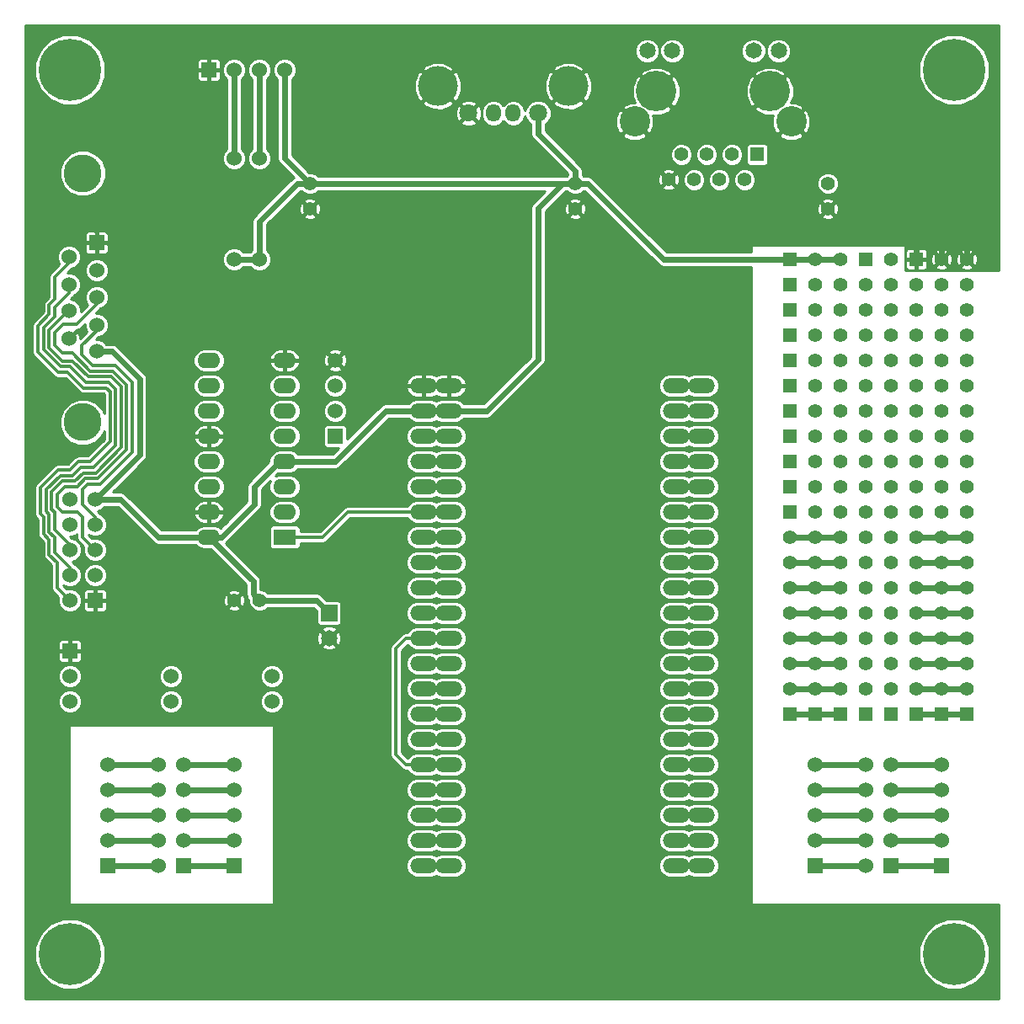
<source format=gbl>
G04 (created by PCBNEW-RS274X (2012-01-19 BZR 3256)-stable) date 5/12/2014 21:22:13*
G01*
G70*
G90*
%MOIN*%
G04 Gerber Fmt 3.4, Leading zero omitted, Abs format*
%FSLAX34Y34*%
G04 APERTURE LIST*
%ADD10C,0.006000*%
%ADD11C,0.246100*%
%ADD12O,0.106300X0.059100*%
%ADD13C,0.160000*%
%ADD14R,0.055000X0.055000*%
%ADD15C,0.055000*%
%ADD16C,0.120000*%
%ADD17C,0.065000*%
%ADD18O,0.059100X0.070900*%
%ADD19C,0.070900*%
%ADD20C,0.157500*%
%ADD21C,0.060000*%
%ADD22R,0.060000X0.060000*%
%ADD23R,0.090000X0.062000*%
%ADD24O,0.090000X0.062000*%
%ADD25R,0.065000X0.065000*%
%ADD26C,0.150000*%
%ADD27C,0.024000*%
%ADD28C,0.012000*%
%ADD29C,0.010000*%
G04 APERTURE END LIST*
G54D10*
G54D11*
X49000Y-16000D03*
G54D12*
X39000Y-28500D03*
X39000Y-29500D03*
X39000Y-30500D03*
X39000Y-31500D03*
X39000Y-32500D03*
X39000Y-33500D03*
X39000Y-34500D03*
X39000Y-35500D03*
X39000Y-36500D03*
X39000Y-37500D03*
X39000Y-38500D03*
X39000Y-39500D03*
X39000Y-40500D03*
X39000Y-41500D03*
X39000Y-42500D03*
X39000Y-43500D03*
X39000Y-44500D03*
X39000Y-45500D03*
X39000Y-46500D03*
X39000Y-47500D03*
X28000Y-47500D03*
X28000Y-46500D03*
X28000Y-45500D03*
X28000Y-44500D03*
X28000Y-43500D03*
X28000Y-42500D03*
X28000Y-41500D03*
X28000Y-40500D03*
X28000Y-39500D03*
X28000Y-38500D03*
X28000Y-37500D03*
X28000Y-36500D03*
X28000Y-35500D03*
X28000Y-34500D03*
X28000Y-33500D03*
X28000Y-32500D03*
X28000Y-31500D03*
X28000Y-30500D03*
X28000Y-29500D03*
X28000Y-28500D03*
X29000Y-28500D03*
X29000Y-29500D03*
X29000Y-30500D03*
X29000Y-31500D03*
X29000Y-32500D03*
X29000Y-33500D03*
X29000Y-34500D03*
X29000Y-35500D03*
X29000Y-36500D03*
X29000Y-37500D03*
X29000Y-38500D03*
X29000Y-39500D03*
X29000Y-40500D03*
X29000Y-41500D03*
X29000Y-42500D03*
X29000Y-43500D03*
X29000Y-44500D03*
X29000Y-45500D03*
X29000Y-46500D03*
X29000Y-47500D03*
X38000Y-47500D03*
X38000Y-46500D03*
X38000Y-45500D03*
X38000Y-44500D03*
X38000Y-43500D03*
X38000Y-42500D03*
X38000Y-41500D03*
X38000Y-40500D03*
X38000Y-39500D03*
X38000Y-38500D03*
X38000Y-37500D03*
X38000Y-36500D03*
X38000Y-35500D03*
X38000Y-34500D03*
X38000Y-33500D03*
X38000Y-32500D03*
X38000Y-31500D03*
X38000Y-30500D03*
X38000Y-29500D03*
X38000Y-28500D03*
G54D13*
X37200Y-16850D03*
X41700Y-16850D03*
G54D14*
X41200Y-19350D03*
G54D15*
X40700Y-20350D03*
X40200Y-19350D03*
X39700Y-20350D03*
X39200Y-19350D03*
X38700Y-20350D03*
X38200Y-19350D03*
X37700Y-20350D03*
G54D16*
X42550Y-18050D03*
X36350Y-18050D03*
G54D17*
X42050Y-15250D03*
X41060Y-15250D03*
X37840Y-15250D03*
X36850Y-15250D03*
G54D18*
X30755Y-17720D03*
X31545Y-17720D03*
G54D19*
X29775Y-17720D03*
G54D20*
X28565Y-16650D03*
X33735Y-16650D03*
G54D19*
X32525Y-17720D03*
G54D21*
X21500Y-23500D03*
X21500Y-19500D03*
X18000Y-41000D03*
X22000Y-41000D03*
X20500Y-23500D03*
X20500Y-19500D03*
G54D11*
X49000Y-51000D03*
X14000Y-51000D03*
X14000Y-16000D03*
G54D14*
X43500Y-41500D03*
G54D15*
X43500Y-40500D03*
X43500Y-39500D03*
X43500Y-38500D03*
X43500Y-37500D03*
X43500Y-36500D03*
X43500Y-35500D03*
X43500Y-34500D03*
G54D14*
X44500Y-41500D03*
G54D15*
X44500Y-40500D03*
X44500Y-39500D03*
X44500Y-38500D03*
X44500Y-37500D03*
X44500Y-36500D03*
X44500Y-35500D03*
X44500Y-34500D03*
G54D14*
X47500Y-41500D03*
G54D15*
X47500Y-40500D03*
X47500Y-39500D03*
X47500Y-38500D03*
X47500Y-37500D03*
X47500Y-36500D03*
X47500Y-35500D03*
X47500Y-34500D03*
G54D14*
X48500Y-41500D03*
G54D15*
X48500Y-40500D03*
X48500Y-39500D03*
X48500Y-38500D03*
X48500Y-37500D03*
X48500Y-36500D03*
X48500Y-35500D03*
X48500Y-34500D03*
G54D22*
X15000Y-37000D03*
G54D21*
X14000Y-37000D03*
X15000Y-36000D03*
X14000Y-36000D03*
X15000Y-35000D03*
X14000Y-35000D03*
X15000Y-34000D03*
X14000Y-34000D03*
X15000Y-33000D03*
X14000Y-33000D03*
G54D22*
X46500Y-47500D03*
G54D21*
X45500Y-47500D03*
X46500Y-46500D03*
X45500Y-46500D03*
X46500Y-45500D03*
X45500Y-45500D03*
X46500Y-44500D03*
X45500Y-44500D03*
X46500Y-43500D03*
X45500Y-43500D03*
G54D22*
X18500Y-47500D03*
G54D21*
X17500Y-47500D03*
X18500Y-46500D03*
X17500Y-46500D03*
X18500Y-45500D03*
X17500Y-45500D03*
X18500Y-44500D03*
X17500Y-44500D03*
X18500Y-43500D03*
X17500Y-43500D03*
G54D22*
X48500Y-47500D03*
G54D21*
X48500Y-46500D03*
X48500Y-45500D03*
X48500Y-44500D03*
X48500Y-43500D03*
G54D22*
X20500Y-47500D03*
G54D21*
X20500Y-46500D03*
X20500Y-45500D03*
X20500Y-44500D03*
X20500Y-43500D03*
G54D22*
X43500Y-47500D03*
G54D21*
X43500Y-46500D03*
X43500Y-45500D03*
X43500Y-44500D03*
X43500Y-43500D03*
G54D22*
X15500Y-47500D03*
G54D21*
X15500Y-46500D03*
X15500Y-45500D03*
X15500Y-44500D03*
X15500Y-43500D03*
G54D15*
X44000Y-21500D03*
X44000Y-20500D03*
X23500Y-20500D03*
X23500Y-21500D03*
G54D22*
X19500Y-16000D03*
G54D21*
X20500Y-16000D03*
X21500Y-16000D03*
X22500Y-16000D03*
G54D23*
X22500Y-34500D03*
G54D24*
X22500Y-33500D03*
X22500Y-32500D03*
X22500Y-31500D03*
X22500Y-30500D03*
X22500Y-29500D03*
X22500Y-28500D03*
X22500Y-27500D03*
X19500Y-27500D03*
X19500Y-28500D03*
X19500Y-29500D03*
X19500Y-30500D03*
X19500Y-31500D03*
X19500Y-32500D03*
X19500Y-33500D03*
X19500Y-34500D03*
G54D25*
X24250Y-37500D03*
G54D17*
X24250Y-38500D03*
G54D15*
X21500Y-37000D03*
X20500Y-37000D03*
X34000Y-20500D03*
X34000Y-21500D03*
G54D14*
X42500Y-24500D03*
G54D15*
X43500Y-24500D03*
X44500Y-24500D03*
X45500Y-24500D03*
X46500Y-24500D03*
X47500Y-24500D03*
X48500Y-24500D03*
X49500Y-24500D03*
G54D14*
X42500Y-25500D03*
G54D15*
X43500Y-25500D03*
X44500Y-25500D03*
X45500Y-25500D03*
X46500Y-25500D03*
X47500Y-25500D03*
X48500Y-25500D03*
X49500Y-25500D03*
G54D14*
X42500Y-26500D03*
G54D15*
X43500Y-26500D03*
X44500Y-26500D03*
X45500Y-26500D03*
X46500Y-26500D03*
X47500Y-26500D03*
X48500Y-26500D03*
X49500Y-26500D03*
G54D14*
X42500Y-27500D03*
G54D15*
X43500Y-27500D03*
X44500Y-27500D03*
X45500Y-27500D03*
X46500Y-27500D03*
X47500Y-27500D03*
X48500Y-27500D03*
X49500Y-27500D03*
G54D14*
X42500Y-28500D03*
G54D15*
X43500Y-28500D03*
X44500Y-28500D03*
X45500Y-28500D03*
X46500Y-28500D03*
X47500Y-28500D03*
X48500Y-28500D03*
X49500Y-28500D03*
G54D14*
X42500Y-29500D03*
G54D15*
X43500Y-29500D03*
X44500Y-29500D03*
X45500Y-29500D03*
X46500Y-29500D03*
X47500Y-29500D03*
X48500Y-29500D03*
X49500Y-29500D03*
G54D14*
X42500Y-31500D03*
G54D15*
X43500Y-31500D03*
X44500Y-31500D03*
X45500Y-31500D03*
X46500Y-31500D03*
X47500Y-31500D03*
X48500Y-31500D03*
X49500Y-31500D03*
G54D14*
X42500Y-30500D03*
G54D15*
X43500Y-30500D03*
X44500Y-30500D03*
X45500Y-30500D03*
X46500Y-30500D03*
X47500Y-30500D03*
X48500Y-30500D03*
X49500Y-30500D03*
G54D14*
X42500Y-41500D03*
G54D15*
X42500Y-40500D03*
X42500Y-39500D03*
X42500Y-38500D03*
X42500Y-37500D03*
X42500Y-36500D03*
X42500Y-35500D03*
X42500Y-34500D03*
G54D14*
X49500Y-41500D03*
G54D15*
X49500Y-40500D03*
X49500Y-39500D03*
X49500Y-38500D03*
X49500Y-37500D03*
X49500Y-36500D03*
X49500Y-35500D03*
X49500Y-34500D03*
G54D14*
X42500Y-23500D03*
G54D15*
X43500Y-23500D03*
X44500Y-23500D03*
G54D14*
X47500Y-23500D03*
G54D15*
X48500Y-23500D03*
X49500Y-23500D03*
G54D14*
X45500Y-23500D03*
G54D15*
X46500Y-23500D03*
G54D14*
X42500Y-32500D03*
G54D15*
X43500Y-32500D03*
X44500Y-32500D03*
X45500Y-32500D03*
X46500Y-32500D03*
X47500Y-32500D03*
X48500Y-32500D03*
X49500Y-32500D03*
G54D14*
X42500Y-33500D03*
G54D15*
X43500Y-33500D03*
X44500Y-33500D03*
X45500Y-33500D03*
X46500Y-33500D03*
X47500Y-33500D03*
X48500Y-33500D03*
X49500Y-33500D03*
G54D21*
X18000Y-40000D03*
X22000Y-40000D03*
G54D22*
X14000Y-39000D03*
G54D21*
X14000Y-40000D03*
X14000Y-41000D03*
G54D22*
X24500Y-30500D03*
G54D21*
X24500Y-29500D03*
X24500Y-28500D03*
X24500Y-27500D03*
G54D26*
X14500Y-20100D03*
X14500Y-29950D03*
G54D22*
X15050Y-22850D03*
G54D21*
X15050Y-23950D03*
X15050Y-25000D03*
X15050Y-26100D03*
X15050Y-27150D03*
X13950Y-23400D03*
X13950Y-24500D03*
X13950Y-25550D03*
X13950Y-26650D03*
G54D14*
X45500Y-41500D03*
G54D15*
X45500Y-40500D03*
X45500Y-39500D03*
X45500Y-38500D03*
X45500Y-37500D03*
X45500Y-36500D03*
X45500Y-35500D03*
X45500Y-34500D03*
G54D14*
X46500Y-41500D03*
G54D15*
X46500Y-40500D03*
X46500Y-39500D03*
X46500Y-38500D03*
X46500Y-37500D03*
X46500Y-36500D03*
X46500Y-35500D03*
X46500Y-34500D03*
G54D27*
X44500Y-23500D02*
X43500Y-23500D01*
X21250Y-36750D02*
X21500Y-37000D01*
X15050Y-27150D02*
X15650Y-27150D01*
X21250Y-36250D02*
X21250Y-36750D01*
X21500Y-22000D02*
X21500Y-23500D01*
X19500Y-34500D02*
X21250Y-36250D01*
X23500Y-20500D02*
X23000Y-20500D01*
X15000Y-33000D02*
X16000Y-33000D01*
X22500Y-31500D02*
X22300Y-31500D01*
X22500Y-19500D02*
X23500Y-20500D01*
X34500Y-20500D02*
X37500Y-23500D01*
X33500Y-20500D02*
X34000Y-20500D01*
X22300Y-31500D02*
X21300Y-32500D01*
X26500Y-29500D02*
X28000Y-29500D01*
X16249Y-31751D02*
X15000Y-33000D01*
X17500Y-34500D02*
X19500Y-34500D01*
X21300Y-33200D02*
X20000Y-34500D01*
X24500Y-31500D02*
X26500Y-29500D01*
X34000Y-20500D02*
X34500Y-20500D01*
X32525Y-18525D02*
X32525Y-17720D01*
X23750Y-37000D02*
X24250Y-37500D01*
X22500Y-31500D02*
X24000Y-31500D01*
X37500Y-23500D02*
X42500Y-23500D01*
X21500Y-37000D02*
X23750Y-37000D01*
X15650Y-27150D02*
X16750Y-28250D01*
X34000Y-20000D02*
X32525Y-18525D01*
X16750Y-28250D02*
X16750Y-31248D01*
X16249Y-31749D02*
X16249Y-31751D01*
X21300Y-32500D02*
X21300Y-33200D01*
X34000Y-20500D02*
X34000Y-20000D01*
X16000Y-33000D02*
X17500Y-34500D01*
X20000Y-34500D02*
X19500Y-34500D01*
X24000Y-31500D02*
X24500Y-31500D01*
X16750Y-31248D02*
X16249Y-31749D01*
X22500Y-16000D02*
X22500Y-19500D01*
X29000Y-29500D02*
X30500Y-29500D01*
X16500Y-31500D02*
X16249Y-31751D01*
X34000Y-20500D02*
X23500Y-20500D01*
X32525Y-27475D02*
X32525Y-21475D01*
X43500Y-23500D02*
X42500Y-23500D01*
X32525Y-27475D02*
X30500Y-29500D01*
X21500Y-23500D02*
X20500Y-23500D01*
X23000Y-20500D02*
X21500Y-22000D01*
X32525Y-21475D02*
X33500Y-20500D01*
G54D28*
X29000Y-33500D02*
X25000Y-33500D01*
X24000Y-34500D02*
X22500Y-34500D01*
X25000Y-33500D02*
X24000Y-34500D01*
X14516Y-31956D02*
X15000Y-31956D01*
X14716Y-28144D02*
X14094Y-27522D01*
X13708Y-27522D02*
X13178Y-26992D01*
X14094Y-27522D02*
X13708Y-27522D01*
X14000Y-34800D02*
X13400Y-34200D01*
X15218Y-28144D02*
X15126Y-28144D01*
X13178Y-26992D02*
X13178Y-26308D01*
X14194Y-32278D02*
X14516Y-31956D01*
X13178Y-26308D02*
X13936Y-25550D01*
X14000Y-35000D02*
X14000Y-34800D01*
X13400Y-34200D02*
X13400Y-33514D01*
X15126Y-28144D02*
X14716Y-28144D01*
X13278Y-33392D02*
X13278Y-32708D01*
X13708Y-32278D02*
X14194Y-32278D01*
X13278Y-32708D02*
X13708Y-32278D01*
X13400Y-33514D02*
X13278Y-33392D01*
X13936Y-25550D02*
X13950Y-25550D01*
X15618Y-28144D02*
X15126Y-28144D01*
X16024Y-30948D02*
X16024Y-28550D01*
X16024Y-28550D02*
X15618Y-28144D01*
X15016Y-31956D02*
X16024Y-30948D01*
X15000Y-31956D02*
X15016Y-31956D01*
X16200Y-31400D02*
X16200Y-31400D01*
X15802Y-27700D02*
X16468Y-28366D01*
X14475Y-27275D02*
X14900Y-27700D01*
X15400Y-27700D02*
X15802Y-27700D01*
X16468Y-31133D02*
X16201Y-31400D01*
X16201Y-31400D02*
X16200Y-31400D01*
X16468Y-28366D02*
X16468Y-31133D01*
X14900Y-27700D02*
X15250Y-27700D01*
X15050Y-26325D02*
X14475Y-26900D01*
X14475Y-26900D02*
X14475Y-27275D01*
X14500Y-32600D02*
X14500Y-33200D01*
X14500Y-33200D02*
X15000Y-33700D01*
X16200Y-31400D02*
X15200Y-32400D01*
X14700Y-32400D02*
X14500Y-32600D01*
X15250Y-27700D02*
X15400Y-27700D01*
X15050Y-26100D02*
X15050Y-26325D01*
X15200Y-32400D02*
X14700Y-32400D01*
X15400Y-27700D02*
X15402Y-27700D01*
X15000Y-33700D02*
X15000Y-34000D01*
X14624Y-28366D02*
X15100Y-28366D01*
X14002Y-27744D02*
X14624Y-28366D01*
X15100Y-28366D02*
X15126Y-28366D01*
X14000Y-35700D02*
X13400Y-35100D01*
X13616Y-27744D02*
X14002Y-27744D01*
X12956Y-27084D02*
X13616Y-27744D01*
X13400Y-25400D02*
X13400Y-25672D01*
X12956Y-26216D02*
X12956Y-27084D01*
X13400Y-25672D02*
X13400Y-25772D01*
X13400Y-25772D02*
X12956Y-26216D01*
X15534Y-31124D02*
X14924Y-31734D01*
X15526Y-28366D02*
X15802Y-28642D01*
X13056Y-32616D02*
X13056Y-33484D01*
X13616Y-32056D02*
X13056Y-32616D01*
X14924Y-31734D02*
X14424Y-31734D01*
X15802Y-28642D02*
X15802Y-30856D01*
X13056Y-33484D02*
X13178Y-33606D01*
X13400Y-34514D02*
X13400Y-35100D01*
X13950Y-24850D02*
X13400Y-25400D01*
X14000Y-35700D02*
X14000Y-36000D01*
X14102Y-32056D02*
X13616Y-32056D01*
X15100Y-28366D02*
X15526Y-28366D01*
X13950Y-24500D02*
X13950Y-24850D01*
X13178Y-33606D02*
X13178Y-34292D01*
X14424Y-31734D02*
X14102Y-32056D01*
X13178Y-34292D02*
X13400Y-34514D01*
X15802Y-30856D02*
X15534Y-31124D01*
X14250Y-26075D02*
X15050Y-25275D01*
X13400Y-26400D02*
X13725Y-26075D01*
X15050Y-25275D02*
X15050Y-25000D01*
X13700Y-27200D02*
X13400Y-26900D01*
X14086Y-27200D02*
X13700Y-27200D01*
X13800Y-32500D02*
X13500Y-32800D01*
X15108Y-32178D02*
X14608Y-32178D01*
X15250Y-27922D02*
X15310Y-27922D01*
X13400Y-26900D02*
X13400Y-26400D01*
X13500Y-32800D02*
X13500Y-33300D01*
X15710Y-27922D02*
X16246Y-28458D01*
X15250Y-27922D02*
X15710Y-27922D01*
X13700Y-33500D02*
X13500Y-33300D01*
X16246Y-31040D02*
X15108Y-32178D01*
X14500Y-33700D02*
X14300Y-33500D01*
X14500Y-34500D02*
X14500Y-33700D01*
X14808Y-27922D02*
X14086Y-27200D01*
X15250Y-27922D02*
X14808Y-27922D01*
X14608Y-32178D02*
X14286Y-32500D01*
X14300Y-33500D02*
X13700Y-33500D01*
X16246Y-28458D02*
X16246Y-31040D01*
X14500Y-34500D02*
X15000Y-35000D01*
X13725Y-26075D02*
X14250Y-26075D01*
X14286Y-32500D02*
X13800Y-32500D01*
G54D27*
X38000Y-38500D02*
X39000Y-38500D01*
G54D28*
X26900Y-43100D02*
X27300Y-43500D01*
X27300Y-38500D02*
X26900Y-38900D01*
X26900Y-38900D02*
X26900Y-43100D01*
X27300Y-43500D02*
X28000Y-43500D01*
X28000Y-38500D02*
X27300Y-38500D01*
X12734Y-26124D02*
X12734Y-27176D01*
X13910Y-27966D02*
X14532Y-28588D01*
X12734Y-27176D02*
X13524Y-27966D01*
X13524Y-27966D02*
X13910Y-27966D01*
X15580Y-30720D02*
X14800Y-31500D01*
X15434Y-28588D02*
X15580Y-28734D01*
X14532Y-28588D02*
X14988Y-28588D01*
X13178Y-25680D02*
X12734Y-26124D01*
X15580Y-28734D02*
X15580Y-30720D01*
X13950Y-23400D02*
X13950Y-23650D01*
X12956Y-33698D02*
X12956Y-34384D01*
X13500Y-35514D02*
X13500Y-36500D01*
X13500Y-36500D02*
X14000Y-37000D01*
X14344Y-31500D02*
X14332Y-31512D01*
X13524Y-31834D02*
X12834Y-32524D01*
X14800Y-31500D02*
X14344Y-31500D01*
X13178Y-25308D02*
X13178Y-25680D01*
X12956Y-34384D02*
X13178Y-34606D01*
X13950Y-23650D02*
X13400Y-24200D01*
X14332Y-31512D02*
X14010Y-31834D01*
X13400Y-24200D02*
X13400Y-25086D01*
X13178Y-34606D02*
X13178Y-35192D01*
X13400Y-25086D02*
X13178Y-25308D01*
X14988Y-28588D02*
X15434Y-28588D01*
X14010Y-31834D02*
X13524Y-31834D01*
X12834Y-32524D02*
X12834Y-33576D01*
X12834Y-33576D02*
X12956Y-33698D01*
X13178Y-35192D02*
X13500Y-35514D01*
G54D27*
X21500Y-19500D02*
X21500Y-16000D01*
X20500Y-16000D02*
X20500Y-19500D01*
X49500Y-23500D02*
X49500Y-22500D01*
X47500Y-23500D02*
X47500Y-22500D01*
X48500Y-23500D02*
X48500Y-22500D01*
X43500Y-44500D02*
X45500Y-44500D01*
X18500Y-43500D02*
X20500Y-43500D01*
X17500Y-47500D02*
X15500Y-47500D01*
X15500Y-46500D02*
X17500Y-46500D01*
X15500Y-45500D02*
X17500Y-45500D01*
X15500Y-44500D02*
X17500Y-44500D01*
X15500Y-43500D02*
X17500Y-43500D01*
X45500Y-47500D02*
X43500Y-47500D01*
X43500Y-46500D02*
X45500Y-46500D01*
X45500Y-45500D02*
X43500Y-45500D01*
X20500Y-44500D02*
X18500Y-44500D01*
X43500Y-43500D02*
X45500Y-43500D01*
X48500Y-47500D02*
X46500Y-47500D01*
X46500Y-46500D02*
X48500Y-46500D01*
X48500Y-45500D02*
X46500Y-45500D01*
X46500Y-44500D02*
X48500Y-44500D01*
X46500Y-43500D02*
X48500Y-43500D01*
X18500Y-47500D02*
X20500Y-47500D01*
X20500Y-46500D02*
X18500Y-46500D01*
X18500Y-45500D02*
X20500Y-45500D01*
X48500Y-39500D02*
X47500Y-39500D01*
X49500Y-39500D02*
X48500Y-39500D01*
X48500Y-38500D02*
X49500Y-38500D01*
X47500Y-38500D02*
X48500Y-38500D01*
X49500Y-37500D02*
X48500Y-37500D01*
X47500Y-37500D02*
X48500Y-37500D01*
X49500Y-36500D02*
X48500Y-36500D01*
X48500Y-36500D02*
X47500Y-36500D01*
X47500Y-35500D02*
X48500Y-35500D01*
X48500Y-35500D02*
X49500Y-35500D01*
X47500Y-34500D02*
X48500Y-34500D01*
X49500Y-34500D02*
X48500Y-34500D01*
X48500Y-40500D02*
X49500Y-40500D01*
X47500Y-40500D02*
X48500Y-40500D01*
X43500Y-41500D02*
X44500Y-41500D01*
X43500Y-41500D02*
X42500Y-41500D01*
X42500Y-40500D02*
X43500Y-40500D01*
X44500Y-40500D02*
X43500Y-40500D01*
X43500Y-39500D02*
X42500Y-39500D01*
X43500Y-39500D02*
X44500Y-39500D01*
X43500Y-38500D02*
X42500Y-38500D01*
X44500Y-38500D02*
X43500Y-38500D01*
X43500Y-37500D02*
X44500Y-37500D01*
X42500Y-37500D02*
X43500Y-37500D01*
X43500Y-36500D02*
X42500Y-36500D01*
X43500Y-36500D02*
X44500Y-36500D01*
X44500Y-35500D02*
X43500Y-35500D01*
X42500Y-35500D02*
X43500Y-35500D01*
X43500Y-34500D02*
X44500Y-34500D01*
X43500Y-34500D02*
X42500Y-34500D01*
X47500Y-41500D02*
X48500Y-41500D01*
X48500Y-41500D02*
X49500Y-41500D01*
X38000Y-37500D02*
X39000Y-37500D01*
X38000Y-36500D02*
X39000Y-36500D01*
G54D10*
G36*
X14042Y-34000D02*
X14000Y-34042D01*
X13999Y-34042D01*
X13957Y-34000D01*
X13958Y-34000D01*
X13957Y-33999D01*
X13999Y-33957D01*
X14000Y-33958D01*
X14000Y-33957D01*
X14042Y-33999D01*
X14042Y-34000D01*
X14042Y-34000D01*
G37*
G54D29*
X14042Y-34000D02*
X14000Y-34042D01*
X13999Y-34042D01*
X13957Y-34000D01*
X13958Y-34000D01*
X13957Y-33999D01*
X13999Y-33957D01*
X14000Y-33958D01*
X14000Y-33957D01*
X14042Y-33999D01*
X14042Y-34000D01*
G54D10*
G36*
X14667Y-26382D02*
X14409Y-26639D01*
X14407Y-26547D01*
X14346Y-26400D01*
X14271Y-26371D01*
X13992Y-26650D01*
X13950Y-26692D01*
X13949Y-26692D01*
X13907Y-26650D01*
X13908Y-26650D01*
X13907Y-26649D01*
X13949Y-26607D01*
X13950Y-26608D01*
X13985Y-26572D01*
X14229Y-26329D01*
X14219Y-26305D01*
X14245Y-26305D01*
X14250Y-26306D01*
X14250Y-26305D01*
X14338Y-26287D01*
X14413Y-26238D01*
X14580Y-26070D01*
X14580Y-26193D01*
X14651Y-26366D01*
X14667Y-26382D01*
X14667Y-26382D01*
G37*
G54D29*
X14667Y-26382D02*
X14409Y-26639D01*
X14407Y-26547D01*
X14346Y-26400D01*
X14271Y-26371D01*
X13992Y-26650D01*
X13950Y-26692D01*
X13949Y-26692D01*
X13907Y-26650D01*
X13908Y-26650D01*
X13907Y-26649D01*
X13949Y-26607D01*
X13950Y-26608D01*
X13985Y-26572D01*
X14229Y-26329D01*
X14219Y-26305D01*
X14245Y-26305D01*
X14250Y-26306D01*
X14250Y-26305D01*
X14338Y-26287D01*
X14413Y-26238D01*
X14580Y-26070D01*
X14580Y-26193D01*
X14651Y-26366D01*
X14667Y-26382D01*
G54D10*
G36*
X50755Y-52755D02*
X50400Y-52755D01*
X50400Y-50723D01*
X50187Y-50208D01*
X49794Y-49814D01*
X49280Y-49601D01*
X48723Y-49600D01*
X48208Y-49813D01*
X47814Y-50206D01*
X47601Y-50720D01*
X47600Y-51277D01*
X47813Y-51792D01*
X48206Y-52186D01*
X48720Y-52399D01*
X49277Y-52400D01*
X49792Y-52187D01*
X50186Y-51794D01*
X50399Y-51280D01*
X50400Y-50723D01*
X50400Y-52755D01*
X39705Y-52755D01*
X39705Y-47591D01*
X39705Y-47410D01*
X39705Y-46591D01*
X39705Y-46410D01*
X39705Y-45591D01*
X39705Y-45410D01*
X39705Y-44591D01*
X39705Y-44410D01*
X39705Y-43591D01*
X39705Y-43410D01*
X39705Y-42591D01*
X39705Y-42410D01*
X39705Y-41591D01*
X39705Y-41410D01*
X39705Y-40591D01*
X39705Y-40410D01*
X39705Y-39591D01*
X39705Y-39410D01*
X39705Y-38591D01*
X39705Y-38410D01*
X39705Y-37591D01*
X39705Y-37410D01*
X39705Y-36591D01*
X39705Y-36410D01*
X39705Y-35591D01*
X39705Y-35410D01*
X39705Y-34591D01*
X39705Y-34410D01*
X39705Y-33591D01*
X39705Y-33410D01*
X39705Y-32591D01*
X39705Y-32410D01*
X39705Y-31591D01*
X39705Y-31410D01*
X39705Y-30591D01*
X39705Y-30410D01*
X39705Y-29591D01*
X39705Y-29410D01*
X39705Y-28591D01*
X39705Y-28410D01*
X39636Y-28242D01*
X39508Y-28114D01*
X39340Y-28044D01*
X39159Y-28044D01*
X38661Y-28044D01*
X38499Y-28110D01*
X38340Y-28044D01*
X38159Y-28044D01*
X37661Y-28044D01*
X37493Y-28113D01*
X37365Y-28241D01*
X37295Y-28409D01*
X37295Y-28590D01*
X37364Y-28758D01*
X37492Y-28886D01*
X37660Y-28956D01*
X37841Y-28956D01*
X38339Y-28956D01*
X38500Y-28889D01*
X38660Y-28956D01*
X38841Y-28956D01*
X39339Y-28956D01*
X39507Y-28887D01*
X39635Y-28759D01*
X39705Y-28591D01*
X39705Y-29410D01*
X39636Y-29242D01*
X39508Y-29114D01*
X39340Y-29044D01*
X39159Y-29044D01*
X38661Y-29044D01*
X38499Y-29110D01*
X38340Y-29044D01*
X38159Y-29044D01*
X37661Y-29044D01*
X37493Y-29113D01*
X37365Y-29241D01*
X37295Y-29409D01*
X37295Y-29590D01*
X37364Y-29758D01*
X37492Y-29886D01*
X37660Y-29956D01*
X37841Y-29956D01*
X38339Y-29956D01*
X38500Y-29889D01*
X38660Y-29956D01*
X38841Y-29956D01*
X39339Y-29956D01*
X39507Y-29887D01*
X39635Y-29759D01*
X39705Y-29591D01*
X39705Y-30410D01*
X39636Y-30242D01*
X39508Y-30114D01*
X39340Y-30044D01*
X39159Y-30044D01*
X38661Y-30044D01*
X38499Y-30110D01*
X38340Y-30044D01*
X38159Y-30044D01*
X37661Y-30044D01*
X37493Y-30113D01*
X37365Y-30241D01*
X37295Y-30409D01*
X37295Y-30590D01*
X37364Y-30758D01*
X37492Y-30886D01*
X37660Y-30956D01*
X37841Y-30956D01*
X38339Y-30956D01*
X38500Y-30889D01*
X38660Y-30956D01*
X38841Y-30956D01*
X39339Y-30956D01*
X39507Y-30887D01*
X39635Y-30759D01*
X39705Y-30591D01*
X39705Y-31410D01*
X39636Y-31242D01*
X39508Y-31114D01*
X39340Y-31044D01*
X39159Y-31044D01*
X38661Y-31044D01*
X38499Y-31110D01*
X38340Y-31044D01*
X38159Y-31044D01*
X37661Y-31044D01*
X37493Y-31113D01*
X37365Y-31241D01*
X37295Y-31409D01*
X37295Y-31590D01*
X37364Y-31758D01*
X37492Y-31886D01*
X37660Y-31956D01*
X37841Y-31956D01*
X38339Y-31956D01*
X38500Y-31889D01*
X38660Y-31956D01*
X38841Y-31956D01*
X39339Y-31956D01*
X39507Y-31887D01*
X39635Y-31759D01*
X39705Y-31591D01*
X39705Y-32410D01*
X39636Y-32242D01*
X39508Y-32114D01*
X39340Y-32044D01*
X39159Y-32044D01*
X38661Y-32044D01*
X38499Y-32110D01*
X38340Y-32044D01*
X38159Y-32044D01*
X37661Y-32044D01*
X37493Y-32113D01*
X37365Y-32241D01*
X37295Y-32409D01*
X37295Y-32590D01*
X37364Y-32758D01*
X37492Y-32886D01*
X37660Y-32956D01*
X37841Y-32956D01*
X38339Y-32956D01*
X38500Y-32889D01*
X38660Y-32956D01*
X38841Y-32956D01*
X39339Y-32956D01*
X39507Y-32887D01*
X39635Y-32759D01*
X39705Y-32591D01*
X39705Y-33410D01*
X39636Y-33242D01*
X39508Y-33114D01*
X39340Y-33044D01*
X39159Y-33044D01*
X38661Y-33044D01*
X38499Y-33110D01*
X38340Y-33044D01*
X38159Y-33044D01*
X37661Y-33044D01*
X37493Y-33113D01*
X37365Y-33241D01*
X37295Y-33409D01*
X37295Y-33590D01*
X37364Y-33758D01*
X37492Y-33886D01*
X37660Y-33956D01*
X37841Y-33956D01*
X38339Y-33956D01*
X38500Y-33889D01*
X38660Y-33956D01*
X38841Y-33956D01*
X39339Y-33956D01*
X39507Y-33887D01*
X39635Y-33759D01*
X39705Y-33591D01*
X39705Y-34410D01*
X39636Y-34242D01*
X39508Y-34114D01*
X39340Y-34044D01*
X39159Y-34044D01*
X38661Y-34044D01*
X38499Y-34110D01*
X38340Y-34044D01*
X38159Y-34044D01*
X37661Y-34044D01*
X37493Y-34113D01*
X37365Y-34241D01*
X37295Y-34409D01*
X37295Y-34590D01*
X37364Y-34758D01*
X37492Y-34886D01*
X37660Y-34956D01*
X37841Y-34956D01*
X38339Y-34956D01*
X38500Y-34889D01*
X38660Y-34956D01*
X38841Y-34956D01*
X39339Y-34956D01*
X39507Y-34887D01*
X39635Y-34759D01*
X39705Y-34591D01*
X39705Y-35410D01*
X39636Y-35242D01*
X39508Y-35114D01*
X39340Y-35044D01*
X39159Y-35044D01*
X38661Y-35044D01*
X38499Y-35110D01*
X38340Y-35044D01*
X38159Y-35044D01*
X37661Y-35044D01*
X37493Y-35113D01*
X37365Y-35241D01*
X37295Y-35409D01*
X37295Y-35590D01*
X37364Y-35758D01*
X37492Y-35886D01*
X37660Y-35956D01*
X37841Y-35956D01*
X38339Y-35956D01*
X38500Y-35889D01*
X38660Y-35956D01*
X38841Y-35956D01*
X39339Y-35956D01*
X39507Y-35887D01*
X39635Y-35759D01*
X39705Y-35591D01*
X39705Y-36410D01*
X39636Y-36242D01*
X39508Y-36114D01*
X39340Y-36044D01*
X39159Y-36044D01*
X38661Y-36044D01*
X38499Y-36110D01*
X38340Y-36044D01*
X38159Y-36044D01*
X37661Y-36044D01*
X37493Y-36113D01*
X37365Y-36241D01*
X37295Y-36409D01*
X37295Y-36590D01*
X37364Y-36758D01*
X37492Y-36886D01*
X37660Y-36956D01*
X37841Y-36956D01*
X38339Y-36956D01*
X38500Y-36889D01*
X38660Y-36956D01*
X38841Y-36956D01*
X39339Y-36956D01*
X39507Y-36887D01*
X39635Y-36759D01*
X39705Y-36591D01*
X39705Y-37410D01*
X39636Y-37242D01*
X39508Y-37114D01*
X39340Y-37044D01*
X39159Y-37044D01*
X38661Y-37044D01*
X38499Y-37110D01*
X38340Y-37044D01*
X38159Y-37044D01*
X37661Y-37044D01*
X37493Y-37113D01*
X37365Y-37241D01*
X37295Y-37409D01*
X37295Y-37590D01*
X37364Y-37758D01*
X37492Y-37886D01*
X37660Y-37956D01*
X37841Y-37956D01*
X38339Y-37956D01*
X38500Y-37889D01*
X38660Y-37956D01*
X38841Y-37956D01*
X39339Y-37956D01*
X39507Y-37887D01*
X39635Y-37759D01*
X39705Y-37591D01*
X39705Y-38410D01*
X39636Y-38242D01*
X39508Y-38114D01*
X39340Y-38044D01*
X39159Y-38044D01*
X38661Y-38044D01*
X38499Y-38110D01*
X38340Y-38044D01*
X38159Y-38044D01*
X37661Y-38044D01*
X37493Y-38113D01*
X37365Y-38241D01*
X37295Y-38409D01*
X37295Y-38590D01*
X37364Y-38758D01*
X37492Y-38886D01*
X37660Y-38956D01*
X37841Y-38956D01*
X38339Y-38956D01*
X38500Y-38889D01*
X38660Y-38956D01*
X38841Y-38956D01*
X39339Y-38956D01*
X39507Y-38887D01*
X39635Y-38759D01*
X39705Y-38591D01*
X39705Y-39410D01*
X39636Y-39242D01*
X39508Y-39114D01*
X39340Y-39044D01*
X39159Y-39044D01*
X38661Y-39044D01*
X38499Y-39110D01*
X38340Y-39044D01*
X38159Y-39044D01*
X37661Y-39044D01*
X37493Y-39113D01*
X37365Y-39241D01*
X37295Y-39409D01*
X37295Y-39590D01*
X37364Y-39758D01*
X37492Y-39886D01*
X37660Y-39956D01*
X37841Y-39956D01*
X38339Y-39956D01*
X38500Y-39889D01*
X38660Y-39956D01*
X38841Y-39956D01*
X39339Y-39956D01*
X39507Y-39887D01*
X39635Y-39759D01*
X39705Y-39591D01*
X39705Y-40410D01*
X39636Y-40242D01*
X39508Y-40114D01*
X39340Y-40044D01*
X39159Y-40044D01*
X38661Y-40044D01*
X38499Y-40110D01*
X38340Y-40044D01*
X38159Y-40044D01*
X37661Y-40044D01*
X37493Y-40113D01*
X37365Y-40241D01*
X37295Y-40409D01*
X37295Y-40590D01*
X37364Y-40758D01*
X37492Y-40886D01*
X37660Y-40956D01*
X37841Y-40956D01*
X38339Y-40956D01*
X38500Y-40889D01*
X38660Y-40956D01*
X38841Y-40956D01*
X39339Y-40956D01*
X39507Y-40887D01*
X39635Y-40759D01*
X39705Y-40591D01*
X39705Y-41410D01*
X39636Y-41242D01*
X39508Y-41114D01*
X39340Y-41044D01*
X39159Y-41044D01*
X38661Y-41044D01*
X38499Y-41110D01*
X38340Y-41044D01*
X38159Y-41044D01*
X37661Y-41044D01*
X37493Y-41113D01*
X37365Y-41241D01*
X37295Y-41409D01*
X37295Y-41590D01*
X37364Y-41758D01*
X37492Y-41886D01*
X37660Y-41956D01*
X37841Y-41956D01*
X38339Y-41956D01*
X38500Y-41889D01*
X38660Y-41956D01*
X38841Y-41956D01*
X39339Y-41956D01*
X39507Y-41887D01*
X39635Y-41759D01*
X39705Y-41591D01*
X39705Y-42410D01*
X39636Y-42242D01*
X39508Y-42114D01*
X39340Y-42044D01*
X39159Y-42044D01*
X38661Y-42044D01*
X38499Y-42110D01*
X38340Y-42044D01*
X38159Y-42044D01*
X37661Y-42044D01*
X37493Y-42113D01*
X37365Y-42241D01*
X37295Y-42409D01*
X37295Y-42590D01*
X37364Y-42758D01*
X37492Y-42886D01*
X37660Y-42956D01*
X37841Y-42956D01*
X38339Y-42956D01*
X38500Y-42889D01*
X38660Y-42956D01*
X38841Y-42956D01*
X39339Y-42956D01*
X39507Y-42887D01*
X39635Y-42759D01*
X39705Y-42591D01*
X39705Y-43410D01*
X39636Y-43242D01*
X39508Y-43114D01*
X39340Y-43044D01*
X39159Y-43044D01*
X38661Y-43044D01*
X38499Y-43110D01*
X38340Y-43044D01*
X38159Y-43044D01*
X37661Y-43044D01*
X37493Y-43113D01*
X37365Y-43241D01*
X37295Y-43409D01*
X37295Y-43590D01*
X37364Y-43758D01*
X37492Y-43886D01*
X37660Y-43956D01*
X37841Y-43956D01*
X38339Y-43956D01*
X38500Y-43889D01*
X38660Y-43956D01*
X38841Y-43956D01*
X39339Y-43956D01*
X39507Y-43887D01*
X39635Y-43759D01*
X39705Y-43591D01*
X39705Y-44410D01*
X39636Y-44242D01*
X39508Y-44114D01*
X39340Y-44044D01*
X39159Y-44044D01*
X38661Y-44044D01*
X38499Y-44110D01*
X38340Y-44044D01*
X38159Y-44044D01*
X37661Y-44044D01*
X37493Y-44113D01*
X37365Y-44241D01*
X37295Y-44409D01*
X37295Y-44590D01*
X37364Y-44758D01*
X37492Y-44886D01*
X37660Y-44956D01*
X37841Y-44956D01*
X38339Y-44956D01*
X38500Y-44889D01*
X38660Y-44956D01*
X38841Y-44956D01*
X39339Y-44956D01*
X39507Y-44887D01*
X39635Y-44759D01*
X39705Y-44591D01*
X39705Y-45410D01*
X39636Y-45242D01*
X39508Y-45114D01*
X39340Y-45044D01*
X39159Y-45044D01*
X38661Y-45044D01*
X38499Y-45110D01*
X38340Y-45044D01*
X38159Y-45044D01*
X37661Y-45044D01*
X37493Y-45113D01*
X37365Y-45241D01*
X37295Y-45409D01*
X37295Y-45590D01*
X37364Y-45758D01*
X37492Y-45886D01*
X37660Y-45956D01*
X37841Y-45956D01*
X38339Y-45956D01*
X38500Y-45889D01*
X38660Y-45956D01*
X38841Y-45956D01*
X39339Y-45956D01*
X39507Y-45887D01*
X39635Y-45759D01*
X39705Y-45591D01*
X39705Y-46410D01*
X39636Y-46242D01*
X39508Y-46114D01*
X39340Y-46044D01*
X39159Y-46044D01*
X38661Y-46044D01*
X38499Y-46110D01*
X38340Y-46044D01*
X38159Y-46044D01*
X37661Y-46044D01*
X37493Y-46113D01*
X37365Y-46241D01*
X37295Y-46409D01*
X37295Y-46590D01*
X37364Y-46758D01*
X37492Y-46886D01*
X37660Y-46956D01*
X37841Y-46956D01*
X38339Y-46956D01*
X38500Y-46889D01*
X38660Y-46956D01*
X38841Y-46956D01*
X39339Y-46956D01*
X39507Y-46887D01*
X39635Y-46759D01*
X39705Y-46591D01*
X39705Y-47410D01*
X39636Y-47242D01*
X39508Y-47114D01*
X39340Y-47044D01*
X39159Y-47044D01*
X38661Y-47044D01*
X38499Y-47110D01*
X38340Y-47044D01*
X38159Y-47044D01*
X37661Y-47044D01*
X37493Y-47113D01*
X37365Y-47241D01*
X37295Y-47409D01*
X37295Y-47590D01*
X37364Y-47758D01*
X37492Y-47886D01*
X37660Y-47956D01*
X37841Y-47956D01*
X38339Y-47956D01*
X38500Y-47889D01*
X38660Y-47956D01*
X38841Y-47956D01*
X39339Y-47956D01*
X39507Y-47887D01*
X39635Y-47759D01*
X39705Y-47591D01*
X39705Y-52755D01*
X34436Y-52755D01*
X34436Y-21574D01*
X34431Y-21402D01*
X34375Y-21265D01*
X34303Y-21239D01*
X34261Y-21281D01*
X34261Y-21197D01*
X34235Y-21125D01*
X34074Y-21064D01*
X33902Y-21069D01*
X33765Y-21125D01*
X33739Y-21197D01*
X34000Y-21458D01*
X34261Y-21197D01*
X34261Y-21281D01*
X34042Y-21500D01*
X34303Y-21761D01*
X34375Y-21735D01*
X34436Y-21574D01*
X34436Y-52755D01*
X34261Y-52755D01*
X34261Y-21803D01*
X34000Y-21542D01*
X33958Y-21584D01*
X33958Y-21500D01*
X33697Y-21239D01*
X33625Y-21265D01*
X33564Y-21426D01*
X33569Y-21598D01*
X33625Y-21735D01*
X33697Y-21761D01*
X33958Y-21500D01*
X33958Y-21584D01*
X33739Y-21803D01*
X33765Y-21875D01*
X33926Y-21936D01*
X34098Y-21931D01*
X34235Y-21875D01*
X34261Y-21803D01*
X34261Y-52755D01*
X29705Y-52755D01*
X29705Y-47591D01*
X29705Y-47410D01*
X29705Y-46591D01*
X29705Y-46410D01*
X29705Y-45591D01*
X29705Y-45410D01*
X29705Y-44591D01*
X29705Y-44410D01*
X29705Y-43591D01*
X29705Y-43410D01*
X29705Y-42591D01*
X29705Y-42410D01*
X29705Y-41591D01*
X29705Y-41410D01*
X29705Y-40591D01*
X29705Y-40410D01*
X29705Y-39591D01*
X29705Y-39410D01*
X29636Y-39242D01*
X29508Y-39114D01*
X29340Y-39044D01*
X29159Y-39044D01*
X28661Y-39044D01*
X28499Y-39110D01*
X28340Y-39044D01*
X28159Y-39044D01*
X27661Y-39044D01*
X27493Y-39113D01*
X27365Y-39241D01*
X27295Y-39409D01*
X27295Y-39590D01*
X27364Y-39758D01*
X27492Y-39886D01*
X27660Y-39956D01*
X27841Y-39956D01*
X28339Y-39956D01*
X28500Y-39889D01*
X28660Y-39956D01*
X28841Y-39956D01*
X29339Y-39956D01*
X29507Y-39887D01*
X29635Y-39759D01*
X29705Y-39591D01*
X29705Y-40410D01*
X29636Y-40242D01*
X29508Y-40114D01*
X29340Y-40044D01*
X29159Y-40044D01*
X28661Y-40044D01*
X28499Y-40110D01*
X28340Y-40044D01*
X28159Y-40044D01*
X27661Y-40044D01*
X27493Y-40113D01*
X27365Y-40241D01*
X27295Y-40409D01*
X27295Y-40590D01*
X27364Y-40758D01*
X27492Y-40886D01*
X27660Y-40956D01*
X27841Y-40956D01*
X28339Y-40956D01*
X28500Y-40889D01*
X28660Y-40956D01*
X28841Y-40956D01*
X29339Y-40956D01*
X29507Y-40887D01*
X29635Y-40759D01*
X29705Y-40591D01*
X29705Y-41410D01*
X29636Y-41242D01*
X29508Y-41114D01*
X29340Y-41044D01*
X29159Y-41044D01*
X28661Y-41044D01*
X28499Y-41110D01*
X28340Y-41044D01*
X28159Y-41044D01*
X27661Y-41044D01*
X27493Y-41113D01*
X27365Y-41241D01*
X27295Y-41409D01*
X27295Y-41590D01*
X27364Y-41758D01*
X27492Y-41886D01*
X27660Y-41956D01*
X27841Y-41956D01*
X28339Y-41956D01*
X28500Y-41889D01*
X28660Y-41956D01*
X28841Y-41956D01*
X29339Y-41956D01*
X29507Y-41887D01*
X29635Y-41759D01*
X29705Y-41591D01*
X29705Y-42410D01*
X29636Y-42242D01*
X29508Y-42114D01*
X29340Y-42044D01*
X29159Y-42044D01*
X28661Y-42044D01*
X28499Y-42110D01*
X28340Y-42044D01*
X28159Y-42044D01*
X27661Y-42044D01*
X27493Y-42113D01*
X27365Y-42241D01*
X27295Y-42409D01*
X27295Y-42590D01*
X27364Y-42758D01*
X27492Y-42886D01*
X27660Y-42956D01*
X27841Y-42956D01*
X28339Y-42956D01*
X28500Y-42889D01*
X28660Y-42956D01*
X28841Y-42956D01*
X29339Y-42956D01*
X29507Y-42887D01*
X29635Y-42759D01*
X29705Y-42591D01*
X29705Y-43410D01*
X29636Y-43242D01*
X29508Y-43114D01*
X29340Y-43044D01*
X29159Y-43044D01*
X28661Y-43044D01*
X28499Y-43110D01*
X28340Y-43044D01*
X28159Y-43044D01*
X27661Y-43044D01*
X27493Y-43113D01*
X27365Y-43240D01*
X27130Y-43004D01*
X27130Y-38995D01*
X27365Y-38759D01*
X27492Y-38886D01*
X27660Y-38956D01*
X27841Y-38956D01*
X28339Y-38956D01*
X28500Y-38889D01*
X28660Y-38956D01*
X28841Y-38956D01*
X29339Y-38956D01*
X29507Y-38887D01*
X29635Y-38759D01*
X29705Y-38591D01*
X29705Y-38410D01*
X29705Y-37591D01*
X29705Y-37410D01*
X29705Y-36591D01*
X29705Y-36410D01*
X29705Y-35591D01*
X29705Y-35410D01*
X29705Y-34591D01*
X29705Y-34410D01*
X29705Y-33591D01*
X29705Y-33410D01*
X29705Y-32591D01*
X29705Y-32410D01*
X29705Y-31591D01*
X29705Y-31410D01*
X29705Y-30591D01*
X29705Y-30410D01*
X29636Y-30242D01*
X29508Y-30114D01*
X29340Y-30044D01*
X29159Y-30044D01*
X28661Y-30044D01*
X28499Y-30110D01*
X28340Y-30044D01*
X28159Y-30044D01*
X27661Y-30044D01*
X27493Y-30113D01*
X27365Y-30241D01*
X27295Y-30409D01*
X27295Y-30590D01*
X27364Y-30758D01*
X27492Y-30886D01*
X27660Y-30956D01*
X27841Y-30956D01*
X28339Y-30956D01*
X28500Y-30889D01*
X28660Y-30956D01*
X28841Y-30956D01*
X29339Y-30956D01*
X29507Y-30887D01*
X29635Y-30759D01*
X29705Y-30591D01*
X29705Y-31410D01*
X29636Y-31242D01*
X29508Y-31114D01*
X29340Y-31044D01*
X29159Y-31044D01*
X28661Y-31044D01*
X28499Y-31110D01*
X28340Y-31044D01*
X28159Y-31044D01*
X27661Y-31044D01*
X27493Y-31113D01*
X27365Y-31241D01*
X27295Y-31409D01*
X27295Y-31590D01*
X27364Y-31758D01*
X27492Y-31886D01*
X27660Y-31956D01*
X27841Y-31956D01*
X28339Y-31956D01*
X28500Y-31889D01*
X28660Y-31956D01*
X28841Y-31956D01*
X29339Y-31956D01*
X29507Y-31887D01*
X29635Y-31759D01*
X29705Y-31591D01*
X29705Y-32410D01*
X29636Y-32242D01*
X29508Y-32114D01*
X29340Y-32044D01*
X29159Y-32044D01*
X28661Y-32044D01*
X28499Y-32110D01*
X28340Y-32044D01*
X28159Y-32044D01*
X27661Y-32044D01*
X27493Y-32113D01*
X27365Y-32241D01*
X27295Y-32409D01*
X27295Y-32590D01*
X27364Y-32758D01*
X27492Y-32886D01*
X27660Y-32956D01*
X27841Y-32956D01*
X28339Y-32956D01*
X28500Y-32889D01*
X28660Y-32956D01*
X28841Y-32956D01*
X29339Y-32956D01*
X29507Y-32887D01*
X29635Y-32759D01*
X29705Y-32591D01*
X29705Y-33410D01*
X29636Y-33242D01*
X29508Y-33114D01*
X29340Y-33044D01*
X29159Y-33044D01*
X28661Y-33044D01*
X28499Y-33110D01*
X28340Y-33044D01*
X28159Y-33044D01*
X27661Y-33044D01*
X27493Y-33113D01*
X27365Y-33241D01*
X27352Y-33270D01*
X25000Y-33270D01*
X24912Y-33288D01*
X24837Y-33337D01*
X24835Y-33339D01*
X23904Y-34270D01*
X23123Y-34270D01*
X23123Y-33594D01*
X23123Y-33407D01*
X23052Y-33234D01*
X22919Y-33101D01*
X22746Y-33029D01*
X22559Y-33029D01*
X22255Y-33029D01*
X22082Y-33100D01*
X21949Y-33233D01*
X21877Y-33406D01*
X21877Y-33593D01*
X21948Y-33766D01*
X22081Y-33899D01*
X22254Y-33971D01*
X22441Y-33971D01*
X22745Y-33971D01*
X22918Y-33900D01*
X23051Y-33767D01*
X23123Y-33594D01*
X23123Y-34270D01*
X23120Y-34270D01*
X23120Y-34156D01*
X23094Y-34094D01*
X23046Y-34046D01*
X22984Y-34020D01*
X22916Y-34020D01*
X22016Y-34020D01*
X21954Y-34046D01*
X21906Y-34094D01*
X21880Y-34156D01*
X21880Y-34224D01*
X21880Y-34844D01*
X21906Y-34906D01*
X21954Y-34954D01*
X22016Y-34980D01*
X22084Y-34980D01*
X22984Y-34980D01*
X23046Y-34954D01*
X23094Y-34906D01*
X23120Y-34844D01*
X23120Y-34776D01*
X23120Y-34730D01*
X23995Y-34730D01*
X24000Y-34731D01*
X24000Y-34730D01*
X24088Y-34712D01*
X24163Y-34663D01*
X25095Y-33730D01*
X27352Y-33730D01*
X27364Y-33758D01*
X27492Y-33886D01*
X27660Y-33956D01*
X27841Y-33956D01*
X28339Y-33956D01*
X28500Y-33889D01*
X28660Y-33956D01*
X28841Y-33956D01*
X29339Y-33956D01*
X29507Y-33887D01*
X29635Y-33759D01*
X29705Y-33591D01*
X29705Y-34410D01*
X29636Y-34242D01*
X29508Y-34114D01*
X29340Y-34044D01*
X29159Y-34044D01*
X28661Y-34044D01*
X28499Y-34110D01*
X28340Y-34044D01*
X28159Y-34044D01*
X27661Y-34044D01*
X27493Y-34113D01*
X27365Y-34241D01*
X27295Y-34409D01*
X27295Y-34590D01*
X27364Y-34758D01*
X27492Y-34886D01*
X27660Y-34956D01*
X27841Y-34956D01*
X28339Y-34956D01*
X28500Y-34889D01*
X28660Y-34956D01*
X28841Y-34956D01*
X29339Y-34956D01*
X29507Y-34887D01*
X29635Y-34759D01*
X29705Y-34591D01*
X29705Y-35410D01*
X29636Y-35242D01*
X29508Y-35114D01*
X29340Y-35044D01*
X29159Y-35044D01*
X28661Y-35044D01*
X28499Y-35110D01*
X28340Y-35044D01*
X28159Y-35044D01*
X27661Y-35044D01*
X27493Y-35113D01*
X27365Y-35241D01*
X27295Y-35409D01*
X27295Y-35590D01*
X27364Y-35758D01*
X27492Y-35886D01*
X27660Y-35956D01*
X27841Y-35956D01*
X28339Y-35956D01*
X28500Y-35889D01*
X28660Y-35956D01*
X28841Y-35956D01*
X29339Y-35956D01*
X29507Y-35887D01*
X29635Y-35759D01*
X29705Y-35591D01*
X29705Y-36410D01*
X29636Y-36242D01*
X29508Y-36114D01*
X29340Y-36044D01*
X29159Y-36044D01*
X28661Y-36044D01*
X28499Y-36110D01*
X28340Y-36044D01*
X28159Y-36044D01*
X27661Y-36044D01*
X27493Y-36113D01*
X27365Y-36241D01*
X27295Y-36409D01*
X27295Y-36590D01*
X27364Y-36758D01*
X27492Y-36886D01*
X27660Y-36956D01*
X27841Y-36956D01*
X28339Y-36956D01*
X28500Y-36889D01*
X28660Y-36956D01*
X28841Y-36956D01*
X29339Y-36956D01*
X29507Y-36887D01*
X29635Y-36759D01*
X29705Y-36591D01*
X29705Y-37410D01*
X29636Y-37242D01*
X29508Y-37114D01*
X29340Y-37044D01*
X29159Y-37044D01*
X28661Y-37044D01*
X28499Y-37110D01*
X28340Y-37044D01*
X28159Y-37044D01*
X27661Y-37044D01*
X27493Y-37113D01*
X27365Y-37241D01*
X27295Y-37409D01*
X27295Y-37590D01*
X27364Y-37758D01*
X27492Y-37886D01*
X27660Y-37956D01*
X27841Y-37956D01*
X28339Y-37956D01*
X28500Y-37889D01*
X28660Y-37956D01*
X28841Y-37956D01*
X29339Y-37956D01*
X29507Y-37887D01*
X29635Y-37759D01*
X29705Y-37591D01*
X29705Y-38410D01*
X29636Y-38242D01*
X29508Y-38114D01*
X29340Y-38044D01*
X29159Y-38044D01*
X28661Y-38044D01*
X28499Y-38110D01*
X28340Y-38044D01*
X28159Y-38044D01*
X27661Y-38044D01*
X27493Y-38113D01*
X27365Y-38241D01*
X27352Y-38270D01*
X27300Y-38270D01*
X27212Y-38288D01*
X27137Y-38337D01*
X27135Y-38339D01*
X26737Y-38737D01*
X26688Y-38812D01*
X26669Y-38900D01*
X26670Y-38904D01*
X26670Y-43095D01*
X26669Y-43100D01*
X26688Y-43188D01*
X26737Y-43263D01*
X27135Y-43660D01*
X27137Y-43663D01*
X27212Y-43712D01*
X27300Y-43730D01*
X27352Y-43730D01*
X27364Y-43758D01*
X27492Y-43886D01*
X27660Y-43956D01*
X27841Y-43956D01*
X28339Y-43956D01*
X28500Y-43889D01*
X28660Y-43956D01*
X28841Y-43956D01*
X29339Y-43956D01*
X29507Y-43887D01*
X29635Y-43759D01*
X29705Y-43591D01*
X29705Y-44410D01*
X29636Y-44242D01*
X29508Y-44114D01*
X29340Y-44044D01*
X29159Y-44044D01*
X28661Y-44044D01*
X28499Y-44110D01*
X28340Y-44044D01*
X28159Y-44044D01*
X27661Y-44044D01*
X27493Y-44113D01*
X27365Y-44241D01*
X27295Y-44409D01*
X27295Y-44590D01*
X27364Y-44758D01*
X27492Y-44886D01*
X27660Y-44956D01*
X27841Y-44956D01*
X28339Y-44956D01*
X28500Y-44889D01*
X28660Y-44956D01*
X28841Y-44956D01*
X29339Y-44956D01*
X29507Y-44887D01*
X29635Y-44759D01*
X29705Y-44591D01*
X29705Y-45410D01*
X29636Y-45242D01*
X29508Y-45114D01*
X29340Y-45044D01*
X29159Y-45044D01*
X28661Y-45044D01*
X28499Y-45110D01*
X28340Y-45044D01*
X28159Y-45044D01*
X27661Y-45044D01*
X27493Y-45113D01*
X27365Y-45241D01*
X27295Y-45409D01*
X27295Y-45590D01*
X27364Y-45758D01*
X27492Y-45886D01*
X27660Y-45956D01*
X27841Y-45956D01*
X28339Y-45956D01*
X28500Y-45889D01*
X28660Y-45956D01*
X28841Y-45956D01*
X29339Y-45956D01*
X29507Y-45887D01*
X29635Y-45759D01*
X29705Y-45591D01*
X29705Y-46410D01*
X29636Y-46242D01*
X29508Y-46114D01*
X29340Y-46044D01*
X29159Y-46044D01*
X28661Y-46044D01*
X28499Y-46110D01*
X28340Y-46044D01*
X28159Y-46044D01*
X27661Y-46044D01*
X27493Y-46113D01*
X27365Y-46241D01*
X27295Y-46409D01*
X27295Y-46590D01*
X27364Y-46758D01*
X27492Y-46886D01*
X27660Y-46956D01*
X27841Y-46956D01*
X28339Y-46956D01*
X28500Y-46889D01*
X28660Y-46956D01*
X28841Y-46956D01*
X29339Y-46956D01*
X29507Y-46887D01*
X29635Y-46759D01*
X29705Y-46591D01*
X29705Y-47410D01*
X29636Y-47242D01*
X29508Y-47114D01*
X29340Y-47044D01*
X29159Y-47044D01*
X28661Y-47044D01*
X28499Y-47110D01*
X28340Y-47044D01*
X28159Y-47044D01*
X27661Y-47044D01*
X27493Y-47113D01*
X27365Y-47241D01*
X27295Y-47409D01*
X27295Y-47590D01*
X27364Y-47758D01*
X27492Y-47886D01*
X27660Y-47956D01*
X27841Y-47956D01*
X28339Y-47956D01*
X28500Y-47889D01*
X28660Y-47956D01*
X28841Y-47956D01*
X29339Y-47956D01*
X29507Y-47887D01*
X29635Y-47759D01*
X29705Y-47591D01*
X29705Y-52755D01*
X24735Y-52755D01*
X24735Y-38585D01*
X24731Y-38393D01*
X24666Y-38236D01*
X24589Y-38203D01*
X24547Y-38245D01*
X24547Y-38161D01*
X24514Y-38084D01*
X24335Y-38015D01*
X24143Y-38019D01*
X23986Y-38084D01*
X23953Y-38161D01*
X24250Y-38458D01*
X24547Y-38161D01*
X24547Y-38245D01*
X24292Y-38500D01*
X24589Y-38797D01*
X24666Y-38764D01*
X24735Y-38585D01*
X24735Y-52755D01*
X24547Y-52755D01*
X24547Y-38839D01*
X24250Y-38542D01*
X24208Y-38584D01*
X24208Y-38500D01*
X23911Y-38203D01*
X23834Y-38236D01*
X23765Y-38415D01*
X23769Y-38607D01*
X23834Y-38764D01*
X23911Y-38797D01*
X24208Y-38500D01*
X24208Y-38584D01*
X23953Y-38839D01*
X23986Y-38916D01*
X24165Y-38985D01*
X24357Y-38981D01*
X24514Y-38916D01*
X24547Y-38839D01*
X24547Y-52755D01*
X22470Y-52755D01*
X22470Y-41094D01*
X22470Y-40907D01*
X22470Y-40094D01*
X22470Y-39907D01*
X22399Y-39734D01*
X22267Y-39602D01*
X22094Y-39530D01*
X21907Y-39530D01*
X21734Y-39601D01*
X21602Y-39733D01*
X21530Y-39906D01*
X21530Y-40093D01*
X21601Y-40266D01*
X21733Y-40398D01*
X21906Y-40470D01*
X22093Y-40470D01*
X22266Y-40399D01*
X22398Y-40267D01*
X22470Y-40094D01*
X22470Y-40907D01*
X22399Y-40734D01*
X22267Y-40602D01*
X22094Y-40530D01*
X21907Y-40530D01*
X21734Y-40601D01*
X21602Y-40733D01*
X21530Y-40906D01*
X21530Y-41093D01*
X21601Y-41266D01*
X21733Y-41398D01*
X21906Y-41470D01*
X22093Y-41470D01*
X22266Y-41399D01*
X22398Y-41267D01*
X22470Y-41094D01*
X22470Y-52755D01*
X22050Y-52755D01*
X22050Y-49050D01*
X22050Y-41950D01*
X20936Y-41950D01*
X20936Y-37074D01*
X20931Y-36902D01*
X20875Y-36765D01*
X20803Y-36739D01*
X20761Y-36781D01*
X20761Y-36697D01*
X20735Y-36625D01*
X20574Y-36564D01*
X20402Y-36569D01*
X20265Y-36625D01*
X20239Y-36697D01*
X20500Y-36958D01*
X20761Y-36697D01*
X20761Y-36781D01*
X20542Y-37000D01*
X20803Y-37261D01*
X20875Y-37235D01*
X20936Y-37074D01*
X20936Y-41950D01*
X20761Y-41950D01*
X20761Y-37303D01*
X20500Y-37042D01*
X20458Y-37084D01*
X20458Y-37000D01*
X20197Y-36739D01*
X20125Y-36765D01*
X20064Y-36926D01*
X20069Y-37098D01*
X20125Y-37235D01*
X20197Y-37261D01*
X20458Y-37000D01*
X20458Y-37084D01*
X20239Y-37303D01*
X20265Y-37375D01*
X20426Y-37436D01*
X20598Y-37431D01*
X20735Y-37375D01*
X20761Y-37303D01*
X20761Y-41950D01*
X18470Y-41950D01*
X18470Y-41094D01*
X18470Y-40907D01*
X18470Y-40094D01*
X18470Y-39907D01*
X18399Y-39734D01*
X18267Y-39602D01*
X18094Y-39530D01*
X17907Y-39530D01*
X17734Y-39601D01*
X17602Y-39733D01*
X17530Y-39906D01*
X17530Y-40093D01*
X17601Y-40266D01*
X17733Y-40398D01*
X17906Y-40470D01*
X18093Y-40470D01*
X18266Y-40399D01*
X18398Y-40267D01*
X18470Y-40094D01*
X18470Y-40907D01*
X18399Y-40734D01*
X18267Y-40602D01*
X18094Y-40530D01*
X17907Y-40530D01*
X17734Y-40601D01*
X17602Y-40733D01*
X17530Y-40906D01*
X17530Y-41093D01*
X17601Y-41266D01*
X17733Y-41398D01*
X17906Y-41470D01*
X18093Y-41470D01*
X18266Y-41399D01*
X18398Y-41267D01*
X18470Y-41094D01*
X18470Y-41950D01*
X15470Y-41950D01*
X15470Y-36094D01*
X15470Y-35907D01*
X15399Y-35734D01*
X15267Y-35602D01*
X15094Y-35530D01*
X14907Y-35530D01*
X14734Y-35601D01*
X14602Y-35733D01*
X14530Y-35906D01*
X14530Y-36093D01*
X14601Y-36266D01*
X14733Y-36398D01*
X14906Y-36470D01*
X15093Y-36470D01*
X15266Y-36399D01*
X15398Y-36267D01*
X15470Y-36094D01*
X15470Y-41950D01*
X15468Y-41950D01*
X15468Y-37333D01*
X15468Y-37072D01*
X15468Y-36928D01*
X15468Y-36667D01*
X15443Y-36605D01*
X15395Y-36558D01*
X15334Y-36532D01*
X15267Y-36532D01*
X15072Y-36532D01*
X15030Y-36574D01*
X15030Y-36970D01*
X15426Y-36970D01*
X15468Y-36928D01*
X15468Y-37072D01*
X15426Y-37030D01*
X15030Y-37030D01*
X15030Y-37426D01*
X15072Y-37468D01*
X15267Y-37468D01*
X15334Y-37468D01*
X15395Y-37442D01*
X15443Y-37395D01*
X15468Y-37333D01*
X15468Y-41950D01*
X14970Y-41950D01*
X14970Y-37426D01*
X14970Y-37030D01*
X14970Y-36970D01*
X14970Y-36574D01*
X14928Y-36532D01*
X14733Y-36532D01*
X14666Y-36532D01*
X14605Y-36558D01*
X14557Y-36605D01*
X14532Y-36667D01*
X14532Y-36928D01*
X14574Y-36970D01*
X14970Y-36970D01*
X14970Y-37030D01*
X14574Y-37030D01*
X14532Y-37072D01*
X14532Y-37333D01*
X14557Y-37395D01*
X14605Y-37442D01*
X14666Y-37468D01*
X14733Y-37468D01*
X14928Y-37468D01*
X14970Y-37426D01*
X14970Y-41950D01*
X14470Y-41950D01*
X14470Y-41094D01*
X14470Y-40907D01*
X14470Y-40094D01*
X14470Y-39907D01*
X14468Y-39902D01*
X14468Y-39333D01*
X14468Y-39072D01*
X14468Y-38928D01*
X14468Y-38667D01*
X14443Y-38605D01*
X14395Y-38558D01*
X14334Y-38532D01*
X14267Y-38532D01*
X14072Y-38532D01*
X14030Y-38574D01*
X14030Y-38970D01*
X14426Y-38970D01*
X14468Y-38928D01*
X14468Y-39072D01*
X14426Y-39030D01*
X14030Y-39030D01*
X14030Y-39426D01*
X14072Y-39468D01*
X14267Y-39468D01*
X14334Y-39468D01*
X14395Y-39442D01*
X14443Y-39395D01*
X14468Y-39333D01*
X14468Y-39902D01*
X14399Y-39734D01*
X14267Y-39602D01*
X14094Y-39530D01*
X13970Y-39530D01*
X13970Y-39426D01*
X13970Y-39030D01*
X13970Y-38970D01*
X13970Y-38574D01*
X13928Y-38532D01*
X13733Y-38532D01*
X13666Y-38532D01*
X13605Y-38558D01*
X13557Y-38605D01*
X13532Y-38667D01*
X13532Y-38928D01*
X13574Y-38970D01*
X13970Y-38970D01*
X13970Y-39030D01*
X13574Y-39030D01*
X13532Y-39072D01*
X13532Y-39333D01*
X13557Y-39395D01*
X13605Y-39442D01*
X13666Y-39468D01*
X13733Y-39468D01*
X13928Y-39468D01*
X13970Y-39426D01*
X13970Y-39530D01*
X13907Y-39530D01*
X13734Y-39601D01*
X13602Y-39733D01*
X13530Y-39906D01*
X13530Y-40093D01*
X13601Y-40266D01*
X13733Y-40398D01*
X13906Y-40470D01*
X14093Y-40470D01*
X14266Y-40399D01*
X14398Y-40267D01*
X14470Y-40094D01*
X14470Y-40907D01*
X14399Y-40734D01*
X14267Y-40602D01*
X14094Y-40530D01*
X13907Y-40530D01*
X13734Y-40601D01*
X13602Y-40733D01*
X13530Y-40906D01*
X13530Y-41093D01*
X13601Y-41266D01*
X13733Y-41398D01*
X13906Y-41470D01*
X14093Y-41470D01*
X14266Y-41399D01*
X14398Y-41267D01*
X14470Y-41094D01*
X14470Y-41950D01*
X13950Y-41950D01*
X13950Y-49050D01*
X22050Y-49050D01*
X22050Y-52755D01*
X15400Y-52755D01*
X15400Y-50723D01*
X15187Y-50208D01*
X14794Y-49814D01*
X14280Y-49601D01*
X13723Y-49600D01*
X13208Y-49813D01*
X12814Y-50206D01*
X12601Y-50720D01*
X12600Y-51277D01*
X12813Y-51792D01*
X13206Y-52186D01*
X13720Y-52399D01*
X14277Y-52400D01*
X14792Y-52187D01*
X15186Y-51794D01*
X15399Y-51280D01*
X15400Y-50723D01*
X15400Y-52755D01*
X12245Y-52755D01*
X12245Y-14245D01*
X50755Y-14245D01*
X50755Y-23950D01*
X50400Y-23950D01*
X50400Y-15723D01*
X50187Y-15208D01*
X49794Y-14814D01*
X49280Y-14601D01*
X48723Y-14600D01*
X48208Y-14813D01*
X47814Y-15206D01*
X47601Y-15720D01*
X47600Y-16277D01*
X47813Y-16792D01*
X48206Y-17186D01*
X48720Y-17399D01*
X49277Y-17400D01*
X49792Y-17187D01*
X50186Y-16794D01*
X50399Y-16280D01*
X50400Y-15723D01*
X50400Y-23950D01*
X49936Y-23950D01*
X49936Y-23574D01*
X49931Y-23402D01*
X49875Y-23265D01*
X49803Y-23239D01*
X49761Y-23281D01*
X49761Y-23197D01*
X49735Y-23125D01*
X49574Y-23064D01*
X49402Y-23069D01*
X49265Y-23125D01*
X49239Y-23197D01*
X49500Y-23458D01*
X49761Y-23197D01*
X49761Y-23281D01*
X49542Y-23500D01*
X49803Y-23761D01*
X49875Y-23735D01*
X49936Y-23574D01*
X49936Y-23950D01*
X49761Y-23950D01*
X49761Y-23803D01*
X49500Y-23542D01*
X49458Y-23584D01*
X49458Y-23500D01*
X49197Y-23239D01*
X49125Y-23265D01*
X49064Y-23426D01*
X49069Y-23598D01*
X49125Y-23735D01*
X49197Y-23761D01*
X49458Y-23500D01*
X49458Y-23584D01*
X49239Y-23803D01*
X49265Y-23875D01*
X49426Y-23936D01*
X49598Y-23931D01*
X49735Y-23875D01*
X49761Y-23803D01*
X49761Y-23950D01*
X48936Y-23950D01*
X48936Y-23574D01*
X48931Y-23402D01*
X48875Y-23265D01*
X48803Y-23239D01*
X48761Y-23281D01*
X48761Y-23197D01*
X48735Y-23125D01*
X48574Y-23064D01*
X48402Y-23069D01*
X48265Y-23125D01*
X48239Y-23197D01*
X48500Y-23458D01*
X48761Y-23197D01*
X48761Y-23281D01*
X48542Y-23500D01*
X48803Y-23761D01*
X48875Y-23735D01*
X48936Y-23574D01*
X48936Y-23950D01*
X48761Y-23950D01*
X48761Y-23803D01*
X48500Y-23542D01*
X48458Y-23584D01*
X48458Y-23500D01*
X48197Y-23239D01*
X48125Y-23265D01*
X48064Y-23426D01*
X48069Y-23598D01*
X48125Y-23735D01*
X48197Y-23761D01*
X48458Y-23500D01*
X48458Y-23584D01*
X48239Y-23803D01*
X48265Y-23875D01*
X48426Y-23936D01*
X48598Y-23931D01*
X48735Y-23875D01*
X48761Y-23803D01*
X48761Y-23950D01*
X47943Y-23950D01*
X47943Y-23809D01*
X47943Y-23742D01*
X47943Y-23572D01*
X47943Y-23428D01*
X47943Y-23258D01*
X47943Y-23191D01*
X47917Y-23130D01*
X47870Y-23082D01*
X47808Y-23057D01*
X47572Y-23057D01*
X47530Y-23099D01*
X47530Y-23470D01*
X47901Y-23470D01*
X47943Y-23428D01*
X47943Y-23572D01*
X47901Y-23530D01*
X47530Y-23530D01*
X47530Y-23901D01*
X47572Y-23943D01*
X47808Y-23943D01*
X47870Y-23918D01*
X47917Y-23870D01*
X47943Y-23809D01*
X47943Y-23950D01*
X47470Y-23950D01*
X47470Y-23901D01*
X47470Y-23530D01*
X47470Y-23470D01*
X47470Y-23099D01*
X47428Y-23057D01*
X47192Y-23057D01*
X47130Y-23082D01*
X47083Y-23130D01*
X47057Y-23191D01*
X47057Y-23258D01*
X47057Y-23428D01*
X47099Y-23470D01*
X47470Y-23470D01*
X47470Y-23530D01*
X47099Y-23530D01*
X47057Y-23572D01*
X47057Y-23742D01*
X47057Y-23809D01*
X47083Y-23870D01*
X47130Y-23918D01*
X47192Y-23943D01*
X47428Y-23943D01*
X47470Y-23901D01*
X47470Y-23950D01*
X47050Y-23950D01*
X47050Y-22950D01*
X44444Y-22950D01*
X44444Y-20589D01*
X44444Y-20412D01*
X44377Y-20249D01*
X44252Y-20124D01*
X44089Y-20056D01*
X43912Y-20056D01*
X43749Y-20123D01*
X43624Y-20248D01*
X43556Y-20411D01*
X43556Y-20588D01*
X43623Y-20751D01*
X43748Y-20876D01*
X43911Y-20944D01*
X44088Y-20944D01*
X44251Y-20877D01*
X44376Y-20752D01*
X44444Y-20589D01*
X44444Y-22950D01*
X44436Y-22950D01*
X44436Y-21574D01*
X44431Y-21402D01*
X44375Y-21265D01*
X44303Y-21239D01*
X44261Y-21281D01*
X44261Y-21197D01*
X44235Y-21125D01*
X44074Y-21064D01*
X43902Y-21069D01*
X43765Y-21125D01*
X43739Y-21197D01*
X44000Y-21458D01*
X44261Y-21197D01*
X44261Y-21281D01*
X44042Y-21500D01*
X44303Y-21761D01*
X44375Y-21735D01*
X44436Y-21574D01*
X44436Y-22950D01*
X44261Y-22950D01*
X44261Y-21803D01*
X44000Y-21542D01*
X43958Y-21584D01*
X43958Y-21500D01*
X43697Y-21239D01*
X43625Y-21265D01*
X43564Y-21426D01*
X43569Y-21598D01*
X43625Y-21735D01*
X43697Y-21761D01*
X43958Y-21500D01*
X43958Y-21584D01*
X43739Y-21803D01*
X43765Y-21875D01*
X43926Y-21936D01*
X44098Y-21931D01*
X44235Y-21875D01*
X44261Y-21803D01*
X44261Y-22950D01*
X43303Y-22950D01*
X43303Y-18199D01*
X43303Y-17899D01*
X43189Y-17624D01*
X43084Y-17559D01*
X43041Y-17601D01*
X43041Y-17516D01*
X42976Y-17411D01*
X42699Y-17297D01*
X42540Y-17297D01*
X42647Y-17046D01*
X42650Y-16668D01*
X42544Y-16407D01*
X42544Y-15349D01*
X42544Y-15152D01*
X42469Y-14970D01*
X42330Y-14831D01*
X42149Y-14756D01*
X41952Y-14756D01*
X41770Y-14831D01*
X41631Y-14970D01*
X41556Y-15151D01*
X41556Y-15348D01*
X41631Y-15530D01*
X41770Y-15669D01*
X41951Y-15744D01*
X42148Y-15744D01*
X42330Y-15669D01*
X42469Y-15530D01*
X42544Y-15349D01*
X42544Y-16407D01*
X42508Y-16319D01*
X42500Y-16306D01*
X42375Y-16217D01*
X42333Y-16259D01*
X42333Y-16175D01*
X42244Y-16050D01*
X41896Y-15903D01*
X41554Y-15900D01*
X41554Y-15349D01*
X41554Y-15152D01*
X41479Y-14970D01*
X41340Y-14831D01*
X41159Y-14756D01*
X40962Y-14756D01*
X40780Y-14831D01*
X40641Y-14970D01*
X40566Y-15151D01*
X40566Y-15348D01*
X40641Y-15530D01*
X40780Y-15669D01*
X40961Y-15744D01*
X41158Y-15744D01*
X41340Y-15669D01*
X41479Y-15530D01*
X41554Y-15349D01*
X41554Y-15900D01*
X41518Y-15900D01*
X41169Y-16042D01*
X41156Y-16050D01*
X41067Y-16175D01*
X41700Y-16808D01*
X42333Y-16175D01*
X42333Y-16259D01*
X41742Y-16850D01*
X41700Y-16892D01*
X41658Y-16934D01*
X41658Y-16850D01*
X41025Y-16217D01*
X40900Y-16306D01*
X40753Y-16654D01*
X40750Y-17032D01*
X40892Y-17381D01*
X40900Y-17394D01*
X41025Y-17483D01*
X41658Y-16850D01*
X41658Y-16934D01*
X41067Y-17525D01*
X41156Y-17650D01*
X41504Y-17797D01*
X41838Y-17799D01*
X41797Y-17901D01*
X41797Y-18201D01*
X41911Y-18476D01*
X42016Y-18541D01*
X42472Y-18085D01*
X42508Y-18050D01*
X42507Y-18049D01*
X42549Y-18007D01*
X42550Y-18008D01*
X42585Y-17972D01*
X43041Y-17516D01*
X43041Y-17601D01*
X42592Y-18050D01*
X43084Y-18541D01*
X43189Y-18476D01*
X43303Y-18199D01*
X43303Y-22950D01*
X43041Y-22950D01*
X43041Y-18584D01*
X42550Y-18092D01*
X42059Y-18584D01*
X42124Y-18689D01*
X42401Y-18803D01*
X42701Y-18803D01*
X42976Y-18689D01*
X43041Y-18584D01*
X43041Y-22950D01*
X41645Y-22950D01*
X41645Y-19659D01*
X41645Y-19591D01*
X41645Y-19041D01*
X41619Y-18979D01*
X41571Y-18931D01*
X41509Y-18905D01*
X41441Y-18905D01*
X40891Y-18905D01*
X40829Y-18931D01*
X40781Y-18979D01*
X40755Y-19041D01*
X40755Y-19109D01*
X40755Y-19659D01*
X40781Y-19721D01*
X40829Y-19769D01*
X40891Y-19795D01*
X40959Y-19795D01*
X41509Y-19795D01*
X41571Y-19769D01*
X41619Y-19721D01*
X41645Y-19659D01*
X41645Y-22950D01*
X41144Y-22950D01*
X41144Y-20439D01*
X41144Y-20262D01*
X41077Y-20099D01*
X40952Y-19974D01*
X40789Y-19906D01*
X40644Y-19906D01*
X40644Y-19439D01*
X40644Y-19262D01*
X40577Y-19099D01*
X40452Y-18974D01*
X40289Y-18906D01*
X40112Y-18906D01*
X39949Y-18973D01*
X39824Y-19098D01*
X39756Y-19261D01*
X39756Y-19438D01*
X39823Y-19601D01*
X39948Y-19726D01*
X40111Y-19794D01*
X40288Y-19794D01*
X40451Y-19727D01*
X40576Y-19602D01*
X40644Y-19439D01*
X40644Y-19906D01*
X40612Y-19906D01*
X40449Y-19973D01*
X40324Y-20098D01*
X40256Y-20261D01*
X40256Y-20438D01*
X40323Y-20601D01*
X40448Y-20726D01*
X40611Y-20794D01*
X40788Y-20794D01*
X40951Y-20727D01*
X41076Y-20602D01*
X41144Y-20439D01*
X41144Y-22950D01*
X40950Y-22950D01*
X40950Y-23210D01*
X40144Y-23210D01*
X40144Y-20439D01*
X40144Y-20262D01*
X40077Y-20099D01*
X39952Y-19974D01*
X39789Y-19906D01*
X39644Y-19906D01*
X39644Y-19439D01*
X39644Y-19262D01*
X39577Y-19099D01*
X39452Y-18974D01*
X39289Y-18906D01*
X39112Y-18906D01*
X38949Y-18973D01*
X38824Y-19098D01*
X38756Y-19261D01*
X38756Y-19438D01*
X38823Y-19601D01*
X38948Y-19726D01*
X39111Y-19794D01*
X39288Y-19794D01*
X39451Y-19727D01*
X39576Y-19602D01*
X39644Y-19439D01*
X39644Y-19906D01*
X39612Y-19906D01*
X39449Y-19973D01*
X39324Y-20098D01*
X39256Y-20261D01*
X39256Y-20438D01*
X39323Y-20601D01*
X39448Y-20726D01*
X39611Y-20794D01*
X39788Y-20794D01*
X39951Y-20727D01*
X40076Y-20602D01*
X40144Y-20439D01*
X40144Y-23210D01*
X39144Y-23210D01*
X39144Y-20439D01*
X39144Y-20262D01*
X39077Y-20099D01*
X38952Y-19974D01*
X38789Y-19906D01*
X38644Y-19906D01*
X38644Y-19439D01*
X38644Y-19262D01*
X38577Y-19099D01*
X38452Y-18974D01*
X38334Y-18924D01*
X38334Y-15349D01*
X38334Y-15152D01*
X38259Y-14970D01*
X38120Y-14831D01*
X37939Y-14756D01*
X37742Y-14756D01*
X37560Y-14831D01*
X37421Y-14970D01*
X37346Y-15151D01*
X37346Y-15348D01*
X37421Y-15530D01*
X37560Y-15669D01*
X37741Y-15744D01*
X37938Y-15744D01*
X38120Y-15669D01*
X38259Y-15530D01*
X38334Y-15349D01*
X38334Y-18924D01*
X38289Y-18906D01*
X38150Y-18906D01*
X38150Y-16668D01*
X38008Y-16319D01*
X38000Y-16306D01*
X37875Y-16217D01*
X37833Y-16259D01*
X37833Y-16175D01*
X37744Y-16050D01*
X37396Y-15903D01*
X37344Y-15902D01*
X37344Y-15349D01*
X37344Y-15152D01*
X37269Y-14970D01*
X37130Y-14831D01*
X36949Y-14756D01*
X36752Y-14756D01*
X36570Y-14831D01*
X36431Y-14970D01*
X36356Y-15151D01*
X36356Y-15348D01*
X36431Y-15530D01*
X36570Y-15669D01*
X36751Y-15744D01*
X36948Y-15744D01*
X37130Y-15669D01*
X37269Y-15530D01*
X37344Y-15349D01*
X37344Y-15902D01*
X37018Y-15900D01*
X36669Y-16042D01*
X36656Y-16050D01*
X36567Y-16175D01*
X37200Y-16808D01*
X37833Y-16175D01*
X37833Y-16259D01*
X37242Y-16850D01*
X37875Y-17483D01*
X38000Y-17394D01*
X38147Y-17046D01*
X38150Y-16668D01*
X38150Y-18906D01*
X38112Y-18906D01*
X37949Y-18973D01*
X37833Y-19089D01*
X37833Y-17525D01*
X37200Y-16892D01*
X37199Y-16892D01*
X37157Y-16850D01*
X37158Y-16850D01*
X36525Y-16217D01*
X36400Y-16306D01*
X36253Y-16654D01*
X36250Y-17032D01*
X36357Y-17297D01*
X36199Y-17297D01*
X35924Y-17411D01*
X35859Y-17516D01*
X36315Y-17972D01*
X36350Y-18008D01*
X36350Y-18007D01*
X36392Y-18049D01*
X36392Y-18050D01*
X36428Y-18085D01*
X36884Y-18541D01*
X36989Y-18476D01*
X37103Y-18199D01*
X37103Y-17899D01*
X37060Y-17797D01*
X37382Y-17800D01*
X37731Y-17658D01*
X37744Y-17650D01*
X37833Y-17525D01*
X37833Y-19089D01*
X37824Y-19098D01*
X37756Y-19261D01*
X37756Y-19438D01*
X37823Y-19601D01*
X37948Y-19726D01*
X38111Y-19794D01*
X38288Y-19794D01*
X38451Y-19727D01*
X38576Y-19602D01*
X38644Y-19439D01*
X38644Y-19906D01*
X38612Y-19906D01*
X38449Y-19973D01*
X38324Y-20098D01*
X38256Y-20261D01*
X38256Y-20438D01*
X38323Y-20601D01*
X38448Y-20726D01*
X38611Y-20794D01*
X38788Y-20794D01*
X38951Y-20727D01*
X39076Y-20602D01*
X39144Y-20439D01*
X39144Y-23210D01*
X38136Y-23210D01*
X38136Y-20424D01*
X38131Y-20252D01*
X38075Y-20115D01*
X38003Y-20089D01*
X37961Y-20131D01*
X37961Y-20047D01*
X37935Y-19975D01*
X37774Y-19914D01*
X37602Y-19919D01*
X37465Y-19975D01*
X37439Y-20047D01*
X37700Y-20308D01*
X37961Y-20047D01*
X37961Y-20131D01*
X37742Y-20350D01*
X38003Y-20611D01*
X38075Y-20585D01*
X38136Y-20424D01*
X38136Y-23210D01*
X37961Y-23210D01*
X37961Y-20653D01*
X37700Y-20392D01*
X37658Y-20434D01*
X37658Y-20350D01*
X37397Y-20089D01*
X37325Y-20115D01*
X37264Y-20276D01*
X37269Y-20448D01*
X37325Y-20585D01*
X37397Y-20611D01*
X37658Y-20350D01*
X37658Y-20434D01*
X37439Y-20653D01*
X37465Y-20725D01*
X37626Y-20786D01*
X37798Y-20781D01*
X37935Y-20725D01*
X37961Y-20653D01*
X37961Y-23210D01*
X37620Y-23210D01*
X36841Y-22431D01*
X36841Y-18584D01*
X36350Y-18092D01*
X36308Y-18134D01*
X36308Y-18050D01*
X35816Y-17559D01*
X35711Y-17624D01*
X35597Y-17901D01*
X35597Y-18201D01*
X35711Y-18476D01*
X35816Y-18541D01*
X36308Y-18050D01*
X36308Y-18134D01*
X35859Y-18584D01*
X35924Y-18689D01*
X36201Y-18803D01*
X36501Y-18803D01*
X36776Y-18689D01*
X36841Y-18584D01*
X36841Y-22431D01*
X34705Y-20295D01*
X34673Y-20273D01*
X34673Y-16472D01*
X34533Y-16127D01*
X34525Y-16113D01*
X34401Y-16026D01*
X34359Y-16068D01*
X34359Y-15984D01*
X34272Y-15860D01*
X33929Y-15715D01*
X33557Y-15712D01*
X33212Y-15852D01*
X33198Y-15860D01*
X33111Y-15984D01*
X33735Y-16608D01*
X34359Y-15984D01*
X34359Y-16068D01*
X33777Y-16650D01*
X34401Y-17274D01*
X34525Y-17187D01*
X34670Y-16844D01*
X34673Y-16472D01*
X34673Y-20273D01*
X34611Y-20232D01*
X34500Y-20210D01*
X34359Y-20210D01*
X34359Y-17316D01*
X33735Y-16692D01*
X33693Y-16734D01*
X33693Y-16650D01*
X33069Y-16026D01*
X32945Y-16113D01*
X32800Y-16456D01*
X32797Y-16828D01*
X32937Y-17173D01*
X32945Y-17187D01*
X33069Y-17274D01*
X33693Y-16650D01*
X33693Y-16734D01*
X33111Y-17316D01*
X33198Y-17440D01*
X33541Y-17585D01*
X33913Y-17588D01*
X34258Y-17448D01*
X34272Y-17440D01*
X34359Y-17316D01*
X34359Y-20210D01*
X34338Y-20210D01*
X34290Y-20162D01*
X34290Y-20000D01*
X34289Y-19999D01*
X34268Y-19889D01*
X34267Y-19888D01*
X34205Y-19795D01*
X34204Y-19794D01*
X32815Y-18405D01*
X32815Y-18166D01*
X32822Y-18164D01*
X32969Y-18017D01*
X33049Y-17824D01*
X33049Y-17616D01*
X32969Y-17423D01*
X32822Y-17276D01*
X32629Y-17196D01*
X32421Y-17196D01*
X32228Y-17276D01*
X32081Y-17423D01*
X32001Y-17616D01*
X32001Y-17561D01*
X31932Y-17393D01*
X31804Y-17265D01*
X31636Y-17195D01*
X31455Y-17195D01*
X31287Y-17264D01*
X31159Y-17392D01*
X31150Y-17413D01*
X31142Y-17393D01*
X31014Y-17265D01*
X30846Y-17195D01*
X30665Y-17195D01*
X30497Y-17264D01*
X30369Y-17392D01*
X30299Y-17560D01*
X30299Y-17741D01*
X30299Y-17879D01*
X30368Y-18047D01*
X30496Y-18175D01*
X30664Y-18245D01*
X30845Y-18245D01*
X31013Y-18176D01*
X31141Y-18048D01*
X31149Y-18026D01*
X31158Y-18047D01*
X31286Y-18175D01*
X31454Y-18245D01*
X31635Y-18245D01*
X31803Y-18176D01*
X31931Y-18048D01*
X32001Y-17880D01*
X32001Y-17824D01*
X32081Y-18017D01*
X32228Y-18164D01*
X32235Y-18166D01*
X32235Y-18525D01*
X32257Y-18636D01*
X32320Y-18730D01*
X33710Y-20120D01*
X33710Y-20162D01*
X33662Y-20210D01*
X33500Y-20210D01*
X30289Y-20210D01*
X30289Y-17813D01*
X30285Y-17609D01*
X30214Y-17438D01*
X30135Y-17403D01*
X30092Y-17445D01*
X30092Y-17360D01*
X30057Y-17281D01*
X29868Y-17206D01*
X29664Y-17210D01*
X29503Y-17276D01*
X29503Y-16472D01*
X29363Y-16127D01*
X29355Y-16113D01*
X29231Y-16026D01*
X29189Y-16068D01*
X29189Y-15984D01*
X29102Y-15860D01*
X28759Y-15715D01*
X28387Y-15712D01*
X28042Y-15852D01*
X28028Y-15860D01*
X27941Y-15984D01*
X28565Y-16608D01*
X29189Y-15984D01*
X29189Y-16068D01*
X28607Y-16650D01*
X29231Y-17274D01*
X29355Y-17187D01*
X29500Y-16844D01*
X29503Y-16472D01*
X29503Y-17276D01*
X29493Y-17281D01*
X29458Y-17360D01*
X29775Y-17678D01*
X30092Y-17360D01*
X30092Y-17445D01*
X29817Y-17720D01*
X30135Y-18037D01*
X30214Y-18002D01*
X30289Y-17813D01*
X30289Y-20210D01*
X30092Y-20210D01*
X30092Y-18080D01*
X29775Y-17762D01*
X29733Y-17804D01*
X29733Y-17720D01*
X29415Y-17403D01*
X29336Y-17438D01*
X29261Y-17627D01*
X29265Y-17831D01*
X29336Y-18002D01*
X29415Y-18037D01*
X29733Y-17720D01*
X29733Y-17804D01*
X29458Y-18080D01*
X29493Y-18159D01*
X29682Y-18234D01*
X29886Y-18230D01*
X30057Y-18159D01*
X30092Y-18080D01*
X30092Y-20210D01*
X29189Y-20210D01*
X29189Y-17316D01*
X28565Y-16692D01*
X28523Y-16734D01*
X28523Y-16650D01*
X27899Y-16026D01*
X27775Y-16113D01*
X27630Y-16456D01*
X27627Y-16828D01*
X27767Y-17173D01*
X27775Y-17187D01*
X27899Y-17274D01*
X28523Y-16650D01*
X28523Y-16734D01*
X27941Y-17316D01*
X28028Y-17440D01*
X28371Y-17585D01*
X28743Y-17588D01*
X29088Y-17448D01*
X29102Y-17440D01*
X29189Y-17316D01*
X29189Y-20210D01*
X23838Y-20210D01*
X23752Y-20124D01*
X23589Y-20056D01*
X23466Y-20056D01*
X22790Y-19380D01*
X22790Y-16375D01*
X22898Y-16267D01*
X22970Y-16094D01*
X22970Y-15907D01*
X22899Y-15734D01*
X22767Y-15602D01*
X22594Y-15530D01*
X22407Y-15530D01*
X22234Y-15601D01*
X22102Y-15733D01*
X22030Y-15906D01*
X22030Y-16093D01*
X22101Y-16266D01*
X22210Y-16375D01*
X22210Y-19500D01*
X22232Y-19611D01*
X22295Y-19705D01*
X22848Y-20258D01*
X22795Y-20295D01*
X21970Y-21120D01*
X21970Y-19594D01*
X21970Y-19407D01*
X21899Y-19234D01*
X21790Y-19125D01*
X21790Y-16375D01*
X21898Y-16267D01*
X21970Y-16094D01*
X21970Y-15907D01*
X21899Y-15734D01*
X21767Y-15602D01*
X21594Y-15530D01*
X21407Y-15530D01*
X21234Y-15601D01*
X21102Y-15733D01*
X21030Y-15906D01*
X21030Y-16093D01*
X21101Y-16266D01*
X21210Y-16375D01*
X21210Y-19125D01*
X21102Y-19233D01*
X21030Y-19406D01*
X21030Y-19593D01*
X21101Y-19766D01*
X21233Y-19898D01*
X21406Y-19970D01*
X21593Y-19970D01*
X21766Y-19899D01*
X21898Y-19767D01*
X21970Y-19594D01*
X21970Y-21120D01*
X21295Y-21795D01*
X21232Y-21889D01*
X21210Y-22000D01*
X21210Y-23125D01*
X21125Y-23210D01*
X20970Y-23210D01*
X20970Y-19594D01*
X20970Y-19407D01*
X20899Y-19234D01*
X20790Y-19125D01*
X20790Y-16375D01*
X20898Y-16267D01*
X20970Y-16094D01*
X20970Y-15907D01*
X20899Y-15734D01*
X20767Y-15602D01*
X20594Y-15530D01*
X20407Y-15530D01*
X20234Y-15601D01*
X20102Y-15733D01*
X20030Y-15906D01*
X20030Y-16093D01*
X20101Y-16266D01*
X20210Y-16375D01*
X20210Y-19125D01*
X20102Y-19233D01*
X20030Y-19406D01*
X20030Y-19593D01*
X20101Y-19766D01*
X20233Y-19898D01*
X20406Y-19970D01*
X20593Y-19970D01*
X20766Y-19899D01*
X20898Y-19767D01*
X20970Y-19594D01*
X20970Y-23210D01*
X20875Y-23210D01*
X20767Y-23102D01*
X20594Y-23030D01*
X20407Y-23030D01*
X20234Y-23101D01*
X20102Y-23233D01*
X20030Y-23406D01*
X20030Y-23593D01*
X20101Y-23766D01*
X20233Y-23898D01*
X20406Y-23970D01*
X20593Y-23970D01*
X20766Y-23899D01*
X20875Y-23790D01*
X21125Y-23790D01*
X21233Y-23898D01*
X21406Y-23970D01*
X21593Y-23970D01*
X21766Y-23899D01*
X21898Y-23767D01*
X21970Y-23594D01*
X21970Y-23407D01*
X21899Y-23234D01*
X21790Y-23125D01*
X21790Y-22120D01*
X23120Y-20790D01*
X23162Y-20790D01*
X23248Y-20876D01*
X23411Y-20944D01*
X23588Y-20944D01*
X23751Y-20877D01*
X23838Y-20790D01*
X32800Y-20790D01*
X32320Y-21270D01*
X32257Y-21364D01*
X32235Y-21475D01*
X32235Y-27354D01*
X30379Y-29210D01*
X29688Y-29210D01*
X29688Y-28602D01*
X29688Y-28398D01*
X29625Y-28235D01*
X29494Y-28106D01*
X29323Y-28037D01*
X29030Y-28037D01*
X29030Y-28470D01*
X29655Y-28470D01*
X29688Y-28398D01*
X29688Y-28602D01*
X29655Y-28530D01*
X29030Y-28530D01*
X29030Y-28963D01*
X29323Y-28963D01*
X29494Y-28894D01*
X29625Y-28765D01*
X29688Y-28602D01*
X29688Y-29210D01*
X29604Y-29210D01*
X29508Y-29114D01*
X29340Y-29044D01*
X29159Y-29044D01*
X28970Y-29044D01*
X28970Y-28963D01*
X28970Y-28530D01*
X28970Y-28470D01*
X28970Y-28037D01*
X28677Y-28037D01*
X28506Y-28106D01*
X28500Y-28111D01*
X28494Y-28106D01*
X28323Y-28037D01*
X28030Y-28037D01*
X28030Y-28470D01*
X28345Y-28470D01*
X28655Y-28470D01*
X28970Y-28470D01*
X28970Y-28530D01*
X28655Y-28530D01*
X28345Y-28530D01*
X28030Y-28530D01*
X28030Y-28963D01*
X28323Y-28963D01*
X28494Y-28894D01*
X28500Y-28888D01*
X28506Y-28894D01*
X28677Y-28963D01*
X28970Y-28963D01*
X28970Y-29044D01*
X28661Y-29044D01*
X28499Y-29110D01*
X28340Y-29044D01*
X28159Y-29044D01*
X27970Y-29044D01*
X27970Y-28963D01*
X27970Y-28530D01*
X27970Y-28470D01*
X27970Y-28037D01*
X27677Y-28037D01*
X27506Y-28106D01*
X27375Y-28235D01*
X27312Y-28398D01*
X27345Y-28470D01*
X27970Y-28470D01*
X27970Y-28530D01*
X27345Y-28530D01*
X27312Y-28602D01*
X27375Y-28765D01*
X27506Y-28894D01*
X27677Y-28963D01*
X27970Y-28963D01*
X27970Y-29044D01*
X27661Y-29044D01*
X27493Y-29113D01*
X27396Y-29210D01*
X26500Y-29210D01*
X26389Y-29232D01*
X26295Y-29295D01*
X24970Y-30620D01*
X24970Y-30166D01*
X24970Y-29594D01*
X24970Y-29407D01*
X24970Y-28594D01*
X24970Y-28407D01*
X24962Y-28387D01*
X24962Y-27580D01*
X24957Y-27397D01*
X24896Y-27250D01*
X24821Y-27221D01*
X24779Y-27263D01*
X24779Y-27179D01*
X24750Y-27104D01*
X24580Y-27038D01*
X24397Y-27043D01*
X24250Y-27104D01*
X24221Y-27179D01*
X24500Y-27458D01*
X24779Y-27179D01*
X24779Y-27263D01*
X24542Y-27500D01*
X24821Y-27779D01*
X24896Y-27750D01*
X24962Y-27580D01*
X24962Y-28387D01*
X24899Y-28234D01*
X24779Y-28114D01*
X24779Y-27821D01*
X24500Y-27542D01*
X24458Y-27584D01*
X24458Y-27500D01*
X24179Y-27221D01*
X24104Y-27250D01*
X24038Y-27420D01*
X24043Y-27603D01*
X24104Y-27750D01*
X24179Y-27779D01*
X24458Y-27500D01*
X24458Y-27584D01*
X24221Y-27821D01*
X24250Y-27896D01*
X24420Y-27962D01*
X24603Y-27957D01*
X24750Y-27896D01*
X24779Y-27821D01*
X24779Y-28114D01*
X24767Y-28102D01*
X24594Y-28030D01*
X24407Y-28030D01*
X24234Y-28101D01*
X24102Y-28233D01*
X24030Y-28406D01*
X24030Y-28593D01*
X24101Y-28766D01*
X24233Y-28898D01*
X24406Y-28970D01*
X24593Y-28970D01*
X24766Y-28899D01*
X24898Y-28767D01*
X24970Y-28594D01*
X24970Y-29407D01*
X24899Y-29234D01*
X24767Y-29102D01*
X24594Y-29030D01*
X24407Y-29030D01*
X24234Y-29101D01*
X24102Y-29233D01*
X24030Y-29406D01*
X24030Y-29593D01*
X24101Y-29766D01*
X24233Y-29898D01*
X24406Y-29970D01*
X24593Y-29970D01*
X24766Y-29899D01*
X24898Y-29767D01*
X24970Y-29594D01*
X24970Y-30166D01*
X24944Y-30104D01*
X24896Y-30056D01*
X24834Y-30030D01*
X24766Y-30030D01*
X24166Y-30030D01*
X24104Y-30056D01*
X24056Y-30104D01*
X24030Y-30166D01*
X24030Y-30234D01*
X24030Y-30834D01*
X24056Y-30896D01*
X24104Y-30944D01*
X24166Y-30970D01*
X24234Y-30970D01*
X24620Y-30970D01*
X24380Y-31210D01*
X24000Y-31210D01*
X23936Y-31210D01*
X23936Y-21574D01*
X23931Y-21402D01*
X23875Y-21265D01*
X23803Y-21239D01*
X23761Y-21281D01*
X23761Y-21197D01*
X23735Y-21125D01*
X23574Y-21064D01*
X23402Y-21069D01*
X23265Y-21125D01*
X23239Y-21197D01*
X23500Y-21458D01*
X23761Y-21197D01*
X23761Y-21281D01*
X23542Y-21500D01*
X23803Y-21761D01*
X23875Y-21735D01*
X23936Y-21574D01*
X23936Y-31210D01*
X23761Y-31210D01*
X23761Y-21803D01*
X23500Y-21542D01*
X23458Y-21584D01*
X23458Y-21500D01*
X23197Y-21239D01*
X23125Y-21265D01*
X23064Y-21426D01*
X23069Y-21598D01*
X23125Y-21735D01*
X23197Y-21761D01*
X23458Y-21500D01*
X23458Y-21584D01*
X23239Y-21803D01*
X23265Y-21875D01*
X23426Y-21936D01*
X23598Y-21931D01*
X23735Y-21875D01*
X23761Y-21803D01*
X23761Y-31210D01*
X23123Y-31210D01*
X23123Y-30594D01*
X23123Y-30407D01*
X23123Y-29594D01*
X23123Y-29407D01*
X23123Y-28594D01*
X23123Y-28407D01*
X23106Y-28365D01*
X23106Y-27604D01*
X23106Y-27396D01*
X23097Y-27353D01*
X23006Y-27189D01*
X22859Y-27073D01*
X22679Y-27022D01*
X22530Y-27022D01*
X22530Y-27470D01*
X23074Y-27470D01*
X23106Y-27396D01*
X23106Y-27604D01*
X23074Y-27530D01*
X22530Y-27530D01*
X22530Y-27978D01*
X22679Y-27978D01*
X22859Y-27927D01*
X23006Y-27811D01*
X23097Y-27647D01*
X23106Y-27604D01*
X23106Y-28365D01*
X23052Y-28234D01*
X22919Y-28101D01*
X22746Y-28029D01*
X22559Y-28029D01*
X22470Y-28029D01*
X22470Y-27978D01*
X22470Y-27530D01*
X22470Y-27470D01*
X22470Y-27022D01*
X22321Y-27022D01*
X22141Y-27073D01*
X21994Y-27189D01*
X21903Y-27353D01*
X21894Y-27396D01*
X21926Y-27470D01*
X22470Y-27470D01*
X22470Y-27530D01*
X21926Y-27530D01*
X21894Y-27604D01*
X21903Y-27647D01*
X21994Y-27811D01*
X22141Y-27927D01*
X22321Y-27978D01*
X22470Y-27978D01*
X22470Y-28029D01*
X22255Y-28029D01*
X22082Y-28100D01*
X21949Y-28233D01*
X21877Y-28406D01*
X21877Y-28593D01*
X21948Y-28766D01*
X22081Y-28899D01*
X22254Y-28971D01*
X22441Y-28971D01*
X22745Y-28971D01*
X22918Y-28900D01*
X23051Y-28767D01*
X23123Y-28594D01*
X23123Y-29407D01*
X23052Y-29234D01*
X22919Y-29101D01*
X22746Y-29029D01*
X22559Y-29029D01*
X22255Y-29029D01*
X22082Y-29100D01*
X21949Y-29233D01*
X21877Y-29406D01*
X21877Y-29593D01*
X21948Y-29766D01*
X22081Y-29899D01*
X22254Y-29971D01*
X22441Y-29971D01*
X22745Y-29971D01*
X22918Y-29900D01*
X23051Y-29767D01*
X23123Y-29594D01*
X23123Y-30407D01*
X23052Y-30234D01*
X22919Y-30101D01*
X22746Y-30029D01*
X22559Y-30029D01*
X22255Y-30029D01*
X22082Y-30100D01*
X21949Y-30233D01*
X21877Y-30406D01*
X21877Y-30593D01*
X21948Y-30766D01*
X22081Y-30899D01*
X22254Y-30971D01*
X22441Y-30971D01*
X22745Y-30971D01*
X22918Y-30900D01*
X23051Y-30767D01*
X23123Y-30594D01*
X23123Y-31210D01*
X23028Y-31210D01*
X22919Y-31101D01*
X22746Y-31029D01*
X22559Y-31029D01*
X22255Y-31029D01*
X22082Y-31100D01*
X21949Y-31233D01*
X21877Y-31406D01*
X21877Y-31513D01*
X21095Y-32295D01*
X21032Y-32389D01*
X21010Y-32500D01*
X21010Y-33080D01*
X20123Y-33967D01*
X20123Y-32594D01*
X20123Y-32407D01*
X20123Y-31594D01*
X20123Y-31407D01*
X20123Y-29594D01*
X20123Y-29407D01*
X20123Y-28594D01*
X20123Y-28407D01*
X20123Y-27594D01*
X20123Y-27407D01*
X20052Y-27234D01*
X19968Y-27150D01*
X19968Y-16334D01*
X19968Y-16267D01*
X19968Y-16072D01*
X19968Y-15928D01*
X19968Y-15733D01*
X19968Y-15666D01*
X19942Y-15605D01*
X19895Y-15557D01*
X19833Y-15532D01*
X19572Y-15532D01*
X19530Y-15574D01*
X19530Y-15970D01*
X19926Y-15970D01*
X19968Y-15928D01*
X19968Y-16072D01*
X19926Y-16030D01*
X19530Y-16030D01*
X19530Y-16426D01*
X19572Y-16468D01*
X19833Y-16468D01*
X19895Y-16443D01*
X19942Y-16395D01*
X19968Y-16334D01*
X19968Y-27150D01*
X19919Y-27101D01*
X19746Y-27029D01*
X19559Y-27029D01*
X19470Y-27029D01*
X19470Y-16426D01*
X19470Y-16030D01*
X19470Y-15970D01*
X19470Y-15574D01*
X19428Y-15532D01*
X19167Y-15532D01*
X19105Y-15557D01*
X19058Y-15605D01*
X19032Y-15666D01*
X19032Y-15733D01*
X19032Y-15928D01*
X19074Y-15970D01*
X19470Y-15970D01*
X19470Y-16030D01*
X19074Y-16030D01*
X19032Y-16072D01*
X19032Y-16267D01*
X19032Y-16334D01*
X19058Y-16395D01*
X19105Y-16443D01*
X19167Y-16468D01*
X19428Y-16468D01*
X19470Y-16426D01*
X19470Y-27029D01*
X19255Y-27029D01*
X19082Y-27100D01*
X18949Y-27233D01*
X18877Y-27406D01*
X18877Y-27593D01*
X18948Y-27766D01*
X19081Y-27899D01*
X19254Y-27971D01*
X19441Y-27971D01*
X19745Y-27971D01*
X19918Y-27900D01*
X20051Y-27767D01*
X20123Y-27594D01*
X20123Y-28407D01*
X20052Y-28234D01*
X19919Y-28101D01*
X19746Y-28029D01*
X19559Y-28029D01*
X19255Y-28029D01*
X19082Y-28100D01*
X18949Y-28233D01*
X18877Y-28406D01*
X18877Y-28593D01*
X18948Y-28766D01*
X19081Y-28899D01*
X19254Y-28971D01*
X19441Y-28971D01*
X19745Y-28971D01*
X19918Y-28900D01*
X20051Y-28767D01*
X20123Y-28594D01*
X20123Y-29407D01*
X20052Y-29234D01*
X19919Y-29101D01*
X19746Y-29029D01*
X19559Y-29029D01*
X19255Y-29029D01*
X19082Y-29100D01*
X18949Y-29233D01*
X18877Y-29406D01*
X18877Y-29593D01*
X18948Y-29766D01*
X19081Y-29899D01*
X19254Y-29971D01*
X19441Y-29971D01*
X19745Y-29971D01*
X19918Y-29900D01*
X20051Y-29767D01*
X20123Y-29594D01*
X20123Y-31407D01*
X20106Y-31365D01*
X20106Y-30604D01*
X20106Y-30396D01*
X20097Y-30353D01*
X20006Y-30189D01*
X19859Y-30073D01*
X19679Y-30022D01*
X19530Y-30022D01*
X19530Y-30470D01*
X20074Y-30470D01*
X20106Y-30396D01*
X20106Y-30604D01*
X20074Y-30530D01*
X19530Y-30530D01*
X19530Y-30978D01*
X19679Y-30978D01*
X19859Y-30927D01*
X20006Y-30811D01*
X20097Y-30647D01*
X20106Y-30604D01*
X20106Y-31365D01*
X20052Y-31234D01*
X19919Y-31101D01*
X19746Y-31029D01*
X19559Y-31029D01*
X19470Y-31029D01*
X19470Y-30978D01*
X19470Y-30530D01*
X19470Y-30470D01*
X19470Y-30022D01*
X19321Y-30022D01*
X19141Y-30073D01*
X18994Y-30189D01*
X18903Y-30353D01*
X18894Y-30396D01*
X18926Y-30470D01*
X19470Y-30470D01*
X19470Y-30530D01*
X18926Y-30530D01*
X18894Y-30604D01*
X18903Y-30647D01*
X18994Y-30811D01*
X19141Y-30927D01*
X19321Y-30978D01*
X19470Y-30978D01*
X19470Y-31029D01*
X19255Y-31029D01*
X19082Y-31100D01*
X18949Y-31233D01*
X18877Y-31406D01*
X18877Y-31593D01*
X18948Y-31766D01*
X19081Y-31899D01*
X19254Y-31971D01*
X19441Y-31971D01*
X19745Y-31971D01*
X19918Y-31900D01*
X20051Y-31767D01*
X20123Y-31594D01*
X20123Y-32407D01*
X20052Y-32234D01*
X19919Y-32101D01*
X19746Y-32029D01*
X19559Y-32029D01*
X19255Y-32029D01*
X19082Y-32100D01*
X18949Y-32233D01*
X18877Y-32406D01*
X18877Y-32593D01*
X18948Y-32766D01*
X19081Y-32899D01*
X19254Y-32971D01*
X19441Y-32971D01*
X19745Y-32971D01*
X19918Y-32900D01*
X20051Y-32767D01*
X20123Y-32594D01*
X20123Y-33967D01*
X20106Y-33984D01*
X20106Y-33604D01*
X20106Y-33396D01*
X20097Y-33353D01*
X20006Y-33189D01*
X19859Y-33073D01*
X19679Y-33022D01*
X19530Y-33022D01*
X19530Y-33470D01*
X20074Y-33470D01*
X20106Y-33396D01*
X20106Y-33604D01*
X20074Y-33530D01*
X19530Y-33530D01*
X19530Y-33978D01*
X19679Y-33978D01*
X19859Y-33927D01*
X20006Y-33811D01*
X20097Y-33647D01*
X20106Y-33604D01*
X20106Y-33984D01*
X19954Y-34136D01*
X19919Y-34101D01*
X19746Y-34029D01*
X19559Y-34029D01*
X19470Y-34029D01*
X19470Y-33978D01*
X19470Y-33530D01*
X19470Y-33470D01*
X19470Y-33022D01*
X19321Y-33022D01*
X19141Y-33073D01*
X18994Y-33189D01*
X18903Y-33353D01*
X18894Y-33396D01*
X18926Y-33470D01*
X19470Y-33470D01*
X19470Y-33530D01*
X18926Y-33530D01*
X18894Y-33604D01*
X18903Y-33647D01*
X18994Y-33811D01*
X19141Y-33927D01*
X19321Y-33978D01*
X19470Y-33978D01*
X19470Y-34029D01*
X19255Y-34029D01*
X19082Y-34100D01*
X18972Y-34210D01*
X17620Y-34210D01*
X16205Y-32795D01*
X16111Y-32732D01*
X16000Y-32710D01*
X15700Y-32710D01*
X16454Y-31956D01*
X16704Y-31706D01*
X16708Y-31699D01*
X16955Y-31453D01*
X17018Y-31359D01*
X17040Y-31248D01*
X17040Y-28250D01*
X17018Y-28139D01*
X16955Y-28045D01*
X16955Y-28044D01*
X15855Y-26945D01*
X15761Y-26882D01*
X15650Y-26860D01*
X15425Y-26860D01*
X15317Y-26752D01*
X15144Y-26680D01*
X15021Y-26680D01*
X15131Y-26570D01*
X15143Y-26570D01*
X15316Y-26499D01*
X15448Y-26367D01*
X15520Y-26194D01*
X15520Y-26007D01*
X15449Y-25834D01*
X15317Y-25702D01*
X15144Y-25630D01*
X15020Y-25630D01*
X15205Y-25444D01*
X15316Y-25399D01*
X15448Y-25267D01*
X15520Y-25094D01*
X15520Y-24907D01*
X15520Y-24044D01*
X15520Y-23857D01*
X15518Y-23852D01*
X15518Y-23183D01*
X15518Y-22922D01*
X15518Y-22778D01*
X15518Y-22517D01*
X15493Y-22455D01*
X15445Y-22408D01*
X15420Y-22397D01*
X15420Y-20284D01*
X15420Y-19918D01*
X15400Y-19869D01*
X15400Y-15723D01*
X15187Y-15208D01*
X14794Y-14814D01*
X14280Y-14601D01*
X13723Y-14600D01*
X13208Y-14813D01*
X12814Y-15206D01*
X12601Y-15720D01*
X12600Y-16277D01*
X12813Y-16792D01*
X13206Y-17186D01*
X13720Y-17399D01*
X14277Y-17400D01*
X14792Y-17187D01*
X15186Y-16794D01*
X15399Y-16280D01*
X15400Y-15723D01*
X15400Y-19869D01*
X15280Y-19580D01*
X15022Y-19321D01*
X14684Y-19180D01*
X14318Y-19180D01*
X13980Y-19320D01*
X13721Y-19578D01*
X13580Y-19916D01*
X13580Y-20282D01*
X13720Y-20620D01*
X13978Y-20879D01*
X14316Y-21020D01*
X14682Y-21020D01*
X15020Y-20880D01*
X15279Y-20622D01*
X15420Y-20284D01*
X15420Y-22397D01*
X15384Y-22382D01*
X15317Y-22382D01*
X15122Y-22382D01*
X15080Y-22424D01*
X15080Y-22820D01*
X15476Y-22820D01*
X15518Y-22778D01*
X15518Y-22922D01*
X15476Y-22880D01*
X15080Y-22880D01*
X15080Y-23276D01*
X15122Y-23318D01*
X15317Y-23318D01*
X15384Y-23318D01*
X15445Y-23292D01*
X15493Y-23245D01*
X15518Y-23183D01*
X15518Y-23852D01*
X15449Y-23684D01*
X15317Y-23552D01*
X15144Y-23480D01*
X15020Y-23480D01*
X15020Y-23276D01*
X15020Y-22880D01*
X15020Y-22820D01*
X15020Y-22424D01*
X14978Y-22382D01*
X14783Y-22382D01*
X14716Y-22382D01*
X14655Y-22408D01*
X14607Y-22455D01*
X14582Y-22517D01*
X14582Y-22778D01*
X14624Y-22820D01*
X15020Y-22820D01*
X15020Y-22880D01*
X14624Y-22880D01*
X14582Y-22922D01*
X14582Y-23183D01*
X14607Y-23245D01*
X14655Y-23292D01*
X14716Y-23318D01*
X14783Y-23318D01*
X14978Y-23318D01*
X15020Y-23276D01*
X15020Y-23480D01*
X14957Y-23480D01*
X14784Y-23551D01*
X14652Y-23683D01*
X14580Y-23856D01*
X14580Y-24043D01*
X14651Y-24216D01*
X14783Y-24348D01*
X14956Y-24420D01*
X15143Y-24420D01*
X15316Y-24349D01*
X15448Y-24217D01*
X15520Y-24044D01*
X15520Y-24907D01*
X15449Y-24734D01*
X15317Y-24602D01*
X15144Y-24530D01*
X14957Y-24530D01*
X14784Y-24601D01*
X14652Y-24733D01*
X14580Y-24906D01*
X14580Y-25093D01*
X14651Y-25266D01*
X14692Y-25307D01*
X14420Y-25579D01*
X14420Y-25457D01*
X14349Y-25284D01*
X14217Y-25152D01*
X14044Y-25080D01*
X14110Y-25014D01*
X14112Y-25013D01*
X14113Y-25013D01*
X14162Y-24938D01*
X14165Y-24919D01*
X14216Y-24899D01*
X14348Y-24767D01*
X14420Y-24594D01*
X14420Y-24407D01*
X14349Y-24234D01*
X14217Y-24102D01*
X14044Y-24030D01*
X13895Y-24030D01*
X14063Y-23861D01*
X14216Y-23799D01*
X14348Y-23667D01*
X14420Y-23494D01*
X14420Y-23307D01*
X14349Y-23134D01*
X14217Y-23002D01*
X14044Y-22930D01*
X13857Y-22930D01*
X13684Y-23001D01*
X13552Y-23133D01*
X13480Y-23306D01*
X13480Y-23493D01*
X13551Y-23666D01*
X13579Y-23694D01*
X13237Y-24037D01*
X13188Y-24112D01*
X13169Y-24200D01*
X13170Y-24204D01*
X13170Y-24990D01*
X13015Y-25145D01*
X12966Y-25220D01*
X12947Y-25308D01*
X12948Y-25312D01*
X12948Y-25584D01*
X12571Y-25961D01*
X12522Y-26036D01*
X12503Y-26124D01*
X12504Y-26128D01*
X12504Y-27171D01*
X12503Y-27176D01*
X12522Y-27264D01*
X12571Y-27339D01*
X13359Y-28126D01*
X13361Y-28129D01*
X13436Y-28178D01*
X13524Y-28196D01*
X13814Y-28196D01*
X14367Y-28748D01*
X14369Y-28751D01*
X14444Y-28800D01*
X14532Y-28818D01*
X14988Y-28818D01*
X15338Y-28818D01*
X15350Y-28829D01*
X15350Y-29599D01*
X15280Y-29430D01*
X15022Y-29171D01*
X14684Y-29030D01*
X14318Y-29030D01*
X13980Y-29170D01*
X13721Y-29428D01*
X13580Y-29766D01*
X13580Y-30132D01*
X13720Y-30470D01*
X13978Y-30729D01*
X14316Y-30870D01*
X14682Y-30870D01*
X15020Y-30730D01*
X15279Y-30472D01*
X15350Y-30301D01*
X15350Y-30624D01*
X14704Y-31270D01*
X14344Y-31270D01*
X14343Y-31270D01*
X14328Y-31273D01*
X14256Y-31288D01*
X14181Y-31337D01*
X14179Y-31339D01*
X14169Y-31349D01*
X14167Y-31351D01*
X13914Y-31604D01*
X13524Y-31604D01*
X13523Y-31604D01*
X13436Y-31622D01*
X13361Y-31671D01*
X13359Y-31673D01*
X12671Y-32361D01*
X12622Y-32436D01*
X12603Y-32524D01*
X12604Y-32528D01*
X12604Y-33571D01*
X12603Y-33576D01*
X12622Y-33664D01*
X12671Y-33739D01*
X12726Y-33793D01*
X12726Y-34379D01*
X12725Y-34384D01*
X12744Y-34472D01*
X12793Y-34547D01*
X12948Y-34701D01*
X12948Y-35187D01*
X12947Y-35192D01*
X12966Y-35280D01*
X13015Y-35355D01*
X13270Y-35609D01*
X13270Y-36495D01*
X13269Y-36500D01*
X13288Y-36588D01*
X13337Y-36663D01*
X13544Y-36870D01*
X13530Y-36906D01*
X13530Y-37093D01*
X13601Y-37266D01*
X13733Y-37398D01*
X13906Y-37470D01*
X14093Y-37470D01*
X14266Y-37399D01*
X14398Y-37267D01*
X14470Y-37094D01*
X14470Y-36907D01*
X14399Y-36734D01*
X14267Y-36602D01*
X14094Y-36530D01*
X13907Y-36530D01*
X13870Y-36544D01*
X13730Y-36404D01*
X13730Y-36395D01*
X13733Y-36398D01*
X13906Y-36470D01*
X14093Y-36470D01*
X14266Y-36399D01*
X14398Y-36267D01*
X14470Y-36094D01*
X14470Y-35907D01*
X14399Y-35734D01*
X14267Y-35602D01*
X14182Y-35566D01*
X14181Y-35566D01*
X14163Y-35537D01*
X14160Y-35535D01*
X14094Y-35469D01*
X14266Y-35399D01*
X14398Y-35267D01*
X14470Y-35094D01*
X14470Y-34907D01*
X14399Y-34734D01*
X14267Y-34602D01*
X14094Y-34530D01*
X14055Y-34530D01*
X13985Y-34460D01*
X14103Y-34457D01*
X14250Y-34396D01*
X14259Y-34372D01*
X14270Y-34383D01*
X14270Y-34495D01*
X14269Y-34500D01*
X14288Y-34588D01*
X14337Y-34663D01*
X14544Y-34870D01*
X14530Y-34906D01*
X14530Y-35093D01*
X14601Y-35266D01*
X14733Y-35398D01*
X14906Y-35470D01*
X15093Y-35470D01*
X15266Y-35399D01*
X15398Y-35267D01*
X15470Y-35094D01*
X15470Y-34907D01*
X15399Y-34734D01*
X15267Y-34602D01*
X15094Y-34530D01*
X14907Y-34530D01*
X14870Y-34544D01*
X14730Y-34404D01*
X14730Y-34395D01*
X14733Y-34398D01*
X14906Y-34470D01*
X15093Y-34470D01*
X15266Y-34399D01*
X15398Y-34267D01*
X15470Y-34094D01*
X15470Y-33907D01*
X15399Y-33734D01*
X15267Y-33602D01*
X15182Y-33566D01*
X15163Y-33537D01*
X15095Y-33469D01*
X15266Y-33399D01*
X15375Y-33290D01*
X15880Y-33290D01*
X17295Y-34705D01*
X17389Y-34768D01*
X17500Y-34790D01*
X18972Y-34790D01*
X19081Y-34899D01*
X19254Y-34971D01*
X19441Y-34971D01*
X19561Y-34971D01*
X20960Y-36370D01*
X20960Y-36750D01*
X20982Y-36861D01*
X21045Y-36955D01*
X21056Y-36966D01*
X21056Y-37088D01*
X21123Y-37251D01*
X21248Y-37376D01*
X21411Y-37444D01*
X21588Y-37444D01*
X21751Y-37377D01*
X21838Y-37290D01*
X23630Y-37290D01*
X23755Y-37415D01*
X23755Y-37859D01*
X23781Y-37921D01*
X23829Y-37969D01*
X23891Y-37995D01*
X23959Y-37995D01*
X24609Y-37995D01*
X24671Y-37969D01*
X24719Y-37921D01*
X24745Y-37859D01*
X24745Y-37791D01*
X24745Y-37141D01*
X24719Y-37079D01*
X24671Y-37031D01*
X24609Y-37005D01*
X24541Y-37005D01*
X24165Y-37005D01*
X23955Y-36795D01*
X23861Y-36732D01*
X23750Y-36710D01*
X21838Y-36710D01*
X21752Y-36624D01*
X21589Y-36556D01*
X21540Y-36556D01*
X21540Y-36250D01*
X21539Y-36249D01*
X21518Y-36139D01*
X21517Y-36138D01*
X21455Y-36045D01*
X21454Y-36044D01*
X20151Y-34741D01*
X20205Y-34705D01*
X21505Y-33405D01*
X21568Y-33311D01*
X21590Y-33200D01*
X21590Y-32620D01*
X21929Y-32280D01*
X21877Y-32406D01*
X21877Y-32593D01*
X21948Y-32766D01*
X22081Y-32899D01*
X22254Y-32971D01*
X22441Y-32971D01*
X22745Y-32971D01*
X22918Y-32900D01*
X23051Y-32767D01*
X23123Y-32594D01*
X23123Y-32407D01*
X23052Y-32234D01*
X22919Y-32101D01*
X22746Y-32029D01*
X22559Y-32029D01*
X22255Y-32029D01*
X22129Y-32080D01*
X22243Y-31966D01*
X22254Y-31971D01*
X22441Y-31971D01*
X22745Y-31971D01*
X22918Y-31900D01*
X23028Y-31790D01*
X24000Y-31790D01*
X24500Y-31790D01*
X24611Y-31768D01*
X24705Y-31705D01*
X26620Y-29790D01*
X27396Y-29790D01*
X27492Y-29886D01*
X27660Y-29956D01*
X27841Y-29956D01*
X28339Y-29956D01*
X28500Y-29889D01*
X28660Y-29956D01*
X28841Y-29956D01*
X29339Y-29956D01*
X29507Y-29887D01*
X29604Y-29790D01*
X30500Y-29790D01*
X30611Y-29768D01*
X30705Y-29705D01*
X32730Y-27681D01*
X32730Y-27680D01*
X32771Y-27618D01*
X32792Y-27587D01*
X32793Y-27586D01*
X32814Y-27476D01*
X32815Y-27475D01*
X32815Y-21595D01*
X33620Y-20790D01*
X33662Y-20790D01*
X33748Y-20876D01*
X33911Y-20944D01*
X34088Y-20944D01*
X34251Y-20877D01*
X34338Y-20790D01*
X34379Y-20790D01*
X37294Y-23705D01*
X37295Y-23705D01*
X37389Y-23768D01*
X37500Y-23790D01*
X40950Y-23790D01*
X40950Y-49050D01*
X50755Y-49050D01*
X50755Y-52755D01*
X50755Y-52755D01*
G37*
G54D29*
X50755Y-52755D02*
X50400Y-52755D01*
X50400Y-50723D01*
X50187Y-50208D01*
X49794Y-49814D01*
X49280Y-49601D01*
X48723Y-49600D01*
X48208Y-49813D01*
X47814Y-50206D01*
X47601Y-50720D01*
X47600Y-51277D01*
X47813Y-51792D01*
X48206Y-52186D01*
X48720Y-52399D01*
X49277Y-52400D01*
X49792Y-52187D01*
X50186Y-51794D01*
X50399Y-51280D01*
X50400Y-50723D01*
X50400Y-52755D01*
X39705Y-52755D01*
X39705Y-47591D01*
X39705Y-47410D01*
X39705Y-46591D01*
X39705Y-46410D01*
X39705Y-45591D01*
X39705Y-45410D01*
X39705Y-44591D01*
X39705Y-44410D01*
X39705Y-43591D01*
X39705Y-43410D01*
X39705Y-42591D01*
X39705Y-42410D01*
X39705Y-41591D01*
X39705Y-41410D01*
X39705Y-40591D01*
X39705Y-40410D01*
X39705Y-39591D01*
X39705Y-39410D01*
X39705Y-38591D01*
X39705Y-38410D01*
X39705Y-37591D01*
X39705Y-37410D01*
X39705Y-36591D01*
X39705Y-36410D01*
X39705Y-35591D01*
X39705Y-35410D01*
X39705Y-34591D01*
X39705Y-34410D01*
X39705Y-33591D01*
X39705Y-33410D01*
X39705Y-32591D01*
X39705Y-32410D01*
X39705Y-31591D01*
X39705Y-31410D01*
X39705Y-30591D01*
X39705Y-30410D01*
X39705Y-29591D01*
X39705Y-29410D01*
X39705Y-28591D01*
X39705Y-28410D01*
X39636Y-28242D01*
X39508Y-28114D01*
X39340Y-28044D01*
X39159Y-28044D01*
X38661Y-28044D01*
X38499Y-28110D01*
X38340Y-28044D01*
X38159Y-28044D01*
X37661Y-28044D01*
X37493Y-28113D01*
X37365Y-28241D01*
X37295Y-28409D01*
X37295Y-28590D01*
X37364Y-28758D01*
X37492Y-28886D01*
X37660Y-28956D01*
X37841Y-28956D01*
X38339Y-28956D01*
X38500Y-28889D01*
X38660Y-28956D01*
X38841Y-28956D01*
X39339Y-28956D01*
X39507Y-28887D01*
X39635Y-28759D01*
X39705Y-28591D01*
X39705Y-29410D01*
X39636Y-29242D01*
X39508Y-29114D01*
X39340Y-29044D01*
X39159Y-29044D01*
X38661Y-29044D01*
X38499Y-29110D01*
X38340Y-29044D01*
X38159Y-29044D01*
X37661Y-29044D01*
X37493Y-29113D01*
X37365Y-29241D01*
X37295Y-29409D01*
X37295Y-29590D01*
X37364Y-29758D01*
X37492Y-29886D01*
X37660Y-29956D01*
X37841Y-29956D01*
X38339Y-29956D01*
X38500Y-29889D01*
X38660Y-29956D01*
X38841Y-29956D01*
X39339Y-29956D01*
X39507Y-29887D01*
X39635Y-29759D01*
X39705Y-29591D01*
X39705Y-30410D01*
X39636Y-30242D01*
X39508Y-30114D01*
X39340Y-30044D01*
X39159Y-30044D01*
X38661Y-30044D01*
X38499Y-30110D01*
X38340Y-30044D01*
X38159Y-30044D01*
X37661Y-30044D01*
X37493Y-30113D01*
X37365Y-30241D01*
X37295Y-30409D01*
X37295Y-30590D01*
X37364Y-30758D01*
X37492Y-30886D01*
X37660Y-30956D01*
X37841Y-30956D01*
X38339Y-30956D01*
X38500Y-30889D01*
X38660Y-30956D01*
X38841Y-30956D01*
X39339Y-30956D01*
X39507Y-30887D01*
X39635Y-30759D01*
X39705Y-30591D01*
X39705Y-31410D01*
X39636Y-31242D01*
X39508Y-31114D01*
X39340Y-31044D01*
X39159Y-31044D01*
X38661Y-31044D01*
X38499Y-31110D01*
X38340Y-31044D01*
X38159Y-31044D01*
X37661Y-31044D01*
X37493Y-31113D01*
X37365Y-31241D01*
X37295Y-31409D01*
X37295Y-31590D01*
X37364Y-31758D01*
X37492Y-31886D01*
X37660Y-31956D01*
X37841Y-31956D01*
X38339Y-31956D01*
X38500Y-31889D01*
X38660Y-31956D01*
X38841Y-31956D01*
X39339Y-31956D01*
X39507Y-31887D01*
X39635Y-31759D01*
X39705Y-31591D01*
X39705Y-32410D01*
X39636Y-32242D01*
X39508Y-32114D01*
X39340Y-32044D01*
X39159Y-32044D01*
X38661Y-32044D01*
X38499Y-32110D01*
X38340Y-32044D01*
X38159Y-32044D01*
X37661Y-32044D01*
X37493Y-32113D01*
X37365Y-32241D01*
X37295Y-32409D01*
X37295Y-32590D01*
X37364Y-32758D01*
X37492Y-32886D01*
X37660Y-32956D01*
X37841Y-32956D01*
X38339Y-32956D01*
X38500Y-32889D01*
X38660Y-32956D01*
X38841Y-32956D01*
X39339Y-32956D01*
X39507Y-32887D01*
X39635Y-32759D01*
X39705Y-32591D01*
X39705Y-33410D01*
X39636Y-33242D01*
X39508Y-33114D01*
X39340Y-33044D01*
X39159Y-33044D01*
X38661Y-33044D01*
X38499Y-33110D01*
X38340Y-33044D01*
X38159Y-33044D01*
X37661Y-33044D01*
X37493Y-33113D01*
X37365Y-33241D01*
X37295Y-33409D01*
X37295Y-33590D01*
X37364Y-33758D01*
X37492Y-33886D01*
X37660Y-33956D01*
X37841Y-33956D01*
X38339Y-33956D01*
X38500Y-33889D01*
X38660Y-33956D01*
X38841Y-33956D01*
X39339Y-33956D01*
X39507Y-33887D01*
X39635Y-33759D01*
X39705Y-33591D01*
X39705Y-34410D01*
X39636Y-34242D01*
X39508Y-34114D01*
X39340Y-34044D01*
X39159Y-34044D01*
X38661Y-34044D01*
X38499Y-34110D01*
X38340Y-34044D01*
X38159Y-34044D01*
X37661Y-34044D01*
X37493Y-34113D01*
X37365Y-34241D01*
X37295Y-34409D01*
X37295Y-34590D01*
X37364Y-34758D01*
X37492Y-34886D01*
X37660Y-34956D01*
X37841Y-34956D01*
X38339Y-34956D01*
X38500Y-34889D01*
X38660Y-34956D01*
X38841Y-34956D01*
X39339Y-34956D01*
X39507Y-34887D01*
X39635Y-34759D01*
X39705Y-34591D01*
X39705Y-35410D01*
X39636Y-35242D01*
X39508Y-35114D01*
X39340Y-35044D01*
X39159Y-35044D01*
X38661Y-35044D01*
X38499Y-35110D01*
X38340Y-35044D01*
X38159Y-35044D01*
X37661Y-35044D01*
X37493Y-35113D01*
X37365Y-35241D01*
X37295Y-35409D01*
X37295Y-35590D01*
X37364Y-35758D01*
X37492Y-35886D01*
X37660Y-35956D01*
X37841Y-35956D01*
X38339Y-35956D01*
X38500Y-35889D01*
X38660Y-35956D01*
X38841Y-35956D01*
X39339Y-35956D01*
X39507Y-35887D01*
X39635Y-35759D01*
X39705Y-35591D01*
X39705Y-36410D01*
X39636Y-36242D01*
X39508Y-36114D01*
X39340Y-36044D01*
X39159Y-36044D01*
X38661Y-36044D01*
X38499Y-36110D01*
X38340Y-36044D01*
X38159Y-36044D01*
X37661Y-36044D01*
X37493Y-36113D01*
X37365Y-36241D01*
X37295Y-36409D01*
X37295Y-36590D01*
X37364Y-36758D01*
X37492Y-36886D01*
X37660Y-36956D01*
X37841Y-36956D01*
X38339Y-36956D01*
X38500Y-36889D01*
X38660Y-36956D01*
X38841Y-36956D01*
X39339Y-36956D01*
X39507Y-36887D01*
X39635Y-36759D01*
X39705Y-36591D01*
X39705Y-37410D01*
X39636Y-37242D01*
X39508Y-37114D01*
X39340Y-37044D01*
X39159Y-37044D01*
X38661Y-37044D01*
X38499Y-37110D01*
X38340Y-37044D01*
X38159Y-37044D01*
X37661Y-37044D01*
X37493Y-37113D01*
X37365Y-37241D01*
X37295Y-37409D01*
X37295Y-37590D01*
X37364Y-37758D01*
X37492Y-37886D01*
X37660Y-37956D01*
X37841Y-37956D01*
X38339Y-37956D01*
X38500Y-37889D01*
X38660Y-37956D01*
X38841Y-37956D01*
X39339Y-37956D01*
X39507Y-37887D01*
X39635Y-37759D01*
X39705Y-37591D01*
X39705Y-38410D01*
X39636Y-38242D01*
X39508Y-38114D01*
X39340Y-38044D01*
X39159Y-38044D01*
X38661Y-38044D01*
X38499Y-38110D01*
X38340Y-38044D01*
X38159Y-38044D01*
X37661Y-38044D01*
X37493Y-38113D01*
X37365Y-38241D01*
X37295Y-38409D01*
X37295Y-38590D01*
X37364Y-38758D01*
X37492Y-38886D01*
X37660Y-38956D01*
X37841Y-38956D01*
X38339Y-38956D01*
X38500Y-38889D01*
X38660Y-38956D01*
X38841Y-38956D01*
X39339Y-38956D01*
X39507Y-38887D01*
X39635Y-38759D01*
X39705Y-38591D01*
X39705Y-39410D01*
X39636Y-39242D01*
X39508Y-39114D01*
X39340Y-39044D01*
X39159Y-39044D01*
X38661Y-39044D01*
X38499Y-39110D01*
X38340Y-39044D01*
X38159Y-39044D01*
X37661Y-39044D01*
X37493Y-39113D01*
X37365Y-39241D01*
X37295Y-39409D01*
X37295Y-39590D01*
X37364Y-39758D01*
X37492Y-39886D01*
X37660Y-39956D01*
X37841Y-39956D01*
X38339Y-39956D01*
X38500Y-39889D01*
X38660Y-39956D01*
X38841Y-39956D01*
X39339Y-39956D01*
X39507Y-39887D01*
X39635Y-39759D01*
X39705Y-39591D01*
X39705Y-40410D01*
X39636Y-40242D01*
X39508Y-40114D01*
X39340Y-40044D01*
X39159Y-40044D01*
X38661Y-40044D01*
X38499Y-40110D01*
X38340Y-40044D01*
X38159Y-40044D01*
X37661Y-40044D01*
X37493Y-40113D01*
X37365Y-40241D01*
X37295Y-40409D01*
X37295Y-40590D01*
X37364Y-40758D01*
X37492Y-40886D01*
X37660Y-40956D01*
X37841Y-40956D01*
X38339Y-40956D01*
X38500Y-40889D01*
X38660Y-40956D01*
X38841Y-40956D01*
X39339Y-40956D01*
X39507Y-40887D01*
X39635Y-40759D01*
X39705Y-40591D01*
X39705Y-41410D01*
X39636Y-41242D01*
X39508Y-41114D01*
X39340Y-41044D01*
X39159Y-41044D01*
X38661Y-41044D01*
X38499Y-41110D01*
X38340Y-41044D01*
X38159Y-41044D01*
X37661Y-41044D01*
X37493Y-41113D01*
X37365Y-41241D01*
X37295Y-41409D01*
X37295Y-41590D01*
X37364Y-41758D01*
X37492Y-41886D01*
X37660Y-41956D01*
X37841Y-41956D01*
X38339Y-41956D01*
X38500Y-41889D01*
X38660Y-41956D01*
X38841Y-41956D01*
X39339Y-41956D01*
X39507Y-41887D01*
X39635Y-41759D01*
X39705Y-41591D01*
X39705Y-42410D01*
X39636Y-42242D01*
X39508Y-42114D01*
X39340Y-42044D01*
X39159Y-42044D01*
X38661Y-42044D01*
X38499Y-42110D01*
X38340Y-42044D01*
X38159Y-42044D01*
X37661Y-42044D01*
X37493Y-42113D01*
X37365Y-42241D01*
X37295Y-42409D01*
X37295Y-42590D01*
X37364Y-42758D01*
X37492Y-42886D01*
X37660Y-42956D01*
X37841Y-42956D01*
X38339Y-42956D01*
X38500Y-42889D01*
X38660Y-42956D01*
X38841Y-42956D01*
X39339Y-42956D01*
X39507Y-42887D01*
X39635Y-42759D01*
X39705Y-42591D01*
X39705Y-43410D01*
X39636Y-43242D01*
X39508Y-43114D01*
X39340Y-43044D01*
X39159Y-43044D01*
X38661Y-43044D01*
X38499Y-43110D01*
X38340Y-43044D01*
X38159Y-43044D01*
X37661Y-43044D01*
X37493Y-43113D01*
X37365Y-43241D01*
X37295Y-43409D01*
X37295Y-43590D01*
X37364Y-43758D01*
X37492Y-43886D01*
X37660Y-43956D01*
X37841Y-43956D01*
X38339Y-43956D01*
X38500Y-43889D01*
X38660Y-43956D01*
X38841Y-43956D01*
X39339Y-43956D01*
X39507Y-43887D01*
X39635Y-43759D01*
X39705Y-43591D01*
X39705Y-44410D01*
X39636Y-44242D01*
X39508Y-44114D01*
X39340Y-44044D01*
X39159Y-44044D01*
X38661Y-44044D01*
X38499Y-44110D01*
X38340Y-44044D01*
X38159Y-44044D01*
X37661Y-44044D01*
X37493Y-44113D01*
X37365Y-44241D01*
X37295Y-44409D01*
X37295Y-44590D01*
X37364Y-44758D01*
X37492Y-44886D01*
X37660Y-44956D01*
X37841Y-44956D01*
X38339Y-44956D01*
X38500Y-44889D01*
X38660Y-44956D01*
X38841Y-44956D01*
X39339Y-44956D01*
X39507Y-44887D01*
X39635Y-44759D01*
X39705Y-44591D01*
X39705Y-45410D01*
X39636Y-45242D01*
X39508Y-45114D01*
X39340Y-45044D01*
X39159Y-45044D01*
X38661Y-45044D01*
X38499Y-45110D01*
X38340Y-45044D01*
X38159Y-45044D01*
X37661Y-45044D01*
X37493Y-45113D01*
X37365Y-45241D01*
X37295Y-45409D01*
X37295Y-45590D01*
X37364Y-45758D01*
X37492Y-45886D01*
X37660Y-45956D01*
X37841Y-45956D01*
X38339Y-45956D01*
X38500Y-45889D01*
X38660Y-45956D01*
X38841Y-45956D01*
X39339Y-45956D01*
X39507Y-45887D01*
X39635Y-45759D01*
X39705Y-45591D01*
X39705Y-46410D01*
X39636Y-46242D01*
X39508Y-46114D01*
X39340Y-46044D01*
X39159Y-46044D01*
X38661Y-46044D01*
X38499Y-46110D01*
X38340Y-46044D01*
X38159Y-46044D01*
X37661Y-46044D01*
X37493Y-46113D01*
X37365Y-46241D01*
X37295Y-46409D01*
X37295Y-46590D01*
X37364Y-46758D01*
X37492Y-46886D01*
X37660Y-46956D01*
X37841Y-46956D01*
X38339Y-46956D01*
X38500Y-46889D01*
X38660Y-46956D01*
X38841Y-46956D01*
X39339Y-46956D01*
X39507Y-46887D01*
X39635Y-46759D01*
X39705Y-46591D01*
X39705Y-47410D01*
X39636Y-47242D01*
X39508Y-47114D01*
X39340Y-47044D01*
X39159Y-47044D01*
X38661Y-47044D01*
X38499Y-47110D01*
X38340Y-47044D01*
X38159Y-47044D01*
X37661Y-47044D01*
X37493Y-47113D01*
X37365Y-47241D01*
X37295Y-47409D01*
X37295Y-47590D01*
X37364Y-47758D01*
X37492Y-47886D01*
X37660Y-47956D01*
X37841Y-47956D01*
X38339Y-47956D01*
X38500Y-47889D01*
X38660Y-47956D01*
X38841Y-47956D01*
X39339Y-47956D01*
X39507Y-47887D01*
X39635Y-47759D01*
X39705Y-47591D01*
X39705Y-52755D01*
X34436Y-52755D01*
X34436Y-21574D01*
X34431Y-21402D01*
X34375Y-21265D01*
X34303Y-21239D01*
X34261Y-21281D01*
X34261Y-21197D01*
X34235Y-21125D01*
X34074Y-21064D01*
X33902Y-21069D01*
X33765Y-21125D01*
X33739Y-21197D01*
X34000Y-21458D01*
X34261Y-21197D01*
X34261Y-21281D01*
X34042Y-21500D01*
X34303Y-21761D01*
X34375Y-21735D01*
X34436Y-21574D01*
X34436Y-52755D01*
X34261Y-52755D01*
X34261Y-21803D01*
X34000Y-21542D01*
X33958Y-21584D01*
X33958Y-21500D01*
X33697Y-21239D01*
X33625Y-21265D01*
X33564Y-21426D01*
X33569Y-21598D01*
X33625Y-21735D01*
X33697Y-21761D01*
X33958Y-21500D01*
X33958Y-21584D01*
X33739Y-21803D01*
X33765Y-21875D01*
X33926Y-21936D01*
X34098Y-21931D01*
X34235Y-21875D01*
X34261Y-21803D01*
X34261Y-52755D01*
X29705Y-52755D01*
X29705Y-47591D01*
X29705Y-47410D01*
X29705Y-46591D01*
X29705Y-46410D01*
X29705Y-45591D01*
X29705Y-45410D01*
X29705Y-44591D01*
X29705Y-44410D01*
X29705Y-43591D01*
X29705Y-43410D01*
X29705Y-42591D01*
X29705Y-42410D01*
X29705Y-41591D01*
X29705Y-41410D01*
X29705Y-40591D01*
X29705Y-40410D01*
X29705Y-39591D01*
X29705Y-39410D01*
X29636Y-39242D01*
X29508Y-39114D01*
X29340Y-39044D01*
X29159Y-39044D01*
X28661Y-39044D01*
X28499Y-39110D01*
X28340Y-39044D01*
X28159Y-39044D01*
X27661Y-39044D01*
X27493Y-39113D01*
X27365Y-39241D01*
X27295Y-39409D01*
X27295Y-39590D01*
X27364Y-39758D01*
X27492Y-39886D01*
X27660Y-39956D01*
X27841Y-39956D01*
X28339Y-39956D01*
X28500Y-39889D01*
X28660Y-39956D01*
X28841Y-39956D01*
X29339Y-39956D01*
X29507Y-39887D01*
X29635Y-39759D01*
X29705Y-39591D01*
X29705Y-40410D01*
X29636Y-40242D01*
X29508Y-40114D01*
X29340Y-40044D01*
X29159Y-40044D01*
X28661Y-40044D01*
X28499Y-40110D01*
X28340Y-40044D01*
X28159Y-40044D01*
X27661Y-40044D01*
X27493Y-40113D01*
X27365Y-40241D01*
X27295Y-40409D01*
X27295Y-40590D01*
X27364Y-40758D01*
X27492Y-40886D01*
X27660Y-40956D01*
X27841Y-40956D01*
X28339Y-40956D01*
X28500Y-40889D01*
X28660Y-40956D01*
X28841Y-40956D01*
X29339Y-40956D01*
X29507Y-40887D01*
X29635Y-40759D01*
X29705Y-40591D01*
X29705Y-41410D01*
X29636Y-41242D01*
X29508Y-41114D01*
X29340Y-41044D01*
X29159Y-41044D01*
X28661Y-41044D01*
X28499Y-41110D01*
X28340Y-41044D01*
X28159Y-41044D01*
X27661Y-41044D01*
X27493Y-41113D01*
X27365Y-41241D01*
X27295Y-41409D01*
X27295Y-41590D01*
X27364Y-41758D01*
X27492Y-41886D01*
X27660Y-41956D01*
X27841Y-41956D01*
X28339Y-41956D01*
X28500Y-41889D01*
X28660Y-41956D01*
X28841Y-41956D01*
X29339Y-41956D01*
X29507Y-41887D01*
X29635Y-41759D01*
X29705Y-41591D01*
X29705Y-42410D01*
X29636Y-42242D01*
X29508Y-42114D01*
X29340Y-42044D01*
X29159Y-42044D01*
X28661Y-42044D01*
X28499Y-42110D01*
X28340Y-42044D01*
X28159Y-42044D01*
X27661Y-42044D01*
X27493Y-42113D01*
X27365Y-42241D01*
X27295Y-42409D01*
X27295Y-42590D01*
X27364Y-42758D01*
X27492Y-42886D01*
X27660Y-42956D01*
X27841Y-42956D01*
X28339Y-42956D01*
X28500Y-42889D01*
X28660Y-42956D01*
X28841Y-42956D01*
X29339Y-42956D01*
X29507Y-42887D01*
X29635Y-42759D01*
X29705Y-42591D01*
X29705Y-43410D01*
X29636Y-43242D01*
X29508Y-43114D01*
X29340Y-43044D01*
X29159Y-43044D01*
X28661Y-43044D01*
X28499Y-43110D01*
X28340Y-43044D01*
X28159Y-43044D01*
X27661Y-43044D01*
X27493Y-43113D01*
X27365Y-43240D01*
X27130Y-43004D01*
X27130Y-38995D01*
X27365Y-38759D01*
X27492Y-38886D01*
X27660Y-38956D01*
X27841Y-38956D01*
X28339Y-38956D01*
X28500Y-38889D01*
X28660Y-38956D01*
X28841Y-38956D01*
X29339Y-38956D01*
X29507Y-38887D01*
X29635Y-38759D01*
X29705Y-38591D01*
X29705Y-38410D01*
X29705Y-37591D01*
X29705Y-37410D01*
X29705Y-36591D01*
X29705Y-36410D01*
X29705Y-35591D01*
X29705Y-35410D01*
X29705Y-34591D01*
X29705Y-34410D01*
X29705Y-33591D01*
X29705Y-33410D01*
X29705Y-32591D01*
X29705Y-32410D01*
X29705Y-31591D01*
X29705Y-31410D01*
X29705Y-30591D01*
X29705Y-30410D01*
X29636Y-30242D01*
X29508Y-30114D01*
X29340Y-30044D01*
X29159Y-30044D01*
X28661Y-30044D01*
X28499Y-30110D01*
X28340Y-30044D01*
X28159Y-30044D01*
X27661Y-30044D01*
X27493Y-30113D01*
X27365Y-30241D01*
X27295Y-30409D01*
X27295Y-30590D01*
X27364Y-30758D01*
X27492Y-30886D01*
X27660Y-30956D01*
X27841Y-30956D01*
X28339Y-30956D01*
X28500Y-30889D01*
X28660Y-30956D01*
X28841Y-30956D01*
X29339Y-30956D01*
X29507Y-30887D01*
X29635Y-30759D01*
X29705Y-30591D01*
X29705Y-31410D01*
X29636Y-31242D01*
X29508Y-31114D01*
X29340Y-31044D01*
X29159Y-31044D01*
X28661Y-31044D01*
X28499Y-31110D01*
X28340Y-31044D01*
X28159Y-31044D01*
X27661Y-31044D01*
X27493Y-31113D01*
X27365Y-31241D01*
X27295Y-31409D01*
X27295Y-31590D01*
X27364Y-31758D01*
X27492Y-31886D01*
X27660Y-31956D01*
X27841Y-31956D01*
X28339Y-31956D01*
X28500Y-31889D01*
X28660Y-31956D01*
X28841Y-31956D01*
X29339Y-31956D01*
X29507Y-31887D01*
X29635Y-31759D01*
X29705Y-31591D01*
X29705Y-32410D01*
X29636Y-32242D01*
X29508Y-32114D01*
X29340Y-32044D01*
X29159Y-32044D01*
X28661Y-32044D01*
X28499Y-32110D01*
X28340Y-32044D01*
X28159Y-32044D01*
X27661Y-32044D01*
X27493Y-32113D01*
X27365Y-32241D01*
X27295Y-32409D01*
X27295Y-32590D01*
X27364Y-32758D01*
X27492Y-32886D01*
X27660Y-32956D01*
X27841Y-32956D01*
X28339Y-32956D01*
X28500Y-32889D01*
X28660Y-32956D01*
X28841Y-32956D01*
X29339Y-32956D01*
X29507Y-32887D01*
X29635Y-32759D01*
X29705Y-32591D01*
X29705Y-33410D01*
X29636Y-33242D01*
X29508Y-33114D01*
X29340Y-33044D01*
X29159Y-33044D01*
X28661Y-33044D01*
X28499Y-33110D01*
X28340Y-33044D01*
X28159Y-33044D01*
X27661Y-33044D01*
X27493Y-33113D01*
X27365Y-33241D01*
X27352Y-33270D01*
X25000Y-33270D01*
X24912Y-33288D01*
X24837Y-33337D01*
X24835Y-33339D01*
X23904Y-34270D01*
X23123Y-34270D01*
X23123Y-33594D01*
X23123Y-33407D01*
X23052Y-33234D01*
X22919Y-33101D01*
X22746Y-33029D01*
X22559Y-33029D01*
X22255Y-33029D01*
X22082Y-33100D01*
X21949Y-33233D01*
X21877Y-33406D01*
X21877Y-33593D01*
X21948Y-33766D01*
X22081Y-33899D01*
X22254Y-33971D01*
X22441Y-33971D01*
X22745Y-33971D01*
X22918Y-33900D01*
X23051Y-33767D01*
X23123Y-33594D01*
X23123Y-34270D01*
X23120Y-34270D01*
X23120Y-34156D01*
X23094Y-34094D01*
X23046Y-34046D01*
X22984Y-34020D01*
X22916Y-34020D01*
X22016Y-34020D01*
X21954Y-34046D01*
X21906Y-34094D01*
X21880Y-34156D01*
X21880Y-34224D01*
X21880Y-34844D01*
X21906Y-34906D01*
X21954Y-34954D01*
X22016Y-34980D01*
X22084Y-34980D01*
X22984Y-34980D01*
X23046Y-34954D01*
X23094Y-34906D01*
X23120Y-34844D01*
X23120Y-34776D01*
X23120Y-34730D01*
X23995Y-34730D01*
X24000Y-34731D01*
X24000Y-34730D01*
X24088Y-34712D01*
X24163Y-34663D01*
X25095Y-33730D01*
X27352Y-33730D01*
X27364Y-33758D01*
X27492Y-33886D01*
X27660Y-33956D01*
X27841Y-33956D01*
X28339Y-33956D01*
X28500Y-33889D01*
X28660Y-33956D01*
X28841Y-33956D01*
X29339Y-33956D01*
X29507Y-33887D01*
X29635Y-33759D01*
X29705Y-33591D01*
X29705Y-34410D01*
X29636Y-34242D01*
X29508Y-34114D01*
X29340Y-34044D01*
X29159Y-34044D01*
X28661Y-34044D01*
X28499Y-34110D01*
X28340Y-34044D01*
X28159Y-34044D01*
X27661Y-34044D01*
X27493Y-34113D01*
X27365Y-34241D01*
X27295Y-34409D01*
X27295Y-34590D01*
X27364Y-34758D01*
X27492Y-34886D01*
X27660Y-34956D01*
X27841Y-34956D01*
X28339Y-34956D01*
X28500Y-34889D01*
X28660Y-34956D01*
X28841Y-34956D01*
X29339Y-34956D01*
X29507Y-34887D01*
X29635Y-34759D01*
X29705Y-34591D01*
X29705Y-35410D01*
X29636Y-35242D01*
X29508Y-35114D01*
X29340Y-35044D01*
X29159Y-35044D01*
X28661Y-35044D01*
X28499Y-35110D01*
X28340Y-35044D01*
X28159Y-35044D01*
X27661Y-35044D01*
X27493Y-35113D01*
X27365Y-35241D01*
X27295Y-35409D01*
X27295Y-35590D01*
X27364Y-35758D01*
X27492Y-35886D01*
X27660Y-35956D01*
X27841Y-35956D01*
X28339Y-35956D01*
X28500Y-35889D01*
X28660Y-35956D01*
X28841Y-35956D01*
X29339Y-35956D01*
X29507Y-35887D01*
X29635Y-35759D01*
X29705Y-35591D01*
X29705Y-36410D01*
X29636Y-36242D01*
X29508Y-36114D01*
X29340Y-36044D01*
X29159Y-36044D01*
X28661Y-36044D01*
X28499Y-36110D01*
X28340Y-36044D01*
X28159Y-36044D01*
X27661Y-36044D01*
X27493Y-36113D01*
X27365Y-36241D01*
X27295Y-36409D01*
X27295Y-36590D01*
X27364Y-36758D01*
X27492Y-36886D01*
X27660Y-36956D01*
X27841Y-36956D01*
X28339Y-36956D01*
X28500Y-36889D01*
X28660Y-36956D01*
X28841Y-36956D01*
X29339Y-36956D01*
X29507Y-36887D01*
X29635Y-36759D01*
X29705Y-36591D01*
X29705Y-37410D01*
X29636Y-37242D01*
X29508Y-37114D01*
X29340Y-37044D01*
X29159Y-37044D01*
X28661Y-37044D01*
X28499Y-37110D01*
X28340Y-37044D01*
X28159Y-37044D01*
X27661Y-37044D01*
X27493Y-37113D01*
X27365Y-37241D01*
X27295Y-37409D01*
X27295Y-37590D01*
X27364Y-37758D01*
X27492Y-37886D01*
X27660Y-37956D01*
X27841Y-37956D01*
X28339Y-37956D01*
X28500Y-37889D01*
X28660Y-37956D01*
X28841Y-37956D01*
X29339Y-37956D01*
X29507Y-37887D01*
X29635Y-37759D01*
X29705Y-37591D01*
X29705Y-38410D01*
X29636Y-38242D01*
X29508Y-38114D01*
X29340Y-38044D01*
X29159Y-38044D01*
X28661Y-38044D01*
X28499Y-38110D01*
X28340Y-38044D01*
X28159Y-38044D01*
X27661Y-38044D01*
X27493Y-38113D01*
X27365Y-38241D01*
X27352Y-38270D01*
X27300Y-38270D01*
X27212Y-38288D01*
X27137Y-38337D01*
X27135Y-38339D01*
X26737Y-38737D01*
X26688Y-38812D01*
X26669Y-38900D01*
X26670Y-38904D01*
X26670Y-43095D01*
X26669Y-43100D01*
X26688Y-43188D01*
X26737Y-43263D01*
X27135Y-43660D01*
X27137Y-43663D01*
X27212Y-43712D01*
X27300Y-43730D01*
X27352Y-43730D01*
X27364Y-43758D01*
X27492Y-43886D01*
X27660Y-43956D01*
X27841Y-43956D01*
X28339Y-43956D01*
X28500Y-43889D01*
X28660Y-43956D01*
X28841Y-43956D01*
X29339Y-43956D01*
X29507Y-43887D01*
X29635Y-43759D01*
X29705Y-43591D01*
X29705Y-44410D01*
X29636Y-44242D01*
X29508Y-44114D01*
X29340Y-44044D01*
X29159Y-44044D01*
X28661Y-44044D01*
X28499Y-44110D01*
X28340Y-44044D01*
X28159Y-44044D01*
X27661Y-44044D01*
X27493Y-44113D01*
X27365Y-44241D01*
X27295Y-44409D01*
X27295Y-44590D01*
X27364Y-44758D01*
X27492Y-44886D01*
X27660Y-44956D01*
X27841Y-44956D01*
X28339Y-44956D01*
X28500Y-44889D01*
X28660Y-44956D01*
X28841Y-44956D01*
X29339Y-44956D01*
X29507Y-44887D01*
X29635Y-44759D01*
X29705Y-44591D01*
X29705Y-45410D01*
X29636Y-45242D01*
X29508Y-45114D01*
X29340Y-45044D01*
X29159Y-45044D01*
X28661Y-45044D01*
X28499Y-45110D01*
X28340Y-45044D01*
X28159Y-45044D01*
X27661Y-45044D01*
X27493Y-45113D01*
X27365Y-45241D01*
X27295Y-45409D01*
X27295Y-45590D01*
X27364Y-45758D01*
X27492Y-45886D01*
X27660Y-45956D01*
X27841Y-45956D01*
X28339Y-45956D01*
X28500Y-45889D01*
X28660Y-45956D01*
X28841Y-45956D01*
X29339Y-45956D01*
X29507Y-45887D01*
X29635Y-45759D01*
X29705Y-45591D01*
X29705Y-46410D01*
X29636Y-46242D01*
X29508Y-46114D01*
X29340Y-46044D01*
X29159Y-46044D01*
X28661Y-46044D01*
X28499Y-46110D01*
X28340Y-46044D01*
X28159Y-46044D01*
X27661Y-46044D01*
X27493Y-46113D01*
X27365Y-46241D01*
X27295Y-46409D01*
X27295Y-46590D01*
X27364Y-46758D01*
X27492Y-46886D01*
X27660Y-46956D01*
X27841Y-46956D01*
X28339Y-46956D01*
X28500Y-46889D01*
X28660Y-46956D01*
X28841Y-46956D01*
X29339Y-46956D01*
X29507Y-46887D01*
X29635Y-46759D01*
X29705Y-46591D01*
X29705Y-47410D01*
X29636Y-47242D01*
X29508Y-47114D01*
X29340Y-47044D01*
X29159Y-47044D01*
X28661Y-47044D01*
X28499Y-47110D01*
X28340Y-47044D01*
X28159Y-47044D01*
X27661Y-47044D01*
X27493Y-47113D01*
X27365Y-47241D01*
X27295Y-47409D01*
X27295Y-47590D01*
X27364Y-47758D01*
X27492Y-47886D01*
X27660Y-47956D01*
X27841Y-47956D01*
X28339Y-47956D01*
X28500Y-47889D01*
X28660Y-47956D01*
X28841Y-47956D01*
X29339Y-47956D01*
X29507Y-47887D01*
X29635Y-47759D01*
X29705Y-47591D01*
X29705Y-52755D01*
X24735Y-52755D01*
X24735Y-38585D01*
X24731Y-38393D01*
X24666Y-38236D01*
X24589Y-38203D01*
X24547Y-38245D01*
X24547Y-38161D01*
X24514Y-38084D01*
X24335Y-38015D01*
X24143Y-38019D01*
X23986Y-38084D01*
X23953Y-38161D01*
X24250Y-38458D01*
X24547Y-38161D01*
X24547Y-38245D01*
X24292Y-38500D01*
X24589Y-38797D01*
X24666Y-38764D01*
X24735Y-38585D01*
X24735Y-52755D01*
X24547Y-52755D01*
X24547Y-38839D01*
X24250Y-38542D01*
X24208Y-38584D01*
X24208Y-38500D01*
X23911Y-38203D01*
X23834Y-38236D01*
X23765Y-38415D01*
X23769Y-38607D01*
X23834Y-38764D01*
X23911Y-38797D01*
X24208Y-38500D01*
X24208Y-38584D01*
X23953Y-38839D01*
X23986Y-38916D01*
X24165Y-38985D01*
X24357Y-38981D01*
X24514Y-38916D01*
X24547Y-38839D01*
X24547Y-52755D01*
X22470Y-52755D01*
X22470Y-41094D01*
X22470Y-40907D01*
X22470Y-40094D01*
X22470Y-39907D01*
X22399Y-39734D01*
X22267Y-39602D01*
X22094Y-39530D01*
X21907Y-39530D01*
X21734Y-39601D01*
X21602Y-39733D01*
X21530Y-39906D01*
X21530Y-40093D01*
X21601Y-40266D01*
X21733Y-40398D01*
X21906Y-40470D01*
X22093Y-40470D01*
X22266Y-40399D01*
X22398Y-40267D01*
X22470Y-40094D01*
X22470Y-40907D01*
X22399Y-40734D01*
X22267Y-40602D01*
X22094Y-40530D01*
X21907Y-40530D01*
X21734Y-40601D01*
X21602Y-40733D01*
X21530Y-40906D01*
X21530Y-41093D01*
X21601Y-41266D01*
X21733Y-41398D01*
X21906Y-41470D01*
X22093Y-41470D01*
X22266Y-41399D01*
X22398Y-41267D01*
X22470Y-41094D01*
X22470Y-52755D01*
X22050Y-52755D01*
X22050Y-49050D01*
X22050Y-41950D01*
X20936Y-41950D01*
X20936Y-37074D01*
X20931Y-36902D01*
X20875Y-36765D01*
X20803Y-36739D01*
X20761Y-36781D01*
X20761Y-36697D01*
X20735Y-36625D01*
X20574Y-36564D01*
X20402Y-36569D01*
X20265Y-36625D01*
X20239Y-36697D01*
X20500Y-36958D01*
X20761Y-36697D01*
X20761Y-36781D01*
X20542Y-37000D01*
X20803Y-37261D01*
X20875Y-37235D01*
X20936Y-37074D01*
X20936Y-41950D01*
X20761Y-41950D01*
X20761Y-37303D01*
X20500Y-37042D01*
X20458Y-37084D01*
X20458Y-37000D01*
X20197Y-36739D01*
X20125Y-36765D01*
X20064Y-36926D01*
X20069Y-37098D01*
X20125Y-37235D01*
X20197Y-37261D01*
X20458Y-37000D01*
X20458Y-37084D01*
X20239Y-37303D01*
X20265Y-37375D01*
X20426Y-37436D01*
X20598Y-37431D01*
X20735Y-37375D01*
X20761Y-37303D01*
X20761Y-41950D01*
X18470Y-41950D01*
X18470Y-41094D01*
X18470Y-40907D01*
X18470Y-40094D01*
X18470Y-39907D01*
X18399Y-39734D01*
X18267Y-39602D01*
X18094Y-39530D01*
X17907Y-39530D01*
X17734Y-39601D01*
X17602Y-39733D01*
X17530Y-39906D01*
X17530Y-40093D01*
X17601Y-40266D01*
X17733Y-40398D01*
X17906Y-40470D01*
X18093Y-40470D01*
X18266Y-40399D01*
X18398Y-40267D01*
X18470Y-40094D01*
X18470Y-40907D01*
X18399Y-40734D01*
X18267Y-40602D01*
X18094Y-40530D01*
X17907Y-40530D01*
X17734Y-40601D01*
X17602Y-40733D01*
X17530Y-40906D01*
X17530Y-41093D01*
X17601Y-41266D01*
X17733Y-41398D01*
X17906Y-41470D01*
X18093Y-41470D01*
X18266Y-41399D01*
X18398Y-41267D01*
X18470Y-41094D01*
X18470Y-41950D01*
X15470Y-41950D01*
X15470Y-36094D01*
X15470Y-35907D01*
X15399Y-35734D01*
X15267Y-35602D01*
X15094Y-35530D01*
X14907Y-35530D01*
X14734Y-35601D01*
X14602Y-35733D01*
X14530Y-35906D01*
X14530Y-36093D01*
X14601Y-36266D01*
X14733Y-36398D01*
X14906Y-36470D01*
X15093Y-36470D01*
X15266Y-36399D01*
X15398Y-36267D01*
X15470Y-36094D01*
X15470Y-41950D01*
X15468Y-41950D01*
X15468Y-37333D01*
X15468Y-37072D01*
X15468Y-36928D01*
X15468Y-36667D01*
X15443Y-36605D01*
X15395Y-36558D01*
X15334Y-36532D01*
X15267Y-36532D01*
X15072Y-36532D01*
X15030Y-36574D01*
X15030Y-36970D01*
X15426Y-36970D01*
X15468Y-36928D01*
X15468Y-37072D01*
X15426Y-37030D01*
X15030Y-37030D01*
X15030Y-37426D01*
X15072Y-37468D01*
X15267Y-37468D01*
X15334Y-37468D01*
X15395Y-37442D01*
X15443Y-37395D01*
X15468Y-37333D01*
X15468Y-41950D01*
X14970Y-41950D01*
X14970Y-37426D01*
X14970Y-37030D01*
X14970Y-36970D01*
X14970Y-36574D01*
X14928Y-36532D01*
X14733Y-36532D01*
X14666Y-36532D01*
X14605Y-36558D01*
X14557Y-36605D01*
X14532Y-36667D01*
X14532Y-36928D01*
X14574Y-36970D01*
X14970Y-36970D01*
X14970Y-37030D01*
X14574Y-37030D01*
X14532Y-37072D01*
X14532Y-37333D01*
X14557Y-37395D01*
X14605Y-37442D01*
X14666Y-37468D01*
X14733Y-37468D01*
X14928Y-37468D01*
X14970Y-37426D01*
X14970Y-41950D01*
X14470Y-41950D01*
X14470Y-41094D01*
X14470Y-40907D01*
X14470Y-40094D01*
X14470Y-39907D01*
X14468Y-39902D01*
X14468Y-39333D01*
X14468Y-39072D01*
X14468Y-38928D01*
X14468Y-38667D01*
X14443Y-38605D01*
X14395Y-38558D01*
X14334Y-38532D01*
X14267Y-38532D01*
X14072Y-38532D01*
X14030Y-38574D01*
X14030Y-38970D01*
X14426Y-38970D01*
X14468Y-38928D01*
X14468Y-39072D01*
X14426Y-39030D01*
X14030Y-39030D01*
X14030Y-39426D01*
X14072Y-39468D01*
X14267Y-39468D01*
X14334Y-39468D01*
X14395Y-39442D01*
X14443Y-39395D01*
X14468Y-39333D01*
X14468Y-39902D01*
X14399Y-39734D01*
X14267Y-39602D01*
X14094Y-39530D01*
X13970Y-39530D01*
X13970Y-39426D01*
X13970Y-39030D01*
X13970Y-38970D01*
X13970Y-38574D01*
X13928Y-38532D01*
X13733Y-38532D01*
X13666Y-38532D01*
X13605Y-38558D01*
X13557Y-38605D01*
X13532Y-38667D01*
X13532Y-38928D01*
X13574Y-38970D01*
X13970Y-38970D01*
X13970Y-39030D01*
X13574Y-39030D01*
X13532Y-39072D01*
X13532Y-39333D01*
X13557Y-39395D01*
X13605Y-39442D01*
X13666Y-39468D01*
X13733Y-39468D01*
X13928Y-39468D01*
X13970Y-39426D01*
X13970Y-39530D01*
X13907Y-39530D01*
X13734Y-39601D01*
X13602Y-39733D01*
X13530Y-39906D01*
X13530Y-40093D01*
X13601Y-40266D01*
X13733Y-40398D01*
X13906Y-40470D01*
X14093Y-40470D01*
X14266Y-40399D01*
X14398Y-40267D01*
X14470Y-40094D01*
X14470Y-40907D01*
X14399Y-40734D01*
X14267Y-40602D01*
X14094Y-40530D01*
X13907Y-40530D01*
X13734Y-40601D01*
X13602Y-40733D01*
X13530Y-40906D01*
X13530Y-41093D01*
X13601Y-41266D01*
X13733Y-41398D01*
X13906Y-41470D01*
X14093Y-41470D01*
X14266Y-41399D01*
X14398Y-41267D01*
X14470Y-41094D01*
X14470Y-41950D01*
X13950Y-41950D01*
X13950Y-49050D01*
X22050Y-49050D01*
X22050Y-52755D01*
X15400Y-52755D01*
X15400Y-50723D01*
X15187Y-50208D01*
X14794Y-49814D01*
X14280Y-49601D01*
X13723Y-49600D01*
X13208Y-49813D01*
X12814Y-50206D01*
X12601Y-50720D01*
X12600Y-51277D01*
X12813Y-51792D01*
X13206Y-52186D01*
X13720Y-52399D01*
X14277Y-52400D01*
X14792Y-52187D01*
X15186Y-51794D01*
X15399Y-51280D01*
X15400Y-50723D01*
X15400Y-52755D01*
X12245Y-52755D01*
X12245Y-14245D01*
X50755Y-14245D01*
X50755Y-23950D01*
X50400Y-23950D01*
X50400Y-15723D01*
X50187Y-15208D01*
X49794Y-14814D01*
X49280Y-14601D01*
X48723Y-14600D01*
X48208Y-14813D01*
X47814Y-15206D01*
X47601Y-15720D01*
X47600Y-16277D01*
X47813Y-16792D01*
X48206Y-17186D01*
X48720Y-17399D01*
X49277Y-17400D01*
X49792Y-17187D01*
X50186Y-16794D01*
X50399Y-16280D01*
X50400Y-15723D01*
X50400Y-23950D01*
X49936Y-23950D01*
X49936Y-23574D01*
X49931Y-23402D01*
X49875Y-23265D01*
X49803Y-23239D01*
X49761Y-23281D01*
X49761Y-23197D01*
X49735Y-23125D01*
X49574Y-23064D01*
X49402Y-23069D01*
X49265Y-23125D01*
X49239Y-23197D01*
X49500Y-23458D01*
X49761Y-23197D01*
X49761Y-23281D01*
X49542Y-23500D01*
X49803Y-23761D01*
X49875Y-23735D01*
X49936Y-23574D01*
X49936Y-23950D01*
X49761Y-23950D01*
X49761Y-23803D01*
X49500Y-23542D01*
X49458Y-23584D01*
X49458Y-23500D01*
X49197Y-23239D01*
X49125Y-23265D01*
X49064Y-23426D01*
X49069Y-23598D01*
X49125Y-23735D01*
X49197Y-23761D01*
X49458Y-23500D01*
X49458Y-23584D01*
X49239Y-23803D01*
X49265Y-23875D01*
X49426Y-23936D01*
X49598Y-23931D01*
X49735Y-23875D01*
X49761Y-23803D01*
X49761Y-23950D01*
X48936Y-23950D01*
X48936Y-23574D01*
X48931Y-23402D01*
X48875Y-23265D01*
X48803Y-23239D01*
X48761Y-23281D01*
X48761Y-23197D01*
X48735Y-23125D01*
X48574Y-23064D01*
X48402Y-23069D01*
X48265Y-23125D01*
X48239Y-23197D01*
X48500Y-23458D01*
X48761Y-23197D01*
X48761Y-23281D01*
X48542Y-23500D01*
X48803Y-23761D01*
X48875Y-23735D01*
X48936Y-23574D01*
X48936Y-23950D01*
X48761Y-23950D01*
X48761Y-23803D01*
X48500Y-23542D01*
X48458Y-23584D01*
X48458Y-23500D01*
X48197Y-23239D01*
X48125Y-23265D01*
X48064Y-23426D01*
X48069Y-23598D01*
X48125Y-23735D01*
X48197Y-23761D01*
X48458Y-23500D01*
X48458Y-23584D01*
X48239Y-23803D01*
X48265Y-23875D01*
X48426Y-23936D01*
X48598Y-23931D01*
X48735Y-23875D01*
X48761Y-23803D01*
X48761Y-23950D01*
X47943Y-23950D01*
X47943Y-23809D01*
X47943Y-23742D01*
X47943Y-23572D01*
X47943Y-23428D01*
X47943Y-23258D01*
X47943Y-23191D01*
X47917Y-23130D01*
X47870Y-23082D01*
X47808Y-23057D01*
X47572Y-23057D01*
X47530Y-23099D01*
X47530Y-23470D01*
X47901Y-23470D01*
X47943Y-23428D01*
X47943Y-23572D01*
X47901Y-23530D01*
X47530Y-23530D01*
X47530Y-23901D01*
X47572Y-23943D01*
X47808Y-23943D01*
X47870Y-23918D01*
X47917Y-23870D01*
X47943Y-23809D01*
X47943Y-23950D01*
X47470Y-23950D01*
X47470Y-23901D01*
X47470Y-23530D01*
X47470Y-23470D01*
X47470Y-23099D01*
X47428Y-23057D01*
X47192Y-23057D01*
X47130Y-23082D01*
X47083Y-23130D01*
X47057Y-23191D01*
X47057Y-23258D01*
X47057Y-23428D01*
X47099Y-23470D01*
X47470Y-23470D01*
X47470Y-23530D01*
X47099Y-23530D01*
X47057Y-23572D01*
X47057Y-23742D01*
X47057Y-23809D01*
X47083Y-23870D01*
X47130Y-23918D01*
X47192Y-23943D01*
X47428Y-23943D01*
X47470Y-23901D01*
X47470Y-23950D01*
X47050Y-23950D01*
X47050Y-22950D01*
X44444Y-22950D01*
X44444Y-20589D01*
X44444Y-20412D01*
X44377Y-20249D01*
X44252Y-20124D01*
X44089Y-20056D01*
X43912Y-20056D01*
X43749Y-20123D01*
X43624Y-20248D01*
X43556Y-20411D01*
X43556Y-20588D01*
X43623Y-20751D01*
X43748Y-20876D01*
X43911Y-20944D01*
X44088Y-20944D01*
X44251Y-20877D01*
X44376Y-20752D01*
X44444Y-20589D01*
X44444Y-22950D01*
X44436Y-22950D01*
X44436Y-21574D01*
X44431Y-21402D01*
X44375Y-21265D01*
X44303Y-21239D01*
X44261Y-21281D01*
X44261Y-21197D01*
X44235Y-21125D01*
X44074Y-21064D01*
X43902Y-21069D01*
X43765Y-21125D01*
X43739Y-21197D01*
X44000Y-21458D01*
X44261Y-21197D01*
X44261Y-21281D01*
X44042Y-21500D01*
X44303Y-21761D01*
X44375Y-21735D01*
X44436Y-21574D01*
X44436Y-22950D01*
X44261Y-22950D01*
X44261Y-21803D01*
X44000Y-21542D01*
X43958Y-21584D01*
X43958Y-21500D01*
X43697Y-21239D01*
X43625Y-21265D01*
X43564Y-21426D01*
X43569Y-21598D01*
X43625Y-21735D01*
X43697Y-21761D01*
X43958Y-21500D01*
X43958Y-21584D01*
X43739Y-21803D01*
X43765Y-21875D01*
X43926Y-21936D01*
X44098Y-21931D01*
X44235Y-21875D01*
X44261Y-21803D01*
X44261Y-22950D01*
X43303Y-22950D01*
X43303Y-18199D01*
X43303Y-17899D01*
X43189Y-17624D01*
X43084Y-17559D01*
X43041Y-17601D01*
X43041Y-17516D01*
X42976Y-17411D01*
X42699Y-17297D01*
X42540Y-17297D01*
X42647Y-17046D01*
X42650Y-16668D01*
X42544Y-16407D01*
X42544Y-15349D01*
X42544Y-15152D01*
X42469Y-14970D01*
X42330Y-14831D01*
X42149Y-14756D01*
X41952Y-14756D01*
X41770Y-14831D01*
X41631Y-14970D01*
X41556Y-15151D01*
X41556Y-15348D01*
X41631Y-15530D01*
X41770Y-15669D01*
X41951Y-15744D01*
X42148Y-15744D01*
X42330Y-15669D01*
X42469Y-15530D01*
X42544Y-15349D01*
X42544Y-16407D01*
X42508Y-16319D01*
X42500Y-16306D01*
X42375Y-16217D01*
X42333Y-16259D01*
X42333Y-16175D01*
X42244Y-16050D01*
X41896Y-15903D01*
X41554Y-15900D01*
X41554Y-15349D01*
X41554Y-15152D01*
X41479Y-14970D01*
X41340Y-14831D01*
X41159Y-14756D01*
X40962Y-14756D01*
X40780Y-14831D01*
X40641Y-14970D01*
X40566Y-15151D01*
X40566Y-15348D01*
X40641Y-15530D01*
X40780Y-15669D01*
X40961Y-15744D01*
X41158Y-15744D01*
X41340Y-15669D01*
X41479Y-15530D01*
X41554Y-15349D01*
X41554Y-15900D01*
X41518Y-15900D01*
X41169Y-16042D01*
X41156Y-16050D01*
X41067Y-16175D01*
X41700Y-16808D01*
X42333Y-16175D01*
X42333Y-16259D01*
X41742Y-16850D01*
X41700Y-16892D01*
X41658Y-16934D01*
X41658Y-16850D01*
X41025Y-16217D01*
X40900Y-16306D01*
X40753Y-16654D01*
X40750Y-17032D01*
X40892Y-17381D01*
X40900Y-17394D01*
X41025Y-17483D01*
X41658Y-16850D01*
X41658Y-16934D01*
X41067Y-17525D01*
X41156Y-17650D01*
X41504Y-17797D01*
X41838Y-17799D01*
X41797Y-17901D01*
X41797Y-18201D01*
X41911Y-18476D01*
X42016Y-18541D01*
X42472Y-18085D01*
X42508Y-18050D01*
X42507Y-18049D01*
X42549Y-18007D01*
X42550Y-18008D01*
X42585Y-17972D01*
X43041Y-17516D01*
X43041Y-17601D01*
X42592Y-18050D01*
X43084Y-18541D01*
X43189Y-18476D01*
X43303Y-18199D01*
X43303Y-22950D01*
X43041Y-22950D01*
X43041Y-18584D01*
X42550Y-18092D01*
X42059Y-18584D01*
X42124Y-18689D01*
X42401Y-18803D01*
X42701Y-18803D01*
X42976Y-18689D01*
X43041Y-18584D01*
X43041Y-22950D01*
X41645Y-22950D01*
X41645Y-19659D01*
X41645Y-19591D01*
X41645Y-19041D01*
X41619Y-18979D01*
X41571Y-18931D01*
X41509Y-18905D01*
X41441Y-18905D01*
X40891Y-18905D01*
X40829Y-18931D01*
X40781Y-18979D01*
X40755Y-19041D01*
X40755Y-19109D01*
X40755Y-19659D01*
X40781Y-19721D01*
X40829Y-19769D01*
X40891Y-19795D01*
X40959Y-19795D01*
X41509Y-19795D01*
X41571Y-19769D01*
X41619Y-19721D01*
X41645Y-19659D01*
X41645Y-22950D01*
X41144Y-22950D01*
X41144Y-20439D01*
X41144Y-20262D01*
X41077Y-20099D01*
X40952Y-19974D01*
X40789Y-19906D01*
X40644Y-19906D01*
X40644Y-19439D01*
X40644Y-19262D01*
X40577Y-19099D01*
X40452Y-18974D01*
X40289Y-18906D01*
X40112Y-18906D01*
X39949Y-18973D01*
X39824Y-19098D01*
X39756Y-19261D01*
X39756Y-19438D01*
X39823Y-19601D01*
X39948Y-19726D01*
X40111Y-19794D01*
X40288Y-19794D01*
X40451Y-19727D01*
X40576Y-19602D01*
X40644Y-19439D01*
X40644Y-19906D01*
X40612Y-19906D01*
X40449Y-19973D01*
X40324Y-20098D01*
X40256Y-20261D01*
X40256Y-20438D01*
X40323Y-20601D01*
X40448Y-20726D01*
X40611Y-20794D01*
X40788Y-20794D01*
X40951Y-20727D01*
X41076Y-20602D01*
X41144Y-20439D01*
X41144Y-22950D01*
X40950Y-22950D01*
X40950Y-23210D01*
X40144Y-23210D01*
X40144Y-20439D01*
X40144Y-20262D01*
X40077Y-20099D01*
X39952Y-19974D01*
X39789Y-19906D01*
X39644Y-19906D01*
X39644Y-19439D01*
X39644Y-19262D01*
X39577Y-19099D01*
X39452Y-18974D01*
X39289Y-18906D01*
X39112Y-18906D01*
X38949Y-18973D01*
X38824Y-19098D01*
X38756Y-19261D01*
X38756Y-19438D01*
X38823Y-19601D01*
X38948Y-19726D01*
X39111Y-19794D01*
X39288Y-19794D01*
X39451Y-19727D01*
X39576Y-19602D01*
X39644Y-19439D01*
X39644Y-19906D01*
X39612Y-19906D01*
X39449Y-19973D01*
X39324Y-20098D01*
X39256Y-20261D01*
X39256Y-20438D01*
X39323Y-20601D01*
X39448Y-20726D01*
X39611Y-20794D01*
X39788Y-20794D01*
X39951Y-20727D01*
X40076Y-20602D01*
X40144Y-20439D01*
X40144Y-23210D01*
X39144Y-23210D01*
X39144Y-20439D01*
X39144Y-20262D01*
X39077Y-20099D01*
X38952Y-19974D01*
X38789Y-19906D01*
X38644Y-19906D01*
X38644Y-19439D01*
X38644Y-19262D01*
X38577Y-19099D01*
X38452Y-18974D01*
X38334Y-18924D01*
X38334Y-15349D01*
X38334Y-15152D01*
X38259Y-14970D01*
X38120Y-14831D01*
X37939Y-14756D01*
X37742Y-14756D01*
X37560Y-14831D01*
X37421Y-14970D01*
X37346Y-15151D01*
X37346Y-15348D01*
X37421Y-15530D01*
X37560Y-15669D01*
X37741Y-15744D01*
X37938Y-15744D01*
X38120Y-15669D01*
X38259Y-15530D01*
X38334Y-15349D01*
X38334Y-18924D01*
X38289Y-18906D01*
X38150Y-18906D01*
X38150Y-16668D01*
X38008Y-16319D01*
X38000Y-16306D01*
X37875Y-16217D01*
X37833Y-16259D01*
X37833Y-16175D01*
X37744Y-16050D01*
X37396Y-15903D01*
X37344Y-15902D01*
X37344Y-15349D01*
X37344Y-15152D01*
X37269Y-14970D01*
X37130Y-14831D01*
X36949Y-14756D01*
X36752Y-14756D01*
X36570Y-14831D01*
X36431Y-14970D01*
X36356Y-15151D01*
X36356Y-15348D01*
X36431Y-15530D01*
X36570Y-15669D01*
X36751Y-15744D01*
X36948Y-15744D01*
X37130Y-15669D01*
X37269Y-15530D01*
X37344Y-15349D01*
X37344Y-15902D01*
X37018Y-15900D01*
X36669Y-16042D01*
X36656Y-16050D01*
X36567Y-16175D01*
X37200Y-16808D01*
X37833Y-16175D01*
X37833Y-16259D01*
X37242Y-16850D01*
X37875Y-17483D01*
X38000Y-17394D01*
X38147Y-17046D01*
X38150Y-16668D01*
X38150Y-18906D01*
X38112Y-18906D01*
X37949Y-18973D01*
X37833Y-19089D01*
X37833Y-17525D01*
X37200Y-16892D01*
X37199Y-16892D01*
X37157Y-16850D01*
X37158Y-16850D01*
X36525Y-16217D01*
X36400Y-16306D01*
X36253Y-16654D01*
X36250Y-17032D01*
X36357Y-17297D01*
X36199Y-17297D01*
X35924Y-17411D01*
X35859Y-17516D01*
X36315Y-17972D01*
X36350Y-18008D01*
X36350Y-18007D01*
X36392Y-18049D01*
X36392Y-18050D01*
X36428Y-18085D01*
X36884Y-18541D01*
X36989Y-18476D01*
X37103Y-18199D01*
X37103Y-17899D01*
X37060Y-17797D01*
X37382Y-17800D01*
X37731Y-17658D01*
X37744Y-17650D01*
X37833Y-17525D01*
X37833Y-19089D01*
X37824Y-19098D01*
X37756Y-19261D01*
X37756Y-19438D01*
X37823Y-19601D01*
X37948Y-19726D01*
X38111Y-19794D01*
X38288Y-19794D01*
X38451Y-19727D01*
X38576Y-19602D01*
X38644Y-19439D01*
X38644Y-19906D01*
X38612Y-19906D01*
X38449Y-19973D01*
X38324Y-20098D01*
X38256Y-20261D01*
X38256Y-20438D01*
X38323Y-20601D01*
X38448Y-20726D01*
X38611Y-20794D01*
X38788Y-20794D01*
X38951Y-20727D01*
X39076Y-20602D01*
X39144Y-20439D01*
X39144Y-23210D01*
X38136Y-23210D01*
X38136Y-20424D01*
X38131Y-20252D01*
X38075Y-20115D01*
X38003Y-20089D01*
X37961Y-20131D01*
X37961Y-20047D01*
X37935Y-19975D01*
X37774Y-19914D01*
X37602Y-19919D01*
X37465Y-19975D01*
X37439Y-20047D01*
X37700Y-20308D01*
X37961Y-20047D01*
X37961Y-20131D01*
X37742Y-20350D01*
X38003Y-20611D01*
X38075Y-20585D01*
X38136Y-20424D01*
X38136Y-23210D01*
X37961Y-23210D01*
X37961Y-20653D01*
X37700Y-20392D01*
X37658Y-20434D01*
X37658Y-20350D01*
X37397Y-20089D01*
X37325Y-20115D01*
X37264Y-20276D01*
X37269Y-20448D01*
X37325Y-20585D01*
X37397Y-20611D01*
X37658Y-20350D01*
X37658Y-20434D01*
X37439Y-20653D01*
X37465Y-20725D01*
X37626Y-20786D01*
X37798Y-20781D01*
X37935Y-20725D01*
X37961Y-20653D01*
X37961Y-23210D01*
X37620Y-23210D01*
X36841Y-22431D01*
X36841Y-18584D01*
X36350Y-18092D01*
X36308Y-18134D01*
X36308Y-18050D01*
X35816Y-17559D01*
X35711Y-17624D01*
X35597Y-17901D01*
X35597Y-18201D01*
X35711Y-18476D01*
X35816Y-18541D01*
X36308Y-18050D01*
X36308Y-18134D01*
X35859Y-18584D01*
X35924Y-18689D01*
X36201Y-18803D01*
X36501Y-18803D01*
X36776Y-18689D01*
X36841Y-18584D01*
X36841Y-22431D01*
X34705Y-20295D01*
X34673Y-20273D01*
X34673Y-16472D01*
X34533Y-16127D01*
X34525Y-16113D01*
X34401Y-16026D01*
X34359Y-16068D01*
X34359Y-15984D01*
X34272Y-15860D01*
X33929Y-15715D01*
X33557Y-15712D01*
X33212Y-15852D01*
X33198Y-15860D01*
X33111Y-15984D01*
X33735Y-16608D01*
X34359Y-15984D01*
X34359Y-16068D01*
X33777Y-16650D01*
X34401Y-17274D01*
X34525Y-17187D01*
X34670Y-16844D01*
X34673Y-16472D01*
X34673Y-20273D01*
X34611Y-20232D01*
X34500Y-20210D01*
X34359Y-20210D01*
X34359Y-17316D01*
X33735Y-16692D01*
X33693Y-16734D01*
X33693Y-16650D01*
X33069Y-16026D01*
X32945Y-16113D01*
X32800Y-16456D01*
X32797Y-16828D01*
X32937Y-17173D01*
X32945Y-17187D01*
X33069Y-17274D01*
X33693Y-16650D01*
X33693Y-16734D01*
X33111Y-17316D01*
X33198Y-17440D01*
X33541Y-17585D01*
X33913Y-17588D01*
X34258Y-17448D01*
X34272Y-17440D01*
X34359Y-17316D01*
X34359Y-20210D01*
X34338Y-20210D01*
X34290Y-20162D01*
X34290Y-20000D01*
X34289Y-19999D01*
X34268Y-19889D01*
X34267Y-19888D01*
X34205Y-19795D01*
X34204Y-19794D01*
X32815Y-18405D01*
X32815Y-18166D01*
X32822Y-18164D01*
X32969Y-18017D01*
X33049Y-17824D01*
X33049Y-17616D01*
X32969Y-17423D01*
X32822Y-17276D01*
X32629Y-17196D01*
X32421Y-17196D01*
X32228Y-17276D01*
X32081Y-17423D01*
X32001Y-17616D01*
X32001Y-17561D01*
X31932Y-17393D01*
X31804Y-17265D01*
X31636Y-17195D01*
X31455Y-17195D01*
X31287Y-17264D01*
X31159Y-17392D01*
X31150Y-17413D01*
X31142Y-17393D01*
X31014Y-17265D01*
X30846Y-17195D01*
X30665Y-17195D01*
X30497Y-17264D01*
X30369Y-17392D01*
X30299Y-17560D01*
X30299Y-17741D01*
X30299Y-17879D01*
X30368Y-18047D01*
X30496Y-18175D01*
X30664Y-18245D01*
X30845Y-18245D01*
X31013Y-18176D01*
X31141Y-18048D01*
X31149Y-18026D01*
X31158Y-18047D01*
X31286Y-18175D01*
X31454Y-18245D01*
X31635Y-18245D01*
X31803Y-18176D01*
X31931Y-18048D01*
X32001Y-17880D01*
X32001Y-17824D01*
X32081Y-18017D01*
X32228Y-18164D01*
X32235Y-18166D01*
X32235Y-18525D01*
X32257Y-18636D01*
X32320Y-18730D01*
X33710Y-20120D01*
X33710Y-20162D01*
X33662Y-20210D01*
X33500Y-20210D01*
X30289Y-20210D01*
X30289Y-17813D01*
X30285Y-17609D01*
X30214Y-17438D01*
X30135Y-17403D01*
X30092Y-17445D01*
X30092Y-17360D01*
X30057Y-17281D01*
X29868Y-17206D01*
X29664Y-17210D01*
X29503Y-17276D01*
X29503Y-16472D01*
X29363Y-16127D01*
X29355Y-16113D01*
X29231Y-16026D01*
X29189Y-16068D01*
X29189Y-15984D01*
X29102Y-15860D01*
X28759Y-15715D01*
X28387Y-15712D01*
X28042Y-15852D01*
X28028Y-15860D01*
X27941Y-15984D01*
X28565Y-16608D01*
X29189Y-15984D01*
X29189Y-16068D01*
X28607Y-16650D01*
X29231Y-17274D01*
X29355Y-17187D01*
X29500Y-16844D01*
X29503Y-16472D01*
X29503Y-17276D01*
X29493Y-17281D01*
X29458Y-17360D01*
X29775Y-17678D01*
X30092Y-17360D01*
X30092Y-17445D01*
X29817Y-17720D01*
X30135Y-18037D01*
X30214Y-18002D01*
X30289Y-17813D01*
X30289Y-20210D01*
X30092Y-20210D01*
X30092Y-18080D01*
X29775Y-17762D01*
X29733Y-17804D01*
X29733Y-17720D01*
X29415Y-17403D01*
X29336Y-17438D01*
X29261Y-17627D01*
X29265Y-17831D01*
X29336Y-18002D01*
X29415Y-18037D01*
X29733Y-17720D01*
X29733Y-17804D01*
X29458Y-18080D01*
X29493Y-18159D01*
X29682Y-18234D01*
X29886Y-18230D01*
X30057Y-18159D01*
X30092Y-18080D01*
X30092Y-20210D01*
X29189Y-20210D01*
X29189Y-17316D01*
X28565Y-16692D01*
X28523Y-16734D01*
X28523Y-16650D01*
X27899Y-16026D01*
X27775Y-16113D01*
X27630Y-16456D01*
X27627Y-16828D01*
X27767Y-17173D01*
X27775Y-17187D01*
X27899Y-17274D01*
X28523Y-16650D01*
X28523Y-16734D01*
X27941Y-17316D01*
X28028Y-17440D01*
X28371Y-17585D01*
X28743Y-17588D01*
X29088Y-17448D01*
X29102Y-17440D01*
X29189Y-17316D01*
X29189Y-20210D01*
X23838Y-20210D01*
X23752Y-20124D01*
X23589Y-20056D01*
X23466Y-20056D01*
X22790Y-19380D01*
X22790Y-16375D01*
X22898Y-16267D01*
X22970Y-16094D01*
X22970Y-15907D01*
X22899Y-15734D01*
X22767Y-15602D01*
X22594Y-15530D01*
X22407Y-15530D01*
X22234Y-15601D01*
X22102Y-15733D01*
X22030Y-15906D01*
X22030Y-16093D01*
X22101Y-16266D01*
X22210Y-16375D01*
X22210Y-19500D01*
X22232Y-19611D01*
X22295Y-19705D01*
X22848Y-20258D01*
X22795Y-20295D01*
X21970Y-21120D01*
X21970Y-19594D01*
X21970Y-19407D01*
X21899Y-19234D01*
X21790Y-19125D01*
X21790Y-16375D01*
X21898Y-16267D01*
X21970Y-16094D01*
X21970Y-15907D01*
X21899Y-15734D01*
X21767Y-15602D01*
X21594Y-15530D01*
X21407Y-15530D01*
X21234Y-15601D01*
X21102Y-15733D01*
X21030Y-15906D01*
X21030Y-16093D01*
X21101Y-16266D01*
X21210Y-16375D01*
X21210Y-19125D01*
X21102Y-19233D01*
X21030Y-19406D01*
X21030Y-19593D01*
X21101Y-19766D01*
X21233Y-19898D01*
X21406Y-19970D01*
X21593Y-19970D01*
X21766Y-19899D01*
X21898Y-19767D01*
X21970Y-19594D01*
X21970Y-21120D01*
X21295Y-21795D01*
X21232Y-21889D01*
X21210Y-22000D01*
X21210Y-23125D01*
X21125Y-23210D01*
X20970Y-23210D01*
X20970Y-19594D01*
X20970Y-19407D01*
X20899Y-19234D01*
X20790Y-19125D01*
X20790Y-16375D01*
X20898Y-16267D01*
X20970Y-16094D01*
X20970Y-15907D01*
X20899Y-15734D01*
X20767Y-15602D01*
X20594Y-15530D01*
X20407Y-15530D01*
X20234Y-15601D01*
X20102Y-15733D01*
X20030Y-15906D01*
X20030Y-16093D01*
X20101Y-16266D01*
X20210Y-16375D01*
X20210Y-19125D01*
X20102Y-19233D01*
X20030Y-19406D01*
X20030Y-19593D01*
X20101Y-19766D01*
X20233Y-19898D01*
X20406Y-19970D01*
X20593Y-19970D01*
X20766Y-19899D01*
X20898Y-19767D01*
X20970Y-19594D01*
X20970Y-23210D01*
X20875Y-23210D01*
X20767Y-23102D01*
X20594Y-23030D01*
X20407Y-23030D01*
X20234Y-23101D01*
X20102Y-23233D01*
X20030Y-23406D01*
X20030Y-23593D01*
X20101Y-23766D01*
X20233Y-23898D01*
X20406Y-23970D01*
X20593Y-23970D01*
X20766Y-23899D01*
X20875Y-23790D01*
X21125Y-23790D01*
X21233Y-23898D01*
X21406Y-23970D01*
X21593Y-23970D01*
X21766Y-23899D01*
X21898Y-23767D01*
X21970Y-23594D01*
X21970Y-23407D01*
X21899Y-23234D01*
X21790Y-23125D01*
X21790Y-22120D01*
X23120Y-20790D01*
X23162Y-20790D01*
X23248Y-20876D01*
X23411Y-20944D01*
X23588Y-20944D01*
X23751Y-20877D01*
X23838Y-20790D01*
X32800Y-20790D01*
X32320Y-21270D01*
X32257Y-21364D01*
X32235Y-21475D01*
X32235Y-27354D01*
X30379Y-29210D01*
X29688Y-29210D01*
X29688Y-28602D01*
X29688Y-28398D01*
X29625Y-28235D01*
X29494Y-28106D01*
X29323Y-28037D01*
X29030Y-28037D01*
X29030Y-28470D01*
X29655Y-28470D01*
X29688Y-28398D01*
X29688Y-28602D01*
X29655Y-28530D01*
X29030Y-28530D01*
X29030Y-28963D01*
X29323Y-28963D01*
X29494Y-28894D01*
X29625Y-28765D01*
X29688Y-28602D01*
X29688Y-29210D01*
X29604Y-29210D01*
X29508Y-29114D01*
X29340Y-29044D01*
X29159Y-29044D01*
X28970Y-29044D01*
X28970Y-28963D01*
X28970Y-28530D01*
X28970Y-28470D01*
X28970Y-28037D01*
X28677Y-28037D01*
X28506Y-28106D01*
X28500Y-28111D01*
X28494Y-28106D01*
X28323Y-28037D01*
X28030Y-28037D01*
X28030Y-28470D01*
X28345Y-28470D01*
X28655Y-28470D01*
X28970Y-28470D01*
X28970Y-28530D01*
X28655Y-28530D01*
X28345Y-28530D01*
X28030Y-28530D01*
X28030Y-28963D01*
X28323Y-28963D01*
X28494Y-28894D01*
X28500Y-28888D01*
X28506Y-28894D01*
X28677Y-28963D01*
X28970Y-28963D01*
X28970Y-29044D01*
X28661Y-29044D01*
X28499Y-29110D01*
X28340Y-29044D01*
X28159Y-29044D01*
X27970Y-29044D01*
X27970Y-28963D01*
X27970Y-28530D01*
X27970Y-28470D01*
X27970Y-28037D01*
X27677Y-28037D01*
X27506Y-28106D01*
X27375Y-28235D01*
X27312Y-28398D01*
X27345Y-28470D01*
X27970Y-28470D01*
X27970Y-28530D01*
X27345Y-28530D01*
X27312Y-28602D01*
X27375Y-28765D01*
X27506Y-28894D01*
X27677Y-28963D01*
X27970Y-28963D01*
X27970Y-29044D01*
X27661Y-29044D01*
X27493Y-29113D01*
X27396Y-29210D01*
X26500Y-29210D01*
X26389Y-29232D01*
X26295Y-29295D01*
X24970Y-30620D01*
X24970Y-30166D01*
X24970Y-29594D01*
X24970Y-29407D01*
X24970Y-28594D01*
X24970Y-28407D01*
X24962Y-28387D01*
X24962Y-27580D01*
X24957Y-27397D01*
X24896Y-27250D01*
X24821Y-27221D01*
X24779Y-27263D01*
X24779Y-27179D01*
X24750Y-27104D01*
X24580Y-27038D01*
X24397Y-27043D01*
X24250Y-27104D01*
X24221Y-27179D01*
X24500Y-27458D01*
X24779Y-27179D01*
X24779Y-27263D01*
X24542Y-27500D01*
X24821Y-27779D01*
X24896Y-27750D01*
X24962Y-27580D01*
X24962Y-28387D01*
X24899Y-28234D01*
X24779Y-28114D01*
X24779Y-27821D01*
X24500Y-27542D01*
X24458Y-27584D01*
X24458Y-27500D01*
X24179Y-27221D01*
X24104Y-27250D01*
X24038Y-27420D01*
X24043Y-27603D01*
X24104Y-27750D01*
X24179Y-27779D01*
X24458Y-27500D01*
X24458Y-27584D01*
X24221Y-27821D01*
X24250Y-27896D01*
X24420Y-27962D01*
X24603Y-27957D01*
X24750Y-27896D01*
X24779Y-27821D01*
X24779Y-28114D01*
X24767Y-28102D01*
X24594Y-28030D01*
X24407Y-28030D01*
X24234Y-28101D01*
X24102Y-28233D01*
X24030Y-28406D01*
X24030Y-28593D01*
X24101Y-28766D01*
X24233Y-28898D01*
X24406Y-28970D01*
X24593Y-28970D01*
X24766Y-28899D01*
X24898Y-28767D01*
X24970Y-28594D01*
X24970Y-29407D01*
X24899Y-29234D01*
X24767Y-29102D01*
X24594Y-29030D01*
X24407Y-29030D01*
X24234Y-29101D01*
X24102Y-29233D01*
X24030Y-29406D01*
X24030Y-29593D01*
X24101Y-29766D01*
X24233Y-29898D01*
X24406Y-29970D01*
X24593Y-29970D01*
X24766Y-29899D01*
X24898Y-29767D01*
X24970Y-29594D01*
X24970Y-30166D01*
X24944Y-30104D01*
X24896Y-30056D01*
X24834Y-30030D01*
X24766Y-30030D01*
X24166Y-30030D01*
X24104Y-30056D01*
X24056Y-30104D01*
X24030Y-30166D01*
X24030Y-30234D01*
X24030Y-30834D01*
X24056Y-30896D01*
X24104Y-30944D01*
X24166Y-30970D01*
X24234Y-30970D01*
X24620Y-30970D01*
X24380Y-31210D01*
X24000Y-31210D01*
X23936Y-31210D01*
X23936Y-21574D01*
X23931Y-21402D01*
X23875Y-21265D01*
X23803Y-21239D01*
X23761Y-21281D01*
X23761Y-21197D01*
X23735Y-21125D01*
X23574Y-21064D01*
X23402Y-21069D01*
X23265Y-21125D01*
X23239Y-21197D01*
X23500Y-21458D01*
X23761Y-21197D01*
X23761Y-21281D01*
X23542Y-21500D01*
X23803Y-21761D01*
X23875Y-21735D01*
X23936Y-21574D01*
X23936Y-31210D01*
X23761Y-31210D01*
X23761Y-21803D01*
X23500Y-21542D01*
X23458Y-21584D01*
X23458Y-21500D01*
X23197Y-21239D01*
X23125Y-21265D01*
X23064Y-21426D01*
X23069Y-21598D01*
X23125Y-21735D01*
X23197Y-21761D01*
X23458Y-21500D01*
X23458Y-21584D01*
X23239Y-21803D01*
X23265Y-21875D01*
X23426Y-21936D01*
X23598Y-21931D01*
X23735Y-21875D01*
X23761Y-21803D01*
X23761Y-31210D01*
X23123Y-31210D01*
X23123Y-30594D01*
X23123Y-30407D01*
X23123Y-29594D01*
X23123Y-29407D01*
X23123Y-28594D01*
X23123Y-28407D01*
X23106Y-28365D01*
X23106Y-27604D01*
X23106Y-27396D01*
X23097Y-27353D01*
X23006Y-27189D01*
X22859Y-27073D01*
X22679Y-27022D01*
X22530Y-27022D01*
X22530Y-27470D01*
X23074Y-27470D01*
X23106Y-27396D01*
X23106Y-27604D01*
X23074Y-27530D01*
X22530Y-27530D01*
X22530Y-27978D01*
X22679Y-27978D01*
X22859Y-27927D01*
X23006Y-27811D01*
X23097Y-27647D01*
X23106Y-27604D01*
X23106Y-28365D01*
X23052Y-28234D01*
X22919Y-28101D01*
X22746Y-28029D01*
X22559Y-28029D01*
X22470Y-28029D01*
X22470Y-27978D01*
X22470Y-27530D01*
X22470Y-27470D01*
X22470Y-27022D01*
X22321Y-27022D01*
X22141Y-27073D01*
X21994Y-27189D01*
X21903Y-27353D01*
X21894Y-27396D01*
X21926Y-27470D01*
X22470Y-27470D01*
X22470Y-27530D01*
X21926Y-27530D01*
X21894Y-27604D01*
X21903Y-27647D01*
X21994Y-27811D01*
X22141Y-27927D01*
X22321Y-27978D01*
X22470Y-27978D01*
X22470Y-28029D01*
X22255Y-28029D01*
X22082Y-28100D01*
X21949Y-28233D01*
X21877Y-28406D01*
X21877Y-28593D01*
X21948Y-28766D01*
X22081Y-28899D01*
X22254Y-28971D01*
X22441Y-28971D01*
X22745Y-28971D01*
X22918Y-28900D01*
X23051Y-28767D01*
X23123Y-28594D01*
X23123Y-29407D01*
X23052Y-29234D01*
X22919Y-29101D01*
X22746Y-29029D01*
X22559Y-29029D01*
X22255Y-29029D01*
X22082Y-29100D01*
X21949Y-29233D01*
X21877Y-29406D01*
X21877Y-29593D01*
X21948Y-29766D01*
X22081Y-29899D01*
X22254Y-29971D01*
X22441Y-29971D01*
X22745Y-29971D01*
X22918Y-29900D01*
X23051Y-29767D01*
X23123Y-29594D01*
X23123Y-30407D01*
X23052Y-30234D01*
X22919Y-30101D01*
X22746Y-30029D01*
X22559Y-30029D01*
X22255Y-30029D01*
X22082Y-30100D01*
X21949Y-30233D01*
X21877Y-30406D01*
X21877Y-30593D01*
X21948Y-30766D01*
X22081Y-30899D01*
X22254Y-30971D01*
X22441Y-30971D01*
X22745Y-30971D01*
X22918Y-30900D01*
X23051Y-30767D01*
X23123Y-30594D01*
X23123Y-31210D01*
X23028Y-31210D01*
X22919Y-31101D01*
X22746Y-31029D01*
X22559Y-31029D01*
X22255Y-31029D01*
X22082Y-31100D01*
X21949Y-31233D01*
X21877Y-31406D01*
X21877Y-31513D01*
X21095Y-32295D01*
X21032Y-32389D01*
X21010Y-32500D01*
X21010Y-33080D01*
X20123Y-33967D01*
X20123Y-32594D01*
X20123Y-32407D01*
X20123Y-31594D01*
X20123Y-31407D01*
X20123Y-29594D01*
X20123Y-29407D01*
X20123Y-28594D01*
X20123Y-28407D01*
X20123Y-27594D01*
X20123Y-27407D01*
X20052Y-27234D01*
X19968Y-27150D01*
X19968Y-16334D01*
X19968Y-16267D01*
X19968Y-16072D01*
X19968Y-15928D01*
X19968Y-15733D01*
X19968Y-15666D01*
X19942Y-15605D01*
X19895Y-15557D01*
X19833Y-15532D01*
X19572Y-15532D01*
X19530Y-15574D01*
X19530Y-15970D01*
X19926Y-15970D01*
X19968Y-15928D01*
X19968Y-16072D01*
X19926Y-16030D01*
X19530Y-16030D01*
X19530Y-16426D01*
X19572Y-16468D01*
X19833Y-16468D01*
X19895Y-16443D01*
X19942Y-16395D01*
X19968Y-16334D01*
X19968Y-27150D01*
X19919Y-27101D01*
X19746Y-27029D01*
X19559Y-27029D01*
X19470Y-27029D01*
X19470Y-16426D01*
X19470Y-16030D01*
X19470Y-15970D01*
X19470Y-15574D01*
X19428Y-15532D01*
X19167Y-15532D01*
X19105Y-15557D01*
X19058Y-15605D01*
X19032Y-15666D01*
X19032Y-15733D01*
X19032Y-15928D01*
X19074Y-15970D01*
X19470Y-15970D01*
X19470Y-16030D01*
X19074Y-16030D01*
X19032Y-16072D01*
X19032Y-16267D01*
X19032Y-16334D01*
X19058Y-16395D01*
X19105Y-16443D01*
X19167Y-16468D01*
X19428Y-16468D01*
X19470Y-16426D01*
X19470Y-27029D01*
X19255Y-27029D01*
X19082Y-27100D01*
X18949Y-27233D01*
X18877Y-27406D01*
X18877Y-27593D01*
X18948Y-27766D01*
X19081Y-27899D01*
X19254Y-27971D01*
X19441Y-27971D01*
X19745Y-27971D01*
X19918Y-27900D01*
X20051Y-27767D01*
X20123Y-27594D01*
X20123Y-28407D01*
X20052Y-28234D01*
X19919Y-28101D01*
X19746Y-28029D01*
X19559Y-28029D01*
X19255Y-28029D01*
X19082Y-28100D01*
X18949Y-28233D01*
X18877Y-28406D01*
X18877Y-28593D01*
X18948Y-28766D01*
X19081Y-28899D01*
X19254Y-28971D01*
X19441Y-28971D01*
X19745Y-28971D01*
X19918Y-28900D01*
X20051Y-28767D01*
X20123Y-28594D01*
X20123Y-29407D01*
X20052Y-29234D01*
X19919Y-29101D01*
X19746Y-29029D01*
X19559Y-29029D01*
X19255Y-29029D01*
X19082Y-29100D01*
X18949Y-29233D01*
X18877Y-29406D01*
X18877Y-29593D01*
X18948Y-29766D01*
X19081Y-29899D01*
X19254Y-29971D01*
X19441Y-29971D01*
X19745Y-29971D01*
X19918Y-29900D01*
X20051Y-29767D01*
X20123Y-29594D01*
X20123Y-31407D01*
X20106Y-31365D01*
X20106Y-30604D01*
X20106Y-30396D01*
X20097Y-30353D01*
X20006Y-30189D01*
X19859Y-30073D01*
X19679Y-30022D01*
X19530Y-30022D01*
X19530Y-30470D01*
X20074Y-30470D01*
X20106Y-30396D01*
X20106Y-30604D01*
X20074Y-30530D01*
X19530Y-30530D01*
X19530Y-30978D01*
X19679Y-30978D01*
X19859Y-30927D01*
X20006Y-30811D01*
X20097Y-30647D01*
X20106Y-30604D01*
X20106Y-31365D01*
X20052Y-31234D01*
X19919Y-31101D01*
X19746Y-31029D01*
X19559Y-31029D01*
X19470Y-31029D01*
X19470Y-30978D01*
X19470Y-30530D01*
X19470Y-30470D01*
X19470Y-30022D01*
X19321Y-30022D01*
X19141Y-30073D01*
X18994Y-30189D01*
X18903Y-30353D01*
X18894Y-30396D01*
X18926Y-30470D01*
X19470Y-30470D01*
X19470Y-30530D01*
X18926Y-30530D01*
X18894Y-30604D01*
X18903Y-30647D01*
X18994Y-30811D01*
X19141Y-30927D01*
X19321Y-30978D01*
X19470Y-30978D01*
X19470Y-31029D01*
X19255Y-31029D01*
X19082Y-31100D01*
X18949Y-31233D01*
X18877Y-31406D01*
X18877Y-31593D01*
X18948Y-31766D01*
X19081Y-31899D01*
X19254Y-31971D01*
X19441Y-31971D01*
X19745Y-31971D01*
X19918Y-31900D01*
X20051Y-31767D01*
X20123Y-31594D01*
X20123Y-32407D01*
X20052Y-32234D01*
X19919Y-32101D01*
X19746Y-32029D01*
X19559Y-32029D01*
X19255Y-32029D01*
X19082Y-32100D01*
X18949Y-32233D01*
X18877Y-32406D01*
X18877Y-32593D01*
X18948Y-32766D01*
X19081Y-32899D01*
X19254Y-32971D01*
X19441Y-32971D01*
X19745Y-32971D01*
X19918Y-32900D01*
X20051Y-32767D01*
X20123Y-32594D01*
X20123Y-33967D01*
X20106Y-33984D01*
X20106Y-33604D01*
X20106Y-33396D01*
X20097Y-33353D01*
X20006Y-33189D01*
X19859Y-33073D01*
X19679Y-33022D01*
X19530Y-33022D01*
X19530Y-33470D01*
X20074Y-33470D01*
X20106Y-33396D01*
X20106Y-33604D01*
X20074Y-33530D01*
X19530Y-33530D01*
X19530Y-33978D01*
X19679Y-33978D01*
X19859Y-33927D01*
X20006Y-33811D01*
X20097Y-33647D01*
X20106Y-33604D01*
X20106Y-33984D01*
X19954Y-34136D01*
X19919Y-34101D01*
X19746Y-34029D01*
X19559Y-34029D01*
X19470Y-34029D01*
X19470Y-33978D01*
X19470Y-33530D01*
X19470Y-33470D01*
X19470Y-33022D01*
X19321Y-33022D01*
X19141Y-33073D01*
X18994Y-33189D01*
X18903Y-33353D01*
X18894Y-33396D01*
X18926Y-33470D01*
X19470Y-33470D01*
X19470Y-33530D01*
X18926Y-33530D01*
X18894Y-33604D01*
X18903Y-33647D01*
X18994Y-33811D01*
X19141Y-33927D01*
X19321Y-33978D01*
X19470Y-33978D01*
X19470Y-34029D01*
X19255Y-34029D01*
X19082Y-34100D01*
X18972Y-34210D01*
X17620Y-34210D01*
X16205Y-32795D01*
X16111Y-32732D01*
X16000Y-32710D01*
X15700Y-32710D01*
X16454Y-31956D01*
X16704Y-31706D01*
X16708Y-31699D01*
X16955Y-31453D01*
X17018Y-31359D01*
X17040Y-31248D01*
X17040Y-28250D01*
X17018Y-28139D01*
X16955Y-28045D01*
X16955Y-28044D01*
X15855Y-26945D01*
X15761Y-26882D01*
X15650Y-26860D01*
X15425Y-26860D01*
X15317Y-26752D01*
X15144Y-26680D01*
X15021Y-26680D01*
X15131Y-26570D01*
X15143Y-26570D01*
X15316Y-26499D01*
X15448Y-26367D01*
X15520Y-26194D01*
X15520Y-26007D01*
X15449Y-25834D01*
X15317Y-25702D01*
X15144Y-25630D01*
X15020Y-25630D01*
X15205Y-25444D01*
X15316Y-25399D01*
X15448Y-25267D01*
X15520Y-25094D01*
X15520Y-24907D01*
X15520Y-24044D01*
X15520Y-23857D01*
X15518Y-23852D01*
X15518Y-23183D01*
X15518Y-22922D01*
X15518Y-22778D01*
X15518Y-22517D01*
X15493Y-22455D01*
X15445Y-22408D01*
X15420Y-22397D01*
X15420Y-20284D01*
X15420Y-19918D01*
X15400Y-19869D01*
X15400Y-15723D01*
X15187Y-15208D01*
X14794Y-14814D01*
X14280Y-14601D01*
X13723Y-14600D01*
X13208Y-14813D01*
X12814Y-15206D01*
X12601Y-15720D01*
X12600Y-16277D01*
X12813Y-16792D01*
X13206Y-17186D01*
X13720Y-17399D01*
X14277Y-17400D01*
X14792Y-17187D01*
X15186Y-16794D01*
X15399Y-16280D01*
X15400Y-15723D01*
X15400Y-19869D01*
X15280Y-19580D01*
X15022Y-19321D01*
X14684Y-19180D01*
X14318Y-19180D01*
X13980Y-19320D01*
X13721Y-19578D01*
X13580Y-19916D01*
X13580Y-20282D01*
X13720Y-20620D01*
X13978Y-20879D01*
X14316Y-21020D01*
X14682Y-21020D01*
X15020Y-20880D01*
X15279Y-20622D01*
X15420Y-20284D01*
X15420Y-22397D01*
X15384Y-22382D01*
X15317Y-22382D01*
X15122Y-22382D01*
X15080Y-22424D01*
X15080Y-22820D01*
X15476Y-22820D01*
X15518Y-22778D01*
X15518Y-22922D01*
X15476Y-22880D01*
X15080Y-22880D01*
X15080Y-23276D01*
X15122Y-23318D01*
X15317Y-23318D01*
X15384Y-23318D01*
X15445Y-23292D01*
X15493Y-23245D01*
X15518Y-23183D01*
X15518Y-23852D01*
X15449Y-23684D01*
X15317Y-23552D01*
X15144Y-23480D01*
X15020Y-23480D01*
X15020Y-23276D01*
X15020Y-22880D01*
X15020Y-22820D01*
X15020Y-22424D01*
X14978Y-22382D01*
X14783Y-22382D01*
X14716Y-22382D01*
X14655Y-22408D01*
X14607Y-22455D01*
X14582Y-22517D01*
X14582Y-22778D01*
X14624Y-22820D01*
X15020Y-22820D01*
X15020Y-22880D01*
X14624Y-22880D01*
X14582Y-22922D01*
X14582Y-23183D01*
X14607Y-23245D01*
X14655Y-23292D01*
X14716Y-23318D01*
X14783Y-23318D01*
X14978Y-23318D01*
X15020Y-23276D01*
X15020Y-23480D01*
X14957Y-23480D01*
X14784Y-23551D01*
X14652Y-23683D01*
X14580Y-23856D01*
X14580Y-24043D01*
X14651Y-24216D01*
X14783Y-24348D01*
X14956Y-24420D01*
X15143Y-24420D01*
X15316Y-24349D01*
X15448Y-24217D01*
X15520Y-24044D01*
X15520Y-24907D01*
X15449Y-24734D01*
X15317Y-24602D01*
X15144Y-24530D01*
X14957Y-24530D01*
X14784Y-24601D01*
X14652Y-24733D01*
X14580Y-24906D01*
X14580Y-25093D01*
X14651Y-25266D01*
X14692Y-25307D01*
X14420Y-25579D01*
X14420Y-25457D01*
X14349Y-25284D01*
X14217Y-25152D01*
X14044Y-25080D01*
X14110Y-25014D01*
X14112Y-25013D01*
X14113Y-25013D01*
X14162Y-24938D01*
X14165Y-24919D01*
X14216Y-24899D01*
X14348Y-24767D01*
X14420Y-24594D01*
X14420Y-24407D01*
X14349Y-24234D01*
X14217Y-24102D01*
X14044Y-24030D01*
X13895Y-24030D01*
X14063Y-23861D01*
X14216Y-23799D01*
X14348Y-23667D01*
X14420Y-23494D01*
X14420Y-23307D01*
X14349Y-23134D01*
X14217Y-23002D01*
X14044Y-22930D01*
X13857Y-22930D01*
X13684Y-23001D01*
X13552Y-23133D01*
X13480Y-23306D01*
X13480Y-23493D01*
X13551Y-23666D01*
X13579Y-23694D01*
X13237Y-24037D01*
X13188Y-24112D01*
X13169Y-24200D01*
X13170Y-24204D01*
X13170Y-24990D01*
X13015Y-25145D01*
X12966Y-25220D01*
X12947Y-25308D01*
X12948Y-25312D01*
X12948Y-25584D01*
X12571Y-25961D01*
X12522Y-26036D01*
X12503Y-26124D01*
X12504Y-26128D01*
X12504Y-27171D01*
X12503Y-27176D01*
X12522Y-27264D01*
X12571Y-27339D01*
X13359Y-28126D01*
X13361Y-28129D01*
X13436Y-28178D01*
X13524Y-28196D01*
X13814Y-28196D01*
X14367Y-28748D01*
X14369Y-28751D01*
X14444Y-28800D01*
X14532Y-28818D01*
X14988Y-28818D01*
X15338Y-28818D01*
X15350Y-28829D01*
X15350Y-29599D01*
X15280Y-29430D01*
X15022Y-29171D01*
X14684Y-29030D01*
X14318Y-29030D01*
X13980Y-29170D01*
X13721Y-29428D01*
X13580Y-29766D01*
X13580Y-30132D01*
X13720Y-30470D01*
X13978Y-30729D01*
X14316Y-30870D01*
X14682Y-30870D01*
X15020Y-30730D01*
X15279Y-30472D01*
X15350Y-30301D01*
X15350Y-30624D01*
X14704Y-31270D01*
X14344Y-31270D01*
X14343Y-31270D01*
X14328Y-31273D01*
X14256Y-31288D01*
X14181Y-31337D01*
X14179Y-31339D01*
X14169Y-31349D01*
X14167Y-31351D01*
X13914Y-31604D01*
X13524Y-31604D01*
X13523Y-31604D01*
X13436Y-31622D01*
X13361Y-31671D01*
X13359Y-31673D01*
X12671Y-32361D01*
X12622Y-32436D01*
X12603Y-32524D01*
X12604Y-32528D01*
X12604Y-33571D01*
X12603Y-33576D01*
X12622Y-33664D01*
X12671Y-33739D01*
X12726Y-33793D01*
X12726Y-34379D01*
X12725Y-34384D01*
X12744Y-34472D01*
X12793Y-34547D01*
X12948Y-34701D01*
X12948Y-35187D01*
X12947Y-35192D01*
X12966Y-35280D01*
X13015Y-35355D01*
X13270Y-35609D01*
X13270Y-36495D01*
X13269Y-36500D01*
X13288Y-36588D01*
X13337Y-36663D01*
X13544Y-36870D01*
X13530Y-36906D01*
X13530Y-37093D01*
X13601Y-37266D01*
X13733Y-37398D01*
X13906Y-37470D01*
X14093Y-37470D01*
X14266Y-37399D01*
X14398Y-37267D01*
X14470Y-37094D01*
X14470Y-36907D01*
X14399Y-36734D01*
X14267Y-36602D01*
X14094Y-36530D01*
X13907Y-36530D01*
X13870Y-36544D01*
X13730Y-36404D01*
X13730Y-36395D01*
X13733Y-36398D01*
X13906Y-36470D01*
X14093Y-36470D01*
X14266Y-36399D01*
X14398Y-36267D01*
X14470Y-36094D01*
X14470Y-35907D01*
X14399Y-35734D01*
X14267Y-35602D01*
X14182Y-35566D01*
X14181Y-35566D01*
X14163Y-35537D01*
X14160Y-35535D01*
X14094Y-35469D01*
X14266Y-35399D01*
X14398Y-35267D01*
X14470Y-35094D01*
X14470Y-34907D01*
X14399Y-34734D01*
X14267Y-34602D01*
X14094Y-34530D01*
X14055Y-34530D01*
X13985Y-34460D01*
X14103Y-34457D01*
X14250Y-34396D01*
X14259Y-34372D01*
X14270Y-34383D01*
X14270Y-34495D01*
X14269Y-34500D01*
X14288Y-34588D01*
X14337Y-34663D01*
X14544Y-34870D01*
X14530Y-34906D01*
X14530Y-35093D01*
X14601Y-35266D01*
X14733Y-35398D01*
X14906Y-35470D01*
X15093Y-35470D01*
X15266Y-35399D01*
X15398Y-35267D01*
X15470Y-35094D01*
X15470Y-34907D01*
X15399Y-34734D01*
X15267Y-34602D01*
X15094Y-34530D01*
X14907Y-34530D01*
X14870Y-34544D01*
X14730Y-34404D01*
X14730Y-34395D01*
X14733Y-34398D01*
X14906Y-34470D01*
X15093Y-34470D01*
X15266Y-34399D01*
X15398Y-34267D01*
X15470Y-34094D01*
X15470Y-33907D01*
X15399Y-33734D01*
X15267Y-33602D01*
X15182Y-33566D01*
X15163Y-33537D01*
X15095Y-33469D01*
X15266Y-33399D01*
X15375Y-33290D01*
X15880Y-33290D01*
X17295Y-34705D01*
X17389Y-34768D01*
X17500Y-34790D01*
X18972Y-34790D01*
X19081Y-34899D01*
X19254Y-34971D01*
X19441Y-34971D01*
X19561Y-34971D01*
X20960Y-36370D01*
X20960Y-36750D01*
X20982Y-36861D01*
X21045Y-36955D01*
X21056Y-36966D01*
X21056Y-37088D01*
X21123Y-37251D01*
X21248Y-37376D01*
X21411Y-37444D01*
X21588Y-37444D01*
X21751Y-37377D01*
X21838Y-37290D01*
X23630Y-37290D01*
X23755Y-37415D01*
X23755Y-37859D01*
X23781Y-37921D01*
X23829Y-37969D01*
X23891Y-37995D01*
X23959Y-37995D01*
X24609Y-37995D01*
X24671Y-37969D01*
X24719Y-37921D01*
X24745Y-37859D01*
X24745Y-37791D01*
X24745Y-37141D01*
X24719Y-37079D01*
X24671Y-37031D01*
X24609Y-37005D01*
X24541Y-37005D01*
X24165Y-37005D01*
X23955Y-36795D01*
X23861Y-36732D01*
X23750Y-36710D01*
X21838Y-36710D01*
X21752Y-36624D01*
X21589Y-36556D01*
X21540Y-36556D01*
X21540Y-36250D01*
X21539Y-36249D01*
X21518Y-36139D01*
X21517Y-36138D01*
X21455Y-36045D01*
X21454Y-36044D01*
X20151Y-34741D01*
X20205Y-34705D01*
X21505Y-33405D01*
X21568Y-33311D01*
X21590Y-33200D01*
X21590Y-32620D01*
X21929Y-32280D01*
X21877Y-32406D01*
X21877Y-32593D01*
X21948Y-32766D01*
X22081Y-32899D01*
X22254Y-32971D01*
X22441Y-32971D01*
X22745Y-32971D01*
X22918Y-32900D01*
X23051Y-32767D01*
X23123Y-32594D01*
X23123Y-32407D01*
X23052Y-32234D01*
X22919Y-32101D01*
X22746Y-32029D01*
X22559Y-32029D01*
X22255Y-32029D01*
X22129Y-32080D01*
X22243Y-31966D01*
X22254Y-31971D01*
X22441Y-31971D01*
X22745Y-31971D01*
X22918Y-31900D01*
X23028Y-31790D01*
X24000Y-31790D01*
X24500Y-31790D01*
X24611Y-31768D01*
X24705Y-31705D01*
X26620Y-29790D01*
X27396Y-29790D01*
X27492Y-29886D01*
X27660Y-29956D01*
X27841Y-29956D01*
X28339Y-29956D01*
X28500Y-29889D01*
X28660Y-29956D01*
X28841Y-29956D01*
X29339Y-29956D01*
X29507Y-29887D01*
X29604Y-29790D01*
X30500Y-29790D01*
X30611Y-29768D01*
X30705Y-29705D01*
X32730Y-27681D01*
X32730Y-27680D01*
X32771Y-27618D01*
X32792Y-27587D01*
X32793Y-27586D01*
X32814Y-27476D01*
X32815Y-27475D01*
X32815Y-21595D01*
X33620Y-20790D01*
X33662Y-20790D01*
X33748Y-20876D01*
X33911Y-20944D01*
X34088Y-20944D01*
X34251Y-20877D01*
X34338Y-20790D01*
X34379Y-20790D01*
X37294Y-23705D01*
X37295Y-23705D01*
X37389Y-23768D01*
X37500Y-23790D01*
X40950Y-23790D01*
X40950Y-49050D01*
X50755Y-49050D01*
X50755Y-52755D01*
M02*

</source>
